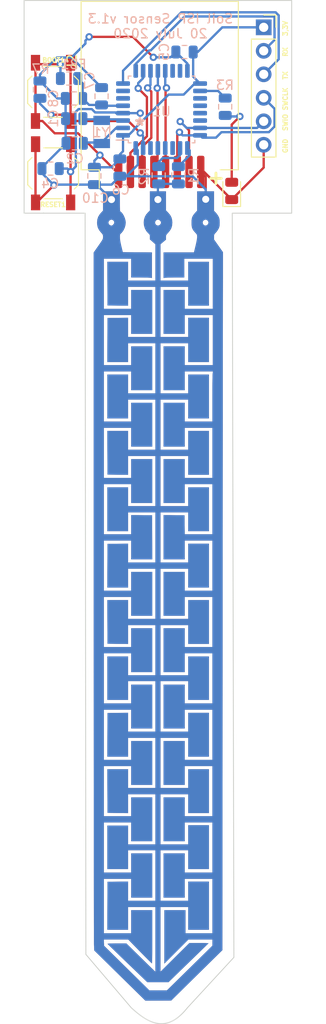
<source format=kicad_pcb>
(kicad_pcb (version 20171130) (host pcbnew "(5.1.5-0-10_14)")

  (general
    (thickness 1.6)
    (drawings 9)
    (tracks 215)
    (zones 0)
    (modules 23)
    (nets 21)
  )

  (page A4)
  (layers
    (0 F.Cu signal)
    (31 B.Cu signal)
    (32 B.Adhes user)
    (33 F.Adhes user)
    (34 B.Paste user)
    (35 F.Paste user)
    (36 B.SilkS user)
    (37 F.SilkS user)
    (38 B.Mask user)
    (39 F.Mask user)
    (40 Dwgs.User user)
    (41 Cmts.User user)
    (42 Eco1.User user)
    (43 Eco2.User user)
    (44 Edge.Cuts user)
    (45 Margin user)
    (46 B.CrtYd user)
    (47 F.CrtYd user)
    (48 B.Fab user)
    (49 F.Fab user)
  )

  (setup
    (last_trace_width 0.25)
    (trace_clearance 0.2)
    (zone_clearance 0.508)
    (zone_45_only no)
    (trace_min 0.2)
    (via_size 0.8)
    (via_drill 0.4)
    (via_min_size 0.4)
    (via_min_drill 0.3)
    (uvia_size 0.3)
    (uvia_drill 0.1)
    (uvias_allowed no)
    (uvia_min_size 0.2)
    (uvia_min_drill 0.1)
    (edge_width 0.1)
    (segment_width 0.2)
    (pcb_text_width 0.3)
    (pcb_text_size 1.5 1.5)
    (mod_edge_width 0.15)
    (mod_text_size 1 1)
    (mod_text_width 0.15)
    (pad_size 1.524 1.524)
    (pad_drill 0.762)
    (pad_to_mask_clearance 0)
    (aux_axis_origin 0 0)
    (visible_elements FFFFFF7F)
    (pcbplotparams
      (layerselection 0x010fc_ffffffff)
      (usegerberextensions false)
      (usegerberattributes false)
      (usegerberadvancedattributes false)
      (creategerberjobfile false)
      (excludeedgelayer true)
      (linewidth 0.100000)
      (plotframeref false)
      (viasonmask false)
      (mode 1)
      (useauxorigin false)
      (hpglpennumber 1)
      (hpglpenspeed 20)
      (hpglpendiameter 15.000000)
      (psnegative false)
      (psa4output false)
      (plotreference true)
      (plotvalue true)
      (plotinvisibletext false)
      (padsonsilk false)
      (subtractmaskfromsilk false)
      (outputformat 1)
      (mirror false)
      (drillshape 1)
      (scaleselection 1)
      (outputdirectory ""))
  )

  (net 0 "")
  (net 1 +3V3)
  (net 2 GND)
  (net 3 "Net-(C1-Pad1)")
  (net 4 "Net-(C2-Pad1)")
  (net 5 "Net-(C4-Pad1)")
  (net 6 VDDA)
  (net 7 "Net-(D1-Pad2)")
  (net 8 SWDIO)
  (net 9 SWCLK)
  (net 10 TX)
  (net 11 RX)
  (net 12 SONDE)
  (net 13 "Net-(R1-Pad1)")
  (net 14 "Net-(R3-Pad1)")
  (net 15 NSS)
  (net 16 MOSI)
  (net 17 MISO)
  (net 18 SCK)
  (net 19 "Net-(R2-Pad2)")
  (net 20 "Net-(BOOT1-Pad2)")

  (net_class Default "This is the default net class."
    (clearance 0.2)
    (trace_width 0.25)
    (via_dia 0.8)
    (via_drill 0.4)
    (uvia_dia 0.3)
    (uvia_drill 0.1)
    (add_net +3V3)
    (add_net GND)
    (add_net MISO)
    (add_net MOSI)
    (add_net NSS)
    (add_net "Net-(BOOT1-Pad2)")
    (add_net "Net-(C1-Pad1)")
    (add_net "Net-(C2-Pad1)")
    (add_net "Net-(C4-Pad1)")
    (add_net "Net-(D1-Pad2)")
    (add_net "Net-(R1-Pad1)")
    (add_net "Net-(R2-Pad2)")
    (add_net "Net-(R3-Pad1)")
    (add_net RX)
    (add_net SCK)
    (add_net SONDE)
    (add_net SWCLK)
    (add_net SWDIO)
    (add_net TX)
    (add_net VDDA)
  )

  (module Sonde:soilSonde (layer F.Cu) (tedit 5F14C0D9) (tstamp 5EDD8D5B)
    (at 136.85012 86.97976)
    (path /5EDF65A1)
    (fp_text reference U3 (at 0.127 -6.731 90) (layer F.SilkS) hide
      (effects (font (size 1.27 1.27) (thickness 0.15)))
    )
    (fp_text value SoilSonde (at 0.127 -6.731 90) (layer F.SilkS) hide
      (effects (font (size 1.27 1.27) (thickness 0.15)))
    )
    (fp_poly (pts (xy -6.45294 3.536232) (xy -6.283424 3.293868) (xy -6.156432 3.109117) (xy -6.065823 2.970312)
      (xy -6.005456 2.865782) (xy -5.969192 2.783857) (xy -5.950888 2.712869) (xy -5.944404 2.641148)
      (xy -5.943601 2.568309) (xy -5.946648 2.444207) (xy -5.963839 2.353813) (xy -6.007246 2.271375)
      (xy -6.088942 2.171144) (xy -6.172845 2.079339) (xy -6.382465 1.810381) (xy -6.5158 1.531164)
      (xy -6.580689 1.221868) (xy -6.590054 1.024467) (xy -6.560679 0.68915) (xy -6.467328 0.395213)
      (xy -6.30216 0.122835) (xy -6.172845 -0.030405) (xy -5.9436 -0.278016) (xy -5.9436 -2.3622)
      (xy -4.123267 -2.3622) (xy -4.123267 -1.284189) (xy -4.122942 -0.953673) (xy -4.121483 -0.697769)
      (xy -4.118171 -0.506427) (xy -4.112281 -0.369595) (xy -4.103093 -0.277219) (xy -4.089884 -0.219249)
      (xy -4.071933 -0.185631) (xy -4.048516 -0.166314) (xy -4.042738 -0.163081) (xy -3.915251 -0.057614)
      (xy -3.788889 0.1114) (xy -3.673358 0.323276) (xy -3.578362 0.55733) (xy -3.513605 0.792877)
      (xy -3.488793 1.009232) (xy -3.48877 1.017655) (xy -3.522123 1.313813) (xy -3.613449 1.612213)
      (xy -3.751837 1.887956) (xy -3.926377 2.116142) (xy -4.000611 2.185792) (xy -4.062423 2.243117)
      (xy -4.098713 2.301594) (xy -4.115913 2.384636) (xy -4.120455 2.515655) (xy -4.119856 2.619817)
      (xy -4.104399 2.849481) (xy -4.060994 3.129565) (xy -3.987641 3.472176) (xy -3.960315 3.585633)
      (xy -3.804186 4.220633) (xy -0.651934 4.242831) (xy -0.651934 7.004975) (xy -0.848342 6.978054)
      (xy -0.949155 6.970028) (xy -1.118833 6.962956) (xy -1.341579 6.957216) (xy -1.601595 6.953188)
      (xy -1.883081 6.95125) (xy -1.970176 6.951133) (xy -2.8956 6.951133) (xy -2.8956 4.919133)
      (xy -4.996967 4.919133) (xy -4.996967 1.349246) (xy -4.912985 1.306439) (xy -4.843999 1.243712)
      (xy -4.741508 1.100033) (xy -4.723019 0.959404) (xy -4.788651 0.82408) (xy -4.819843 0.789709)
      (xy -4.954474 0.702665) (xy -5.097366 0.699315) (xy -5.243641 0.779715) (xy -5.249795 0.784934)
      (xy -5.343913 0.911647) (xy -5.365483 1.051165) (xy -5.320195 1.183923) (xy -5.213733 1.290353)
      (xy -5.087416 1.34362) (xy -4.996967 1.349246) (xy -4.996967 4.919133) (xy -5.858934 4.919133)
      (xy -5.858934 10.3378) (xy -2.8956 10.3378) (xy -2.8956 8.3058) (xy -0.6096 8.3058)
      (xy -0.6096 13.047133) (xy -2.8956 13.047133) (xy -2.8956 11.015133) (xy -5.858934 11.015133)
      (xy -5.858934 16.4338) (xy -2.8956 16.4338) (xy -2.8956 14.4018) (xy -0.6096 14.4018)
      (xy -0.6096 19.143133) (xy -2.8956 19.143133) (xy -2.8956 17.111133) (xy -5.858934 17.111133)
      (xy -5.858934 22.5298) (xy -2.8956 22.5298) (xy -2.8956 20.4978) (xy -0.6096 20.4978)
      (xy -0.6096 25.239133) (xy -2.8956 25.239133) (xy -2.8956 23.207133) (xy -5.858934 23.207133)
      (xy -5.858934 28.6258) (xy -2.8956 28.6258) (xy -2.8956 26.5938) (xy -0.6096 26.5938)
      (xy -0.6096 31.335133) (xy -2.8956 31.335133) (xy -2.8956 29.303133) (xy -5.858934 29.303133)
      (xy -5.858934 34.7218) (xy -2.8956 34.7218) (xy -2.8956 32.646084) (xy -1.763184 32.657359)
      (xy -0.630767 32.668633) (xy -0.619831 35.049883) (xy -0.608896 37.431133) (xy -2.8956 37.431133)
      (xy -2.8956 35.399133) (xy -5.858934 35.399133) (xy -5.858934 40.8178) (xy -2.8956 40.8178)
      (xy -2.8956 38.7858) (xy -0.6096 38.7858) (xy -0.6096 43.527133) (xy -2.8956 43.527133)
      (xy -2.8956 41.495133) (xy -5.858934 41.495133) (xy -5.858934 46.9138) (xy -2.8956 46.9138)
      (xy -2.8956 44.8818) (xy -0.6096 44.8818) (xy -0.6096 49.623133) (xy -2.8956 49.623133)
      (xy -2.8956 47.591133) (xy -5.858934 47.591133) (xy -5.858934 53.0098) (xy -2.8956 53.0098)
      (xy -2.8956 50.9778) (xy -0.6096 50.9778) (xy -0.6096 55.719133) (xy -2.8956 55.719133)
      (xy -2.8956 53.687133) (xy -5.858934 53.687133) (xy -5.858934 59.1058) (xy -2.8956 59.1058)
      (xy -2.8956 57.0738) (xy -0.6096 57.0738) (xy -0.6096 61.815133) (xy -2.8956 61.815133)
      (xy -2.8956 59.783133) (xy -5.858934 59.783133) (xy -5.858934 65.2018) (xy -2.8956 65.2018)
      (xy -2.8956 63.1698) (xy -0.6096 63.1698) (xy -0.6096 67.911133) (xy -2.8956 67.911133)
      (xy -2.8956 65.879133) (xy -5.858934 65.879133) (xy -5.858934 71.2978) (xy -2.8956 71.2978)
      (xy -2.8956 69.223467) (xy -0.6096 69.223467) (xy -0.6096 74.007133) (xy -2.8956 74.007133)
      (xy -2.8956 71.975133) (xy -5.858934 71.975133) (xy -5.858934 77.859467) (xy -2.8956 77.859467)
      (xy -2.8956 75.3618) (xy -0.6096 75.3618) (xy -0.6096 78.240467) (xy -0.610163 78.790931)
      (xy -0.611807 79.294778) (xy -0.614469 79.747277) (xy -0.618085 80.143698) (xy -0.62259 80.47931)
      (xy -0.627921 80.749382) (xy -0.634015 80.949184) (xy -0.640805 81.073986) (xy -0.64823 81.119056)
      (xy -0.648561 81.119134) (xy -0.685497 81.089809) (xy -0.775144 81.005992) (xy -0.911213 80.873916)
      (xy -1.087419 80.699816) (xy -1.297475 80.489927) (xy -1.535093 80.250483) (xy -1.793988 79.987719)
      (xy -1.950311 79.828219) (xy -3.2131 78.537304) (xy -5.862358 78.5368) (xy -5.850063 78.872001)
      (xy -5.837767 79.207201) (xy -3.382434 81.621464) (xy -0.9271 84.035728) (xy 0.9779 84.038362)
      (xy 3.443816 81.620372) (xy 5.909733 79.202383) (xy 5.909733 78.5368) (xy 3.306737 78.5368)
      (xy 0.702733 81.139788) (xy 0.702733 75.3618) (xy 2.988733 75.3618) (xy 2.988733 77.859467)
      (xy 5.909733 77.859467) (xy 5.909733 71.975133) (xy 2.904066 71.975133) (xy 2.904066 74.007133)
      (xy 0.618066 74.007133) (xy 0.618066 69.223467) (xy 2.904066 69.223467) (xy 2.904066 71.2978)
      (xy 5.909733 71.2978) (xy 5.909733 65.879133) (xy 2.904066 65.879133) (xy 2.904066 67.911133)
      (xy 0.618066 67.911133) (xy 0.618066 63.1698) (xy 2.904066 63.1698) (xy 2.904066 65.2018)
      (xy 5.909733 65.2018) (xy 5.909733 59.783133) (xy 2.904066 59.783133) (xy 2.904066 61.815133)
      (xy 0.618066 61.815133) (xy 0.618066 57.0738) (xy 2.904066 57.0738) (xy 2.904066 59.1058)
      (xy 5.909733 59.1058) (xy 5.909733 53.687133) (xy 2.904066 53.687133) (xy 2.904066 55.719133)
      (xy 0.618066 55.719133) (xy 0.618066 50.9778) (xy 2.904066 50.9778) (xy 2.904066 53.0098)
      (xy 5.909733 53.0098) (xy 5.909733 47.591133) (xy 2.904066 47.591133) (xy 2.904066 49.623133)
      (xy 0.618066 49.623133) (xy 0.618066 44.8818) (xy 2.904066 44.8818) (xy 2.904066 46.9138)
      (xy 5.909733 46.9138) (xy 5.909733 41.495133) (xy 2.904066 41.495133) (xy 2.904066 43.527133)
      (xy 0.618066 43.527133) (xy 0.618066 38.7858) (xy 2.904066 38.7858) (xy 2.904066 40.8178)
      (xy 5.909733 40.8178) (xy 5.909733 35.399133) (xy 2.904066 35.399133) (xy 2.904066 37.431133)
      (xy 0.618066 37.431133) (xy 0.618066 32.646084) (xy 1.750483 32.657359) (xy 2.8829 32.668633)
      (xy 2.894235 33.695217) (xy 2.905571 34.7218) (xy 5.909733 34.7218) (xy 5.909733 29.303133)
      (xy 2.904066 29.303133) (xy 2.904066 31.335133) (xy 0.618066 31.335133) (xy 0.618066 26.5938)
      (xy 2.904066 26.5938) (xy 2.904066 28.6258) (xy 5.909733 28.6258) (xy 5.909733 23.207133)
      (xy 2.904066 23.207133) (xy 2.904066 25.239133) (xy 0.618066 25.239133) (xy 0.618066 20.4978)
      (xy 2.904066 20.4978) (xy 2.904066 22.5298) (xy 5.909733 22.5298) (xy 5.909733 20.080677)
      (xy 5.9102 19.624374) (xy 5.911544 19.186672) (xy 5.91368 18.776113) (xy 5.916522 18.401244)
      (xy 5.919983 18.070606) (xy 5.923978 17.792744) (xy 5.928422 17.576201) (xy 5.933228 17.429522)
      (xy 5.93693 17.371343) (xy 5.964127 17.111133) (xy 2.904066 17.111133) (xy 2.904066 19.143133)
      (xy 0.618066 19.143133) (xy 0.618066 14.4018) (xy 2.904066 14.4018) (xy 2.904066 16.4338)
      (xy 5.952066 16.4338) (xy 5.952066 11.015133) (xy 2.904066 11.015133) (xy 2.904066 13.047133)
      (xy 0.618066 13.047133) (xy 0.618066 8.3058) (xy 2.904066 8.3058) (xy 2.904066 10.3378)
      (xy 5.952066 10.3378) (xy 5.952066 4.919133) (xy 5.175622 4.919133) (xy 5.175622 1.348457)
      (xy 5.286185 1.31491) (xy 5.419564 1.206047) (xy 5.481793 1.070047) (xy 5.46964 0.92453)
      (xy 5.38249 0.789709) (xy 5.247769 0.702425) (xy 5.104227 0.699058) (xy 4.962942 0.773539)
      (xy 4.874072 0.885438) (xy 4.848823 1.014176) (xy 4.876776 1.1423) (xy 4.947507 1.252358)
      (xy 5.050596 1.326894) (xy 5.175622 1.348457) (xy 5.175622 4.919133) (xy 2.861733 4.919133)
      (xy 2.861733 6.951133) (xy 1.936308 6.951133) (xy 1.651436 6.952363) (xy 1.383251 6.955798)
      (xy 1.147549 6.961059) (xy 0.960131 6.967768) (xy 0.836793 6.975545) (xy 0.814475 6.978054)
      (xy 0.618066 7.004975) (xy 0.618066 4.2418) (xy 3.91188 4.2418) (xy 4.08544 3.532717)
      (xy 4.153662 3.237382) (xy 4.207207 2.971618) (xy 4.243136 2.75168) (xy 4.258509 2.593823)
      (xy 4.258866 2.573724) (xy 4.255691 2.44138) (xy 4.237849 2.347894) (xy 4.192603 2.264949)
      (xy 4.107219 2.164226) (xy 4.0447 2.097506) (xy 3.876306 1.902885) (xy 3.761179 1.721658)
      (xy 3.690303 1.529607) (xy 3.654664 1.302517) (xy 3.645233 1.024467) (xy 3.655721 0.743829)
      (xy 3.693242 0.520192) (xy 3.767596 0.327662) (xy 3.888584 0.140347) (xy 4.053363 -0.053864)
      (xy 4.258733 -0.278571) (xy 4.258733 -2.3622) (xy 6.079066 -2.3622) (xy 6.079066 -0.26068)
      (xy 6.274703 -0.056502) (xy 6.401428 0.096061) (xy 6.520494 0.27261) (xy 6.581619 0.384988)
      (xy 6.636547 0.514423) (xy 6.670045 0.63477) (xy 6.687101 0.774696) (xy 6.692703 0.962866)
      (xy 6.6929 1.024467) (xy 6.689497 1.230233) (xy 6.675963 1.380156) (xy 6.64731 1.5029)
      (xy 6.598549 1.627134) (xy 6.581619 1.663946) (xy 6.48736 1.829261) (xy 6.362532 2.003547)
      (xy 6.274703 2.105436) (xy 6.169871 2.219078) (xy 6.11132 2.305111) (xy 6.085589 2.395918)
      (xy 6.079216 2.523883) (xy 6.079066 2.576094) (xy 6.079066 2.842575) (xy 6.565476 3.531604)
      (xy 7.051887 4.220633) (xy 7.041766 8.3693) (xy 7.041225 8.623341) (xy 7.040636 8.959691)
      (xy 7.040002 9.375994) (xy 7.039324 9.869891) (xy 7.038606 10.439027) (xy 7.037848 11.081044)
      (xy 7.037052 11.793584) (xy 7.036222 12.574291) (xy 7.035357 13.420807) (xy 7.034461 14.330775)
      (xy 7.033536 15.301839) (xy 7.032583 16.33164) (xy 7.031604 17.417822) (xy 7.030602 18.558027)
      (xy 7.029578 19.749899) (xy 7.028534 20.99108) (xy 7.027472 22.279213) (xy 7.026394 23.611942)
      (xy 7.025303 24.986907) (xy 7.024199 26.401754) (xy 7.023086 27.854123) (xy 7.021964 29.341659)
      (xy 7.020837 30.862004) (xy 7.019705 32.412802) (xy 7.018571 33.991693) (xy 7.017437 35.596323)
      (xy 7.016304 37.224332) (xy 7.015176 38.873366) (xy 7.014052 40.541065) (xy 7.012937 42.225073)
      (xy 7.011831 43.923033) (xy 7.010737 45.632587) (xy 7.010439 46.102517) (xy 6.989233 79.687067)
      (xy 4.2164 82.411727) (xy 1.443566 85.136388) (xy 0.03883 85.138594) (xy -1.365907 85.1408)
      (xy -4.131004 82.429284) (xy -6.8961 79.717767) (xy -6.921573 79.032034) (xy -6.9228 78.957039)
      (xy -6.92403 78.799341) (xy -6.925261 78.560904) (xy -6.926492 78.243691) (xy -6.92772 77.849666)
      (xy -6.928944 77.380791) (xy -6.930162 76.839032) (xy -6.931373 76.226351) (xy -6.932574 75.544712)
      (xy -6.933764 74.796078) (xy -6.934942 73.982414) (xy -6.936105 73.105682) (xy -6.937252 72.167847)
      (xy -6.938381 71.170871) (xy -6.93949 70.116719) (xy -6.940578 69.007354) (xy -6.941643 67.844739)
      (xy -6.942684 66.630839) (xy -6.943697 65.367616) (xy -6.944683 64.057035) (xy -6.945638 62.701059)
      (xy -6.946562 61.301651) (xy -6.947453 59.860775) (xy -6.948308 58.380395) (xy -6.949126 56.862474)
      (xy -6.949906 55.308976) (xy -6.950646 53.721864) (xy -6.951344 52.103103) (xy -6.951998 50.454655)
      (xy -6.952606 48.778484) (xy -6.953167 47.076553) (xy -6.95368 45.350827) (xy -6.954141 43.603269)
      (xy -6.954551 41.835842) (xy -6.954663 41.304549) (xy -6.96228 4.262797) (xy -6.45294 3.536232)) (layer F.Cu) (width 0.01))
    (fp_poly (pts (xy -3.234267 5.2578) (xy -3.234267 7.2898) (xy -0.270934 7.2898) (xy -0.270934 3.36152)
      (xy -0.567267 3.0988) (xy -0.8636 2.836081) (xy -0.8636 2.581194) (xy -0.866933 2.43643)
      (xy -0.887015 2.3426) (xy -0.938971 2.265989) (xy -1.037924 2.17288) (xy -1.052545 2.159992)
      (xy -1.256532 1.927095) (xy -1.408919 1.642565) (xy -1.50378 1.326061) (xy -1.535188 0.997239)
      (xy -1.498443 0.680916) (xy -1.407717 0.39369) (xy -1.274327 0.152683) (xy -1.079213 -0.076253)
      (xy -1.071411 -0.084088) (xy -0.863601 -0.291898) (xy -0.863601 -1.327049) (xy -0.8636 -2.3622)
      (xy 0.872066 -2.3622) (xy 0.872066 -0.305361) (xy 1.120176 -0.050227) (xy 1.334276 0.208465)
      (xy 1.473185 0.474875) (xy 1.545383 0.769679) (xy 1.560853 1.024467) (xy 1.535158 1.34394)
      (xy 1.452222 1.623009) (xy 1.303273 1.883206) (xy 1.121963 2.101616) (xy 1.001326 2.232956)
      (xy 0.927471 2.326643) (xy 0.888864 2.406404) (xy 0.873972 2.495966) (xy 0.871267 2.617361)
      (xy 0.870468 2.865967) (xy 0.574934 3.113262) (xy 0.2794 3.360558) (xy 0.2794 7.2898)
      (xy 3.285066 7.2898) (xy 3.285066 5.2578) (xy 5.528733 5.2578) (xy 5.528733 9.999133)
      (xy 3.285066 9.999133) (xy 3.285066 7.967133) (xy 0.2794 7.967133) (xy 0.2794 13.3858)
      (xy 3.285066 13.3858) (xy 3.285066 11.311467) (xy 5.528733 11.311467) (xy 5.528733 16.095133)
      (xy 3.285066 16.095133) (xy 3.285066 14.063133) (xy 0.2794 14.063133) (xy 0.2794 19.4818)
      (xy 3.285066 19.4818) (xy 3.285066 17.4498) (xy 5.528733 17.4498) (xy 5.528733 22.191133)
      (xy 3.285066 22.191133) (xy 3.285066 20.159133) (xy 0.2794 20.159133) (xy 0.2794 25.5778)
      (xy 3.285066 25.5778) (xy 3.285066 23.5458) (xy 5.528733 23.5458) (xy 5.528733 28.287133)
      (xy 3.285066 28.287133) (xy 3.285066 26.255133) (xy 0.2794 26.255133) (xy 0.2794 31.6738)
      (xy 3.285066 31.6738) (xy 3.285066 29.6418) (xy 5.528733 29.6418) (xy 5.528733 34.383133)
      (xy 3.285066 34.383133) (xy 3.285066 32.351133) (xy 0.2794 32.351133) (xy 0.2794 37.7698)
      (xy 3.285066 37.7698) (xy 3.285066 35.7378) (xy 5.528733 35.7378) (xy 5.528733 40.479133)
      (xy 3.285066 40.479133) (xy 3.285066 38.447133) (xy 0.2794 38.447133) (xy 0.2794 43.8658)
      (xy 3.285066 43.8658) (xy 3.285066 41.8338) (xy 5.528733 41.8338) (xy 5.528733 46.575133)
      (xy 3.285066 46.575133) (xy 3.285066 44.543133) (xy 0.2794 44.543133) (xy 0.2794 49.9618)
      (xy 3.285066 49.9618) (xy 3.285066 47.9298) (xy 5.528733 47.9298) (xy 5.528733 52.6288)
      (xy 3.285066 52.6288) (xy 3.285066 50.5968) (xy 0.2794 50.5968) (xy 0.2794 56.0578)
      (xy 3.285066 56.0578) (xy 3.285066 54.0258) (xy 5.528733 54.0258) (xy 5.528733 58.767133)
      (xy 3.285066 58.767133) (xy 3.285066 56.735133) (xy 0.2794 56.735133) (xy 0.2794 62.1538)
      (xy 3.285066 62.1538) (xy 3.285066 60.1218) (xy 5.528733 60.1218) (xy 5.528733 64.863133)
      (xy 3.285066 64.863133) (xy 3.285066 62.831133) (xy 0.2794 62.831133) (xy 0.2794 68.2498)
      (xy 3.285066 68.2498) (xy 3.285066 66.175467) (xy 5.528733 66.175467) (xy 5.528733 70.9168)
      (xy 3.285066 70.9168) (xy 3.285066 68.8848) (xy 0.2794 68.8848) (xy 0.2794 74.3458)
      (xy 3.285066 74.3458) (xy 3.285066 72.271467) (xy 5.528733 72.271467) (xy 5.528733 77.478467)
      (xy 3.285066 77.478467) (xy 3.285066 75.023133) (xy 0.2794 75.023133) (xy 0.2794 82.020592)
      (xy 3.40984 78.9178) (xy 4.44812 78.9178) (xy 4.734529 78.918551) (xy 4.990679 78.920662)
      (xy 5.205127 78.923921) (xy 5.366428 78.928115) (xy 5.463138 78.933031) (xy 5.4864 78.937088)
      (xy 5.456745 78.968947) (xy 5.371005 79.054888) (xy 5.234012 79.190193) (xy 5.050599 79.370145)
      (xy 4.825599 79.590027) (xy 4.563844 79.845121) (xy 4.270169 80.130709) (xy 3.949406 80.442075)
      (xy 3.606387 80.774502) (xy 3.317834 81.053754) (xy 1.149268 83.151133) (xy -0.059445 83.151133)
      (xy -0.059445 1.338575) (xy 0.08053 1.335025) (xy 0.139896 1.312853) (xy 0.256122 1.222948)
      (xy 0.329014 1.100034) (xy 0.341659 0.974064) (xy 0.338552 0.960967) (xy 0.291078 0.87321)
      (xy 0.210152 0.781081) (xy 0.210118 0.78105) (xy 0.070411 0.699648) (xy -0.0716 0.701792)
      (xy -0.206927 0.787296) (xy -0.209358 0.789709) (xy -0.290744 0.918051) (xy -0.305034 1.054202)
      (xy -0.263639 1.181069) (xy -0.177972 1.281558) (xy -0.059445 1.338575) (xy -0.059445 83.151133)
      (xy -1.150065 83.151133) (xy -3.289319 81.099609) (xy -3.645811 80.757487) (xy -3.984473 80.431991)
      (xy -4.300325 80.127938) (xy -4.588389 79.850144) (xy -4.843687 79.603423) (xy -5.061239 79.392592)
      (xy -5.236067 79.222467) (xy -5.363192 79.097863) (xy -5.437636 79.023596) (xy -5.455752 79.004109)
      (xy -5.428614 78.988618) (xy -5.324663 78.976564) (xy -5.142048 78.967864) (xy -4.878919 78.962437)
      (xy -4.533426 78.960204) (xy -4.448699 78.960133) (xy -3.414468 78.960133) (xy -2.041044 80.304217)
      (xy -1.750502 80.588434) (xy -1.472042 80.860606) (xy -1.212886 81.113693) (xy -0.980253 81.340652)
      (xy -0.781364 81.534443) (xy -0.62344 81.688023) (xy -0.513701 81.79435) (xy -0.469277 81.837031)
      (xy -0.270934 82.025762) (xy -0.270934 75.023133) (xy -3.234267 75.023133) (xy -3.234267 77.478467)
      (xy -5.478585 77.478467) (xy -5.456767 72.292633) (xy -3.234267 72.270061) (xy -3.234267 74.3458)
      (xy -0.270934 74.3458) (xy -0.270934 68.8848) (xy -3.234267 68.8848) (xy -3.234267 70.9168)
      (xy -5.477934 70.9168) (xy -5.477934 66.2178) (xy -3.234267 66.2178) (xy -3.234267 68.2498)
      (xy -0.270934 68.2498) (xy -0.270934 62.831133) (xy -3.234267 62.831133) (xy -3.234267 64.864539)
      (xy -5.456767 64.841967) (xy -5.467706 62.481883) (xy -5.478645 60.1218) (xy -3.234267 60.1218)
      (xy -3.234267 62.1538) (xy -0.270934 62.1538) (xy -0.270934 56.735133) (xy -3.234267 56.735133)
      (xy -3.234267 58.767133) (xy -5.478645 58.767133) (xy -5.456767 54.046967) (xy -4.345517 54.035681)
      (xy -3.234267 54.024394) (xy -3.234267 56.0578) (xy -0.270934 56.0578) (xy -0.270934 50.5968)
      (xy -3.234267 50.5968) (xy -3.234267 52.6288) (xy -5.477934 52.6288) (xy -5.477934 47.9298)
      (xy -3.234267 47.9298) (xy -3.234267 49.9618) (xy -0.270934 49.9618) (xy -0.270934 44.543133)
      (xy -3.234267 44.543133) (xy -3.234267 46.576539) (xy -5.456767 46.553967) (xy -5.467706 44.193883)
      (xy -5.478645 41.8338) (xy -3.234267 41.8338) (xy -3.234267 43.8658) (xy -0.270934 43.8658)
      (xy -0.270934 38.447133) (xy -3.234267 38.447133) (xy -3.234267 40.479133) (xy -5.478645 40.479133)
      (xy -5.456767 35.758967) (xy -4.345517 35.747681) (xy -3.234267 35.736394) (xy -3.234267 37.7698)
      (xy -0.270934 37.7698) (xy -0.270934 32.351133) (xy -3.234267 32.351133) (xy -3.234267 34.383133)
      (xy -5.477934 34.383133) (xy -5.477934 29.6418) (xy -3.234267 29.6418) (xy -3.234267 31.6738)
      (xy -0.270934 31.6738) (xy -0.270934 26.255133) (xy -3.234267 26.255133) (xy -3.234267 28.288539)
      (xy -5.456767 28.265967) (xy -5.467706 25.905883) (xy -5.478645 23.5458) (xy -3.234267 23.5458)
      (xy -3.234267 25.5778) (xy -0.270934 25.5778) (xy -0.270934 20.159133) (xy -3.234267 20.159133)
      (xy -3.234267 22.191133) (xy -5.477934 22.191133) (xy -5.477934 17.4498) (xy -3.234267 17.4498)
      (xy -3.234267 19.4818) (xy -0.270934 19.4818) (xy -0.270934 14.063133) (xy -3.234267 14.063133)
      (xy -3.234267 16.095133) (xy -5.478639 16.095133) (xy -5.456767 11.332633) (xy -3.234267 11.310061)
      (xy -3.234267 13.3858) (xy -0.270934 13.3858) (xy -0.270934 7.967133) (xy -3.234267 7.967133)
      (xy -3.234267 10.000539) (xy -5.456767 9.977967) (xy -5.467706 7.617883) (xy -5.478645 5.2578)
      (xy -3.234267 5.2578)) (layer F.Cu) (width 0.01))
    (fp_poly (pts (xy -6.45294 3.536232) (xy -6.283424 3.293868) (xy -6.156432 3.109117) (xy -6.065823 2.970312)
      (xy -6.005456 2.865782) (xy -5.969192 2.783857) (xy -5.950888 2.712869) (xy -5.944404 2.641148)
      (xy -5.943601 2.568309) (xy -5.946648 2.444207) (xy -5.963839 2.353813) (xy -6.007246 2.271375)
      (xy -6.088942 2.171144) (xy -6.172845 2.079339) (xy -6.382465 1.810381) (xy -6.5158 1.531164)
      (xy -6.580689 1.221868) (xy -6.590054 1.024467) (xy -6.560679 0.68915) (xy -6.467328 0.395213)
      (xy -6.30216 0.122835) (xy -6.172845 -0.030405) (xy -5.9436 -0.278016) (xy -5.9436 -2.3622)
      (xy -4.123267 -2.3622) (xy -4.123267 -1.284189) (xy -4.122942 -0.953673) (xy -4.121483 -0.697769)
      (xy -4.118171 -0.506427) (xy -4.112281 -0.369595) (xy -4.103093 -0.277219) (xy -4.089884 -0.219249)
      (xy -4.071933 -0.185631) (xy -4.048516 -0.166314) (xy -4.042738 -0.163081) (xy -3.915251 -0.057614)
      (xy -3.788889 0.1114) (xy -3.673358 0.323276) (xy -3.578362 0.55733) (xy -3.513605 0.792877)
      (xy -3.488793 1.009232) (xy -3.48877 1.017655) (xy -3.522123 1.313813) (xy -3.613449 1.612213)
      (xy -3.751837 1.887956) (xy -3.926377 2.116142) (xy -4.000611 2.185792) (xy -4.062423 2.243117)
      (xy -4.098713 2.301594) (xy -4.115913 2.384636) (xy -4.120455 2.515655) (xy -4.119856 2.619817)
      (xy -4.104399 2.849481) (xy -4.060994 3.129565) (xy -3.987641 3.472176) (xy -3.960315 3.585633)
      (xy -3.804186 4.220633) (xy -0.651934 4.242831) (xy -0.651934 7.004975) (xy -0.848342 6.978054)
      (xy -0.949155 6.970028) (xy -1.118833 6.962956) (xy -1.341579 6.957216) (xy -1.601595 6.953188)
      (xy -1.883081 6.95125) (xy -1.970176 6.951133) (xy -2.8956 6.951133) (xy -2.8956 4.919133)
      (xy -4.996967 4.919133) (xy -4.996967 1.349246) (xy -4.912985 1.306439) (xy -4.843999 1.243712)
      (xy -4.741508 1.100033) (xy -4.723019 0.959404) (xy -4.788651 0.82408) (xy -4.819843 0.789709)
      (xy -4.954474 0.702665) (xy -5.097366 0.699315) (xy -5.243641 0.779715) (xy -5.249795 0.784934)
      (xy -5.343913 0.911647) (xy -5.365483 1.051165) (xy -5.320195 1.183923) (xy -5.213733 1.290353)
      (xy -5.087416 1.34362) (xy -4.996967 1.349246) (xy -4.996967 4.919133) (xy -5.858934 4.919133)
      (xy -5.858934 10.3378) (xy -2.8956 10.3378) (xy -2.8956 8.3058) (xy -0.6096 8.3058)
      (xy -0.6096 13.047133) (xy -2.8956 13.047133) (xy -2.8956 11.015133) (xy -5.858934 11.015133)
      (xy -5.858934 16.4338) (xy -2.8956 16.4338) (xy -2.8956 14.4018) (xy -0.6096 14.4018)
      (xy -0.6096 19.143133) (xy -2.8956 19.143133) (xy -2.8956 17.111133) (xy -5.858934 17.111133)
      (xy -5.858934 22.5298) (xy -2.8956 22.5298) (xy -2.8956 20.4978) (xy -0.6096 20.4978)
      (xy -0.6096 25.239133) (xy -2.8956 25.239133) (xy -2.8956 23.207133) (xy -5.858934 23.207133)
      (xy -5.858934 28.6258) (xy -2.8956 28.6258) (xy -2.8956 26.5938) (xy -0.6096 26.5938)
      (xy -0.6096 31.335133) (xy -2.8956 31.335133) (xy -2.8956 29.303133) (xy -5.858934 29.303133)
      (xy -5.858934 34.7218) (xy -2.8956 34.7218) (xy -2.8956 32.646084) (xy -1.763184 32.657359)
      (xy -0.630767 32.668633) (xy -0.619831 35.049883) (xy -0.608896 37.431133) (xy -2.8956 37.431133)
      (xy -2.8956 35.399133) (xy -5.858934 35.399133) (xy -5.858934 40.8178) (xy -2.8956 40.8178)
      (xy -2.8956 38.7858) (xy -0.6096 38.7858) (xy -0.6096 43.527133) (xy -2.8956 43.527133)
      (xy -2.8956 41.495133) (xy -5.858934 41.495133) (xy -5.858934 46.9138) (xy -2.8956 46.9138)
      (xy -2.8956 44.8818) (xy -0.6096 44.8818) (xy -0.6096 49.623133) (xy -2.8956 49.623133)
      (xy -2.8956 47.591133) (xy -5.858934 47.591133) (xy -5.858934 53.0098) (xy -2.8956 53.0098)
      (xy -2.8956 50.9778) (xy -0.6096 50.9778) (xy -0.6096 55.719133) (xy -2.8956 55.719133)
      (xy -2.8956 53.687133) (xy -5.858934 53.687133) (xy -5.858934 59.1058) (xy -2.8956 59.1058)
      (xy -2.8956 57.0738) (xy -0.6096 57.0738) (xy -0.6096 61.815133) (xy -2.8956 61.815133)
      (xy -2.8956 59.783133) (xy -5.858934 59.783133) (xy -5.858934 65.2018) (xy -2.8956 65.2018)
      (xy -2.8956 63.1698) (xy -0.6096 63.1698) (xy -0.6096 67.911133) (xy -2.8956 67.911133)
      (xy -2.8956 65.879133) (xy -5.858934 65.879133) (xy -5.858934 71.2978) (xy -2.8956 71.2978)
      (xy -2.8956 69.223467) (xy -0.6096 69.223467) (xy -0.6096 74.007133) (xy -2.8956 74.007133)
      (xy -2.8956 71.975133) (xy -5.858934 71.975133) (xy -5.858934 77.859467) (xy -2.8956 77.859467)
      (xy -2.8956 75.3618) (xy -0.6096 75.3618) (xy -0.6096 78.240467) (xy -0.610163 78.790931)
      (xy -0.611807 79.294778) (xy -0.614469 79.747277) (xy -0.618085 80.143698) (xy -0.62259 80.47931)
      (xy -0.627921 80.749382) (xy -0.634015 80.949184) (xy -0.640805 81.073986) (xy -0.64823 81.119056)
      (xy -0.648561 81.119134) (xy -0.685497 81.089809) (xy -0.775144 81.005992) (xy -0.911213 80.873916)
      (xy -1.087419 80.699816) (xy -1.297475 80.489927) (xy -1.535093 80.250483) (xy -1.793988 79.987719)
      (xy -1.950311 79.828219) (xy -3.2131 78.537304) (xy -5.862358 78.5368) (xy -5.850063 78.872001)
      (xy -5.837767 79.207201) (xy -3.382434 81.621464) (xy -0.9271 84.035728) (xy 0.9779 84.038362)
      (xy 3.443816 81.620372) (xy 5.909733 79.202383) (xy 5.909733 78.5368) (xy 3.306737 78.5368)
      (xy 0.702733 81.139788) (xy 0.702733 75.3618) (xy 2.988733 75.3618) (xy 2.988733 77.859467)
      (xy 5.909733 77.859467) (xy 5.909733 71.975133) (xy 2.904066 71.975133) (xy 2.904066 74.007133)
      (xy 0.618066 74.007133) (xy 0.618066 69.223467) (xy 2.904066 69.223467) (xy 2.904066 71.2978)
      (xy 5.909733 71.2978) (xy 5.909733 65.879133) (xy 2.904066 65.879133) (xy 2.904066 67.911133)
      (xy 0.618066 67.911133) (xy 0.618066 63.1698) (xy 2.904066 63.1698) (xy 2.904066 65.2018)
      (xy 5.909733 65.2018) (xy 5.909733 59.783133) (xy 2.904066 59.783133) (xy 2.904066 61.815133)
      (xy 0.618066 61.815133) (xy 0.618066 57.0738) (xy 2.904066 57.0738) (xy 2.904066 59.1058)
      (xy 5.909733 59.1058) (xy 5.909733 53.687133) (xy 2.904066 53.687133) (xy 2.904066 55.719133)
      (xy 0.618066 55.719133) (xy 0.618066 50.9778) (xy 2.904066 50.9778) (xy 2.904066 53.0098)
      (xy 5.909733 53.0098) (xy 5.909733 47.591133) (xy 2.904066 47.591133) (xy 2.904066 49.623133)
      (xy 0.618066 49.623133) (xy 0.618066 44.8818) (xy 2.904066 44.8818) (xy 2.904066 46.9138)
      (xy 5.909733 46.9138) (xy 5.909733 41.495133) (xy 2.904066 41.495133) (xy 2.904066 43.527133)
      (xy 0.618066 43.527133) (xy 0.618066 38.7858) (xy 2.904066 38.7858) (xy 2.904066 40.8178)
      (xy 5.909733 40.8178) (xy 5.909733 35.399133) (xy 2.904066 35.399133) (xy 2.904066 37.431133)
      (xy 0.618066 37.431133) (xy 0.618066 32.646084) (xy 1.750483 32.657359) (xy 2.8829 32.668633)
      (xy 2.894235 33.695217) (xy 2.905571 34.7218) (xy 5.909733 34.7218) (xy 5.909733 29.303133)
      (xy 2.904066 29.303133) (xy 2.904066 31.335133) (xy 0.618066 31.335133) (xy 0.618066 26.5938)
      (xy 2.904066 26.5938) (xy 2.904066 28.6258) (xy 5.909733 28.6258) (xy 5.909733 23.207133)
      (xy 2.904066 23.207133) (xy 2.904066 25.239133) (xy 0.618066 25.239133) (xy 0.618066 20.4978)
      (xy 2.904066 20.4978) (xy 2.904066 22.5298) (xy 5.909733 22.5298) (xy 5.909733 20.080677)
      (xy 5.9102 19.624374) (xy 5.911544 19.186672) (xy 5.91368 18.776113) (xy 5.916522 18.401244)
      (xy 5.919983 18.070606) (xy 5.923978 17.792744) (xy 5.928422 17.576201) (xy 5.933228 17.429522)
      (xy 5.93693 17.371343) (xy 5.964127 17.111133) (xy 2.904066 17.111133) (xy 2.904066 19.143133)
      (xy 0.618066 19.143133) (xy 0.618066 14.4018) (xy 2.904066 14.4018) (xy 2.904066 16.4338)
      (xy 5.952066 16.4338) (xy 5.952066 11.015133) (xy 2.904066 11.015133) (xy 2.904066 13.047133)
      (xy 0.618066 13.047133) (xy 0.618066 8.3058) (xy 2.904066 8.3058) (xy 2.904066 10.3378)
      (xy 5.952066 10.3378) (xy 5.952066 4.919133) (xy 5.175622 4.919133) (xy 5.175622 1.348457)
      (xy 5.286185 1.31491) (xy 5.419564 1.206047) (xy 5.481793 1.070047) (xy 5.46964 0.92453)
      (xy 5.38249 0.789709) (xy 5.247769 0.702425) (xy 5.104227 0.699058) (xy 4.962942 0.773539)
      (xy 4.874072 0.885438) (xy 4.848823 1.014176) (xy 4.876776 1.1423) (xy 4.947507 1.252358)
      (xy 5.050596 1.326894) (xy 5.175622 1.348457) (xy 5.175622 4.919133) (xy 2.861733 4.919133)
      (xy 2.861733 6.951133) (xy 1.936308 6.951133) (xy 1.651436 6.952363) (xy 1.383251 6.955798)
      (xy 1.147549 6.961059) (xy 0.960131 6.967768) (xy 0.836793 6.975545) (xy 0.814475 6.978054)
      (xy 0.618066 7.004975) (xy 0.618066 4.2418) (xy 3.91188 4.2418) (xy 4.08544 3.532717)
      (xy 4.153662 3.237382) (xy 4.207207 2.971618) (xy 4.243136 2.75168) (xy 4.258509 2.593823)
      (xy 4.258866 2.573724) (xy 4.255691 2.44138) (xy 4.237849 2.347894) (xy 4.192603 2.264949)
      (xy 4.107219 2.164226) (xy 4.0447 2.097506) (xy 3.876306 1.902885) (xy 3.761179 1.721658)
      (xy 3.690303 1.529607) (xy 3.654664 1.302517) (xy 3.645233 1.024467) (xy 3.655721 0.743829)
      (xy 3.693242 0.520192) (xy 3.767596 0.327662) (xy 3.888584 0.140347) (xy 4.053363 -0.053864)
      (xy 4.258733 -0.278571) (xy 4.258733 -2.3622) (xy 6.079066 -2.3622) (xy 6.079066 -0.26068)
      (xy 6.274703 -0.056502) (xy 6.401428 0.096061) (xy 6.520494 0.27261) (xy 6.581619 0.384988)
      (xy 6.636547 0.514423) (xy 6.670045 0.63477) (xy 6.687101 0.774696) (xy 6.692703 0.962866)
      (xy 6.6929 1.024467) (xy 6.689497 1.230233) (xy 6.675963 1.380156) (xy 6.64731 1.5029)
      (xy 6.598549 1.627134) (xy 6.581619 1.663946) (xy 6.48736 1.829261) (xy 6.362532 2.003547)
      (xy 6.274703 2.105436) (xy 6.169871 2.219078) (xy 6.11132 2.305111) (xy 6.085589 2.395918)
      (xy 6.079216 2.523883) (xy 6.079066 2.576094) (xy 6.079066 2.842575) (xy 6.565476 3.531604)
      (xy 7.051887 4.220633) (xy 7.041766 8.3693) (xy 7.041225 8.623341) (xy 7.040636 8.959691)
      (xy 7.040002 9.375994) (xy 7.039324 9.869891) (xy 7.038606 10.439027) (xy 7.037848 11.081044)
      (xy 7.037052 11.793584) (xy 7.036222 12.574291) (xy 7.035357 13.420807) (xy 7.034461 14.330775)
      (xy 7.033536 15.301839) (xy 7.032583 16.33164) (xy 7.031604 17.417822) (xy 7.030602 18.558027)
      (xy 7.029578 19.749899) (xy 7.028534 20.99108) (xy 7.027472 22.279213) (xy 7.026394 23.611942)
      (xy 7.025303 24.986907) (xy 7.024199 26.401754) (xy 7.023086 27.854123) (xy 7.021964 29.341659)
      (xy 7.020837 30.862004) (xy 7.019705 32.412802) (xy 7.018571 33.991693) (xy 7.017437 35.596323)
      (xy 7.016304 37.224332) (xy 7.015176 38.873366) (xy 7.014052 40.541065) (xy 7.012937 42.225073)
      (xy 7.011831 43.923033) (xy 7.010737 45.632587) (xy 7.010439 46.102517) (xy 6.989233 79.687067)
      (xy 4.2164 82.411727) (xy 1.443566 85.136388) (xy 0.03883 85.138594) (xy -1.365907 85.1408)
      (xy -4.131004 82.429284) (xy -6.8961 79.717767) (xy -6.921573 79.032034) (xy -6.9228 78.957039)
      (xy -6.92403 78.799341) (xy -6.925261 78.560904) (xy -6.926492 78.243691) (xy -6.92772 77.849666)
      (xy -6.928944 77.380791) (xy -6.930162 76.839032) (xy -6.931373 76.226351) (xy -6.932574 75.544712)
      (xy -6.933764 74.796078) (xy -6.934942 73.982414) (xy -6.936105 73.105682) (xy -6.937252 72.167847)
      (xy -6.938381 71.170871) (xy -6.93949 70.116719) (xy -6.940578 69.007354) (xy -6.941643 67.844739)
      (xy -6.942684 66.630839) (xy -6.943697 65.367616) (xy -6.944683 64.057035) (xy -6.945638 62.701059)
      (xy -6.946562 61.301651) (xy -6.947453 59.860775) (xy -6.948308 58.380395) (xy -6.949126 56.862474)
      (xy -6.949906 55.308976) (xy -6.950646 53.721864) (xy -6.951344 52.103103) (xy -6.951998 50.454655)
      (xy -6.952606 48.778484) (xy -6.953167 47.076553) (xy -6.95368 45.350827) (xy -6.954141 43.603269)
      (xy -6.954551 41.835842) (xy -6.954663 41.304549) (xy -6.96228 4.262797) (xy -6.45294 3.536232)) (layer B.Cu) (width 0.01))
    (fp_poly (pts (xy -3.234267 5.2578) (xy -3.234267 7.2898) (xy -0.270934 7.2898) (xy -0.270934 3.36152)
      (xy -0.567267 3.0988) (xy -0.8636 2.836081) (xy -0.8636 2.581194) (xy -0.866933 2.43643)
      (xy -0.887015 2.3426) (xy -0.938971 2.265989) (xy -1.037924 2.17288) (xy -1.052545 2.159992)
      (xy -1.256532 1.927095) (xy -1.408919 1.642565) (xy -1.50378 1.326061) (xy -1.535188 0.997239)
      (xy -1.498443 0.680916) (xy -1.407717 0.39369) (xy -1.274327 0.152683) (xy -1.079213 -0.076253)
      (xy -1.071411 -0.084088) (xy -0.863601 -0.291898) (xy -0.863601 -1.327049) (xy -0.8636 -2.3622)
      (xy 0.872066 -2.3622) (xy 0.872066 -0.305361) (xy 1.120176 -0.050227) (xy 1.334276 0.208465)
      (xy 1.473185 0.474875) (xy 1.545383 0.769679) (xy 1.560853 1.024467) (xy 1.535158 1.34394)
      (xy 1.452222 1.623009) (xy 1.303273 1.883206) (xy 1.121963 2.101616) (xy 1.001326 2.232956)
      (xy 0.927471 2.326643) (xy 0.888864 2.406404) (xy 0.873972 2.495966) (xy 0.871267 2.617361)
      (xy 0.870468 2.865967) (xy 0.574934 3.113262) (xy 0.2794 3.360558) (xy 0.2794 7.2898)
      (xy 3.285066 7.2898) (xy 3.285066 5.2578) (xy 5.528733 5.2578) (xy 5.528733 9.999133)
      (xy 3.285066 9.999133) (xy 3.285066 7.967133) (xy 0.2794 7.967133) (xy 0.2794 13.3858)
      (xy 3.285066 13.3858) (xy 3.285066 11.311467) (xy 5.528733 11.311467) (xy 5.528733 16.095133)
      (xy 3.285066 16.095133) (xy 3.285066 14.063133) (xy 0.2794 14.063133) (xy 0.2794 19.4818)
      (xy 3.285066 19.4818) (xy 3.285066 17.4498) (xy 5.528733 17.4498) (xy 5.528733 22.191133)
      (xy 3.285066 22.191133) (xy 3.285066 20.159133) (xy 0.2794 20.159133) (xy 0.2794 25.5778)
      (xy 3.285066 25.5778) (xy 3.285066 23.5458) (xy 5.528733 23.5458) (xy 5.528733 28.287133)
      (xy 3.285066 28.287133) (xy 3.285066 26.255133) (xy 0.2794 26.255133) (xy 0.2794 31.6738)
      (xy 3.285066 31.6738) (xy 3.285066 29.6418) (xy 5.528733 29.6418) (xy 5.528733 34.383133)
      (xy 3.285066 34.383133) (xy 3.285066 32.351133) (xy 0.2794 32.351133) (xy 0.2794 37.7698)
      (xy 3.285066 37.7698) (xy 3.285066 35.7378) (xy 5.528733 35.7378) (xy 5.528733 40.479133)
      (xy 3.285066 40.479133) (xy 3.285066 38.447133) (xy 0.2794 38.447133) (xy 0.2794 43.8658)
      (xy 3.285066 43.8658) (xy 3.285066 41.8338) (xy 5.528733 41.8338) (xy 5.528733 46.575133)
      (xy 3.285066 46.575133) (xy 3.285066 44.543133) (xy 0.2794 44.543133) (xy 0.2794 49.9618)
      (xy 3.285066 49.9618) (xy 3.285066 47.9298) (xy 5.528733 47.9298) (xy 5.528733 52.6288)
      (xy 3.285066 52.6288) (xy 3.285066 50.5968) (xy 0.2794 50.5968) (xy 0.2794 56.0578)
      (xy 3.285066 56.0578) (xy 3.285066 54.0258) (xy 5.528733 54.0258) (xy 5.528733 58.767133)
      (xy 3.285066 58.767133) (xy 3.285066 56.735133) (xy 0.2794 56.735133) (xy 0.2794 62.1538)
      (xy 3.285066 62.1538) (xy 3.285066 60.1218) (xy 5.528733 60.1218) (xy 5.528733 64.863133)
      (xy 3.285066 64.863133) (xy 3.285066 62.831133) (xy 0.2794 62.831133) (xy 0.2794 68.2498)
      (xy 3.285066 68.2498) (xy 3.285066 66.175467) (xy 5.528733 66.175467) (xy 5.528733 70.9168)
      (xy 3.285066 70.9168) (xy 3.285066 68.8848) (xy 0.2794 68.8848) (xy 0.2794 74.3458)
      (xy 3.285066 74.3458) (xy 3.285066 72.271467) (xy 5.528733 72.271467) (xy 5.528733 77.478467)
      (xy 3.285066 77.478467) (xy 3.285066 75.023133) (xy 0.2794 75.023133) (xy 0.2794 82.020592)
      (xy 3.40984 78.9178) (xy 4.44812 78.9178) (xy 4.734529 78.918551) (xy 4.990679 78.920662)
      (xy 5.205127 78.923921) (xy 5.366428 78.928115) (xy 5.463138 78.933031) (xy 5.4864 78.937088)
      (xy 5.456745 78.968947) (xy 5.371005 79.054888) (xy 5.234012 79.190193) (xy 5.050599 79.370145)
      (xy 4.825599 79.590027) (xy 4.563844 79.845121) (xy 4.270169 80.130709) (xy 3.949406 80.442075)
      (xy 3.606387 80.774502) (xy 3.317834 81.053754) (xy 1.149268 83.151133) (xy -0.059445 83.151133)
      (xy -0.059445 1.338575) (xy 0.08053 1.335025) (xy 0.139896 1.312853) (xy 0.256122 1.222948)
      (xy 0.329014 1.100034) (xy 0.341659 0.974064) (xy 0.338552 0.960967) (xy 0.291078 0.87321)
      (xy 0.210152 0.781081) (xy 0.210118 0.78105) (xy 0.070411 0.699648) (xy -0.0716 0.701792)
      (xy -0.206927 0.787296) (xy -0.209358 0.789709) (xy -0.290744 0.918051) (xy -0.305034 1.054202)
      (xy -0.263639 1.181069) (xy -0.177972 1.281558) (xy -0.059445 1.338575) (xy -0.059445 83.151133)
      (xy -1.150065 83.151133) (xy -3.289319 81.099609) (xy -3.645811 80.757487) (xy -3.984473 80.431991)
      (xy -4.300325 80.127938) (xy -4.588389 79.850144) (xy -4.843687 79.603423) (xy -5.061239 79.392592)
      (xy -5.236067 79.222467) (xy -5.363192 79.097863) (xy -5.437636 79.023596) (xy -5.455752 79.004109)
      (xy -5.428614 78.988618) (xy -5.324663 78.976564) (xy -5.142048 78.967864) (xy -4.878919 78.962437)
      (xy -4.533426 78.960204) (xy -4.448699 78.960133) (xy -3.414468 78.960133) (xy -2.041044 80.304217)
      (xy -1.750502 80.588434) (xy -1.472042 80.860606) (xy -1.212886 81.113693) (xy -0.980253 81.340652)
      (xy -0.781364 81.534443) (xy -0.62344 81.688023) (xy -0.513701 81.79435) (xy -0.469277 81.837031)
      (xy -0.270934 82.025762) (xy -0.270934 75.023133) (xy -3.234267 75.023133) (xy -3.234267 77.478467)
      (xy -5.478585 77.478467) (xy -5.456767 72.292633) (xy -3.234267 72.270061) (xy -3.234267 74.3458)
      (xy -0.270934 74.3458) (xy -0.270934 68.8848) (xy -3.234267 68.8848) (xy -3.234267 70.9168)
      (xy -5.477934 70.9168) (xy -5.477934 66.2178) (xy -3.234267 66.2178) (xy -3.234267 68.2498)
      (xy -0.270934 68.2498) (xy -0.270934 62.831133) (xy -3.234267 62.831133) (xy -3.234267 64.864539)
      (xy -5.456767 64.841967) (xy -5.467706 62.481883) (xy -5.478645 60.1218) (xy -3.234267 60.1218)
      (xy -3.234267 62.1538) (xy -0.270934 62.1538) (xy -0.270934 56.735133) (xy -3.234267 56.735133)
      (xy -3.234267 58.767133) (xy -5.478645 58.767133) (xy -5.456767 54.046967) (xy -4.345517 54.035681)
      (xy -3.234267 54.024394) (xy -3.234267 56.0578) (xy -0.270934 56.0578) (xy -0.270934 50.5968)
      (xy -3.234267 50.5968) (xy -3.234267 52.6288) (xy -5.477934 52.6288) (xy -5.477934 47.9298)
      (xy -3.234267 47.9298) (xy -3.234267 49.9618) (xy -0.270934 49.9618) (xy -0.270934 44.543133)
      (xy -3.234267 44.543133) (xy -3.234267 46.576539) (xy -5.456767 46.553967) (xy -5.467706 44.193883)
      (xy -5.478645 41.8338) (xy -3.234267 41.8338) (xy -3.234267 43.8658) (xy -0.270934 43.8658)
      (xy -0.270934 38.447133) (xy -3.234267 38.447133) (xy -3.234267 40.479133) (xy -5.478645 40.479133)
      (xy -5.456767 35.758967) (xy -4.345517 35.747681) (xy -3.234267 35.736394) (xy -3.234267 37.7698)
      (xy -0.270934 37.7698) (xy -0.270934 32.351133) (xy -3.234267 32.351133) (xy -3.234267 34.383133)
      (xy -5.477934 34.383133) (xy -5.477934 29.6418) (xy -3.234267 29.6418) (xy -3.234267 31.6738)
      (xy -0.270934 31.6738) (xy -0.270934 26.255133) (xy -3.234267 26.255133) (xy -3.234267 28.288539)
      (xy -5.456767 28.265967) (xy -5.467706 25.905883) (xy -5.478645 23.5458) (xy -3.234267 23.5458)
      (xy -3.234267 25.5778) (xy -0.270934 25.5778) (xy -0.270934 20.159133) (xy -3.234267 20.159133)
      (xy -3.234267 22.191133) (xy -5.477934 22.191133) (xy -5.477934 17.4498) (xy -3.234267 17.4498)
      (xy -3.234267 19.4818) (xy -0.270934 19.4818) (xy -0.270934 14.063133) (xy -3.234267 14.063133)
      (xy -3.234267 16.095133) (xy -5.478639 16.095133) (xy -5.456767 11.332633) (xy -3.234267 11.310061)
      (xy -3.234267 13.3858) (xy -0.270934 13.3858) (xy -0.270934 7.967133) (xy -3.234267 7.967133)
      (xy -3.234267 10.000539) (xy -5.456767 9.977967) (xy -5.467706 7.617883) (xy -5.478645 5.2578)
      (xy -3.234267 5.2578)) (layer B.Cu) (width 0.01))
    (fp_line (start -14.5 0) (end -7.888 0) (layer Edge.Cuts) (width 0.1))
    (fp_line (start -7.888 0) (end -7.80396 80.14588) (layer Edge.Cuts) (width 0.1))
    (fp_line (start -7.80396 80.14588) (end -2.8859 85.9135) (layer Edge.Cuts) (width 0.1))
    (fp_line (start -2.8859 85.9135) (end -2.8642 85.93318) (layer Edge.Cuts) (width 0.1))
    (fp_line (start -2.8642 85.93318) (end -2.8425 85.95283) (layer Edge.Cuts) (width 0.1))
    (fp_line (start -2.8425 85.95283) (end -2.8207 85.97242) (layer Edge.Cuts) (width 0.1))
    (fp_line (start -2.8207 85.97242) (end -2.799 85.99196) (layer Edge.Cuts) (width 0.1))
    (fp_line (start -2.799 85.99196) (end -2.7772 86.01145) (layer Edge.Cuts) (width 0.1))
    (fp_line (start -2.7772 86.01145) (end -2.7555 86.03088) (layer Edge.Cuts) (width 0.1))
    (fp_line (start -2.7555 86.03088) (end -2.7337 86.05027) (layer Edge.Cuts) (width 0.1))
    (fp_line (start -2.7337 86.05027) (end -2.7119 86.06959) (layer Edge.Cuts) (width 0.1))
    (fp_line (start -2.7119 86.06959) (end -2.6901 86.08886) (layer Edge.Cuts) (width 0.1))
    (fp_line (start -2.6901 86.08886) (end -2.6683 86.10808) (layer Edge.Cuts) (width 0.1))
    (fp_line (start -2.6683 86.10808) (end -2.6465 86.12723) (layer Edge.Cuts) (width 0.1))
    (fp_line (start -2.6465 86.12723) (end -2.6247 86.14632) (layer Edge.Cuts) (width 0.1))
    (fp_line (start -2.6247 86.14632) (end -2.6028 86.16535) (layer Edge.Cuts) (width 0.1))
    (fp_line (start -2.6028 86.16535) (end -2.581 86.18432) (layer Edge.Cuts) (width 0.1))
    (fp_line (start -2.581 86.18432) (end -2.5591 86.20323) (layer Edge.Cuts) (width 0.1))
    (fp_line (start -2.5591 86.20323) (end -2.5372 86.22206) (layer Edge.Cuts) (width 0.1))
    (fp_line (start -2.5372 86.22206) (end -2.5154 86.24084) (layer Edge.Cuts) (width 0.1))
    (fp_line (start -2.5154 86.24084) (end -2.4935 86.25954) (layer Edge.Cuts) (width 0.1))
    (fp_line (start -2.4935 86.25954) (end -2.4716 86.27817) (layer Edge.Cuts) (width 0.1))
    (fp_line (start -2.4716 86.27817) (end -2.4497 86.29674) (layer Edge.Cuts) (width 0.1))
    (fp_line (start -2.4497 86.29674) (end -2.4277 86.31523) (layer Edge.Cuts) (width 0.1))
    (fp_line (start -2.4277 86.31523) (end -2.4058 86.33365) (layer Edge.Cuts) (width 0.1))
    (fp_line (start -2.4058 86.33365) (end -2.3839 86.35199) (layer Edge.Cuts) (width 0.1))
    (fp_line (start -2.3839 86.35199) (end -2.3619 86.37026) (layer Edge.Cuts) (width 0.1))
    (fp_line (start -2.3619 86.37026) (end -2.3399 86.38846) (layer Edge.Cuts) (width 0.1))
    (fp_line (start -2.3399 86.38846) (end -2.3179 86.40657) (layer Edge.Cuts) (width 0.1))
    (fp_line (start -2.3179 86.40657) (end -2.296 86.42461) (layer Edge.Cuts) (width 0.1))
    (fp_line (start -2.296 86.42461) (end -2.274 86.44256) (layer Edge.Cuts) (width 0.1))
    (fp_line (start -2.274 86.44256) (end -2.2519 86.46043) (layer Edge.Cuts) (width 0.1))
    (fp_line (start -2.2519 86.46043) (end -2.2299 86.47822) (layer Edge.Cuts) (width 0.1))
    (fp_line (start -2.2299 86.47822) (end -2.2079 86.49593) (layer Edge.Cuts) (width 0.1))
    (fp_line (start -2.2079 86.49593) (end -2.1858 86.51355) (layer Edge.Cuts) (width 0.1))
    (fp_line (start -2.1858 86.51355) (end -2.1638 86.53108) (layer Edge.Cuts) (width 0.1))
    (fp_line (start -2.1638 86.53108) (end -2.1417 86.54853) (layer Edge.Cuts) (width 0.1))
    (fp_line (start -2.1417 86.54853) (end -2.1196 86.56589) (layer Edge.Cuts) (width 0.1))
    (fp_line (start -2.1196 86.56589) (end -2.0975 86.58315) (layer Edge.Cuts) (width 0.1))
    (fp_line (start -2.0975 86.58315) (end -2.0754 86.60032) (layer Edge.Cuts) (width 0.1))
    (fp_line (start -2.0754 86.60032) (end -2.0532 86.6174) (layer Edge.Cuts) (width 0.1))
    (fp_line (start -2.0532 86.6174) (end -2.0311 86.63439) (layer Edge.Cuts) (width 0.1))
    (fp_line (start -2.0311 86.63439) (end -2.0089 86.65128) (layer Edge.Cuts) (width 0.1))
    (fp_line (start -2.0089 86.65128) (end -1.9868 86.66807) (layer Edge.Cuts) (width 0.1))
    (fp_line (start -1.9868 86.66807) (end -1.9646 86.68477) (layer Edge.Cuts) (width 0.1))
    (fp_line (start -1.9646 86.68477) (end -1.9424 86.70136) (layer Edge.Cuts) (width 0.1))
    (fp_line (start -1.9424 86.70136) (end -1.9202 86.71786) (layer Edge.Cuts) (width 0.1))
    (fp_line (start -1.9202 86.71786) (end -1.898 86.73425) (layer Edge.Cuts) (width 0.1))
    (fp_line (start -1.898 86.73425) (end -1.8758 86.75054) (layer Edge.Cuts) (width 0.1))
    (fp_line (start -1.8758 86.75054) (end -1.8535 86.76672) (layer Edge.Cuts) (width 0.1))
    (fp_line (start -1.8535 86.76672) (end -1.8313 86.7828) (layer Edge.Cuts) (width 0.1))
    (fp_line (start -1.8313 86.7828) (end -1.809 86.79877) (layer Edge.Cuts) (width 0.1))
    (fp_line (start -1.809 86.79877) (end -1.7867 86.81464) (layer Edge.Cuts) (width 0.1))
    (fp_line (start -1.7867 86.81464) (end -1.7644 86.83039) (layer Edge.Cuts) (width 0.1))
    (fp_line (start -1.7644 86.83039) (end -1.7421 86.84604) (layer Edge.Cuts) (width 0.1))
    (fp_line (start -1.7421 86.84604) (end -1.7198 86.86157) (layer Edge.Cuts) (width 0.1))
    (fp_line (start -1.7198 86.86157) (end -1.6975 86.87699) (layer Edge.Cuts) (width 0.1))
    (fp_line (start -1.6975 86.87699) (end -1.6751 86.89229) (layer Edge.Cuts) (width 0.1))
    (fp_line (start -1.6751 86.89229) (end -1.6528 86.90748) (layer Edge.Cuts) (width 0.1))
    (fp_line (start -1.6528 86.90748) (end -1.6304 86.92255) (layer Edge.Cuts) (width 0.1))
    (fp_line (start -1.6304 86.92255) (end -1.608 86.9375) (layer Edge.Cuts) (width 0.1))
    (fp_line (start -1.608 86.9375) (end -1.5856 86.95234) (layer Edge.Cuts) (width 0.1))
    (fp_line (start -1.5856 86.95234) (end -1.5632 86.96705) (layer Edge.Cuts) (width 0.1))
    (fp_line (start -1.5632 86.96705) (end -1.5407 86.98164) (layer Edge.Cuts) (width 0.1))
    (fp_line (start -1.5407 86.98164) (end -1.5183 86.9961) (layer Edge.Cuts) (width 0.1))
    (fp_line (start -1.5183 86.9961) (end -1.4958 87.01045) (layer Edge.Cuts) (width 0.1))
    (fp_line (start -1.4958 87.01045) (end -1.4733 87.02466) (layer Edge.Cuts) (width 0.1))
    (fp_line (start -1.4733 87.02466) (end -1.4508 87.03875) (layer Edge.Cuts) (width 0.1))
    (fp_line (start -1.4508 87.03875) (end -1.4283 87.05271) (layer Edge.Cuts) (width 0.1))
    (fp_line (start -1.4283 87.05271) (end -1.4058 87.06654) (layer Edge.Cuts) (width 0.1))
    (fp_line (start -1.4058 87.06654) (end -1.3833 87.08024) (layer Edge.Cuts) (width 0.1))
    (fp_line (start -1.3833 87.08024) (end -1.3607 87.09381) (layer Edge.Cuts) (width 0.1))
    (fp_line (start -1.3607 87.09381) (end -1.3382 87.10724) (layer Edge.Cuts) (width 0.1))
    (fp_line (start -1.3382 87.10724) (end -1.3156 87.12054) (layer Edge.Cuts) (width 0.1))
    (fp_line (start -1.3156 87.12054) (end -1.293 87.13371) (layer Edge.Cuts) (width 0.1))
    (fp_line (start -1.293 87.13371) (end -1.2704 87.14673) (layer Edge.Cuts) (width 0.1))
    (fp_line (start -1.2704 87.14673) (end -1.2477 87.15962) (layer Edge.Cuts) (width 0.1))
    (fp_line (start -1.2477 87.15962) (end -1.2251 87.17237) (layer Edge.Cuts) (width 0.1))
    (fp_line (start -1.2251 87.17237) (end -1.2024 87.18498) (layer Edge.Cuts) (width 0.1))
    (fp_line (start -1.2024 87.18498) (end -1.1798 87.19744) (layer Edge.Cuts) (width 0.1))
    (fp_line (start -1.1798 87.19744) (end -1.1571 87.20976) (layer Edge.Cuts) (width 0.1))
    (fp_line (start -1.1571 87.20976) (end -1.1344 87.22194) (layer Edge.Cuts) (width 0.1))
    (fp_line (start -1.1344 87.22194) (end -1.1117 87.23397) (layer Edge.Cuts) (width 0.1))
    (fp_line (start -1.1117 87.23397) (end -1.0889 87.24585) (layer Edge.Cuts) (width 0.1))
    (fp_line (start -1.0889 87.24585) (end -1.0662 87.25759) (layer Edge.Cuts) (width 0.1))
    (fp_line (start -1.0662 87.25759) (end -1.0434 87.26917) (layer Edge.Cuts) (width 0.1))
    (fp_line (start -1.0434 87.26917) (end -1.0206 87.28061) (layer Edge.Cuts) (width 0.1))
    (fp_line (start -1.0206 87.28061) (end -0.9978 87.29189) (layer Edge.Cuts) (width 0.1))
    (fp_line (start -0.9978 87.29189) (end -0.975 87.30302) (layer Edge.Cuts) (width 0.1))
    (fp_line (start -0.975 87.30302) (end -0.9522 87.31399) (layer Edge.Cuts) (width 0.1))
    (fp_line (start -0.9522 87.31399) (end -0.9293 87.32481) (layer Edge.Cuts) (width 0.1))
    (fp_line (start -0.9293 87.32481) (end -0.9065 87.33547) (layer Edge.Cuts) (width 0.1))
    (fp_line (start -0.9065 87.33547) (end -0.8836 87.34597) (layer Edge.Cuts) (width 0.1))
    (fp_line (start -0.8836 87.34597) (end -0.8721 87.35116) (layer Edge.Cuts) (width 0.1))
    (fp_line (start -0.8721 87.35116) (end -0.8607 87.35631) (layer Edge.Cuts) (width 0.1))
    (fp_line (start -0.8607 87.35631) (end -0.8492 87.36142) (layer Edge.Cuts) (width 0.1))
    (fp_line (start -0.8492 87.36142) (end -0.8378 87.36649) (layer Edge.Cuts) (width 0.1))
    (fp_line (start -0.8378 87.36649) (end -0.8263 87.37152) (layer Edge.Cuts) (width 0.1))
    (fp_line (start -0.8263 87.37152) (end -0.8148 87.37651) (layer Edge.Cuts) (width 0.1))
    (fp_line (start -0.8148 87.37651) (end -0.8034 87.38146) (layer Edge.Cuts) (width 0.1))
    (fp_line (start -0.8034 87.38146) (end -0.7919 87.38637) (layer Edge.Cuts) (width 0.1))
    (fp_line (start -0.7919 87.38637) (end -0.7804 87.39123) (layer Edge.Cuts) (width 0.1))
    (fp_line (start -0.7804 87.39123) (end -0.7689 87.39605) (layer Edge.Cuts) (width 0.1))
    (fp_line (start -0.7689 87.39605) (end -0.7574 87.40083) (layer Edge.Cuts) (width 0.1))
    (fp_line (start -0.7574 87.40083) (end -0.746 87.40557) (layer Edge.Cuts) (width 0.1))
    (fp_line (start -0.746 87.40557) (end -0.7345 87.41027) (layer Edge.Cuts) (width 0.1))
    (fp_line (start -0.7345 87.41027) (end -0.723 87.41493) (layer Edge.Cuts) (width 0.1))
    (fp_line (start -0.723 87.41493) (end -0.7114 87.41955) (layer Edge.Cuts) (width 0.1))
    (fp_line (start -0.7114 87.41955) (end -0.6999 87.42412) (layer Edge.Cuts) (width 0.1))
    (fp_line (start -0.6999 87.42412) (end -0.6884 87.42865) (layer Edge.Cuts) (width 0.1))
    (fp_line (start -0.6884 87.42865) (end -0.6769 87.43314) (layer Edge.Cuts) (width 0.1))
    (fp_line (start -0.6769 87.43314) (end -0.6654 87.43758) (layer Edge.Cuts) (width 0.1))
    (fp_line (start -0.6654 87.43758) (end -0.6539 87.44198) (layer Edge.Cuts) (width 0.1))
    (fp_line (start -0.6539 87.44198) (end -0.6423 87.44634) (layer Edge.Cuts) (width 0.1))
    (fp_line (start -0.6423 87.44634) (end -0.6308 87.45065) (layer Edge.Cuts) (width 0.1))
    (fp_line (start -0.6308 87.45065) (end -0.6193 87.45492) (layer Edge.Cuts) (width 0.1))
    (fp_line (start -0.6193 87.45492) (end -0.6077 87.45915) (layer Edge.Cuts) (width 0.1))
    (fp_line (start -0.6077 87.45915) (end -0.5962 87.46333) (layer Edge.Cuts) (width 0.1))
    (fp_line (start -0.5962 87.46333) (end -0.5846 87.46747) (layer Edge.Cuts) (width 0.1))
    (fp_line (start -0.5846 87.46747) (end -0.5731 87.47157) (layer Edge.Cuts) (width 0.1))
    (fp_line (start -0.5731 87.47157) (end -0.5615 87.47562) (layer Edge.Cuts) (width 0.1))
    (fp_line (start -0.5615 87.47562) (end -0.5499 87.47963) (layer Edge.Cuts) (width 0.1))
    (fp_line (start -0.5499 87.47963) (end -0.5384 87.48359) (layer Edge.Cuts) (width 0.1))
    (fp_line (start -0.5384 87.48359) (end -0.5268 87.48751) (layer Edge.Cuts) (width 0.1))
    (fp_line (start -0.5268 87.48751) (end -0.5152 87.49138) (layer Edge.Cuts) (width 0.1))
    (fp_line (start -0.5152 87.49138) (end -0.5036 87.49521) (layer Edge.Cuts) (width 0.1))
    (fp_line (start -0.5036 87.49521) (end -0.492 87.49899) (layer Edge.Cuts) (width 0.1))
    (fp_line (start -0.492 87.49899) (end -0.4804 87.50273) (layer Edge.Cuts) (width 0.1))
    (fp_line (start -0.4804 87.50273) (end -0.4688 87.50642) (layer Edge.Cuts) (width 0.1))
    (fp_line (start -0.4688 87.50642) (end -0.4573 87.51007) (layer Edge.Cuts) (width 0.1))
    (fp_line (start -0.4573 87.51007) (end -0.4456 87.51367) (layer Edge.Cuts) (width 0.1))
    (fp_line (start -0.4456 87.51367) (end -0.434 87.51722) (layer Edge.Cuts) (width 0.1))
    (fp_line (start -0.434 87.51722) (end -0.4224 87.52073) (layer Edge.Cuts) (width 0.1))
    (fp_line (start -0.4224 87.52073) (end -0.4108 87.52419) (layer Edge.Cuts) (width 0.1))
    (fp_line (start -0.4108 87.52419) (end -0.3992 87.52761) (layer Edge.Cuts) (width 0.1))
    (fp_line (start -0.3992 87.52761) (end -0.3875 87.53098) (layer Edge.Cuts) (width 0.1))
    (fp_line (start -0.3875 87.53098) (end -0.3759 87.5343) (layer Edge.Cuts) (width 0.1))
    (fp_line (start -0.3759 87.5343) (end -0.3643 87.53758) (layer Edge.Cuts) (width 0.1))
    (fp_line (start -0.3643 87.53758) (end -0.3526 87.54081) (layer Edge.Cuts) (width 0.1))
    (fp_line (start -0.3526 87.54081) (end -0.341 87.54399) (layer Edge.Cuts) (width 0.1))
    (fp_line (start -0.341 87.54399) (end -0.3294 87.54712) (layer Edge.Cuts) (width 0.1))
    (fp_line (start -0.3294 87.54712) (end -0.3177 87.55021) (layer Edge.Cuts) (width 0.1))
    (fp_line (start -0.3177 87.55021) (end -0.306 87.55325) (layer Edge.Cuts) (width 0.1))
    (fp_line (start -0.306 87.55325) (end -0.2944 87.55624) (layer Edge.Cuts) (width 0.1))
    (fp_line (start -0.2944 87.55624) (end -0.2827 87.55918) (layer Edge.Cuts) (width 0.1))
    (fp_line (start -0.2827 87.55918) (end -0.271 87.56208) (layer Edge.Cuts) (width 0.1))
    (fp_line (start -0.271 87.56208) (end -0.2593 87.56493) (layer Edge.Cuts) (width 0.1))
    (fp_line (start -0.2593 87.56493) (end -0.2477 87.56773) (layer Edge.Cuts) (width 0.1))
    (fp_line (start -0.2477 87.56773) (end -0.236 87.57048) (layer Edge.Cuts) (width 0.1))
    (fp_line (start -0.236 87.57048) (end -0.2243 87.57318) (layer Edge.Cuts) (width 0.1))
    (fp_line (start -0.2243 87.57318) (end -0.2126 87.57583) (layer Edge.Cuts) (width 0.1))
    (fp_line (start -0.2126 87.57583) (end -0.2009 87.57843) (layer Edge.Cuts) (width 0.1))
    (fp_line (start -0.2009 87.57843) (end -0.1892 87.58099) (layer Edge.Cuts) (width 0.1))
    (fp_line (start -0.1892 87.58099) (end -0.1775 87.58349) (layer Edge.Cuts) (width 0.1))
    (fp_line (start -0.1775 87.58349) (end -0.1658 87.58594) (layer Edge.Cuts) (width 0.1))
    (fp_line (start -0.1658 87.58594) (end -0.154 87.58835) (layer Edge.Cuts) (width 0.1))
    (fp_line (start -0.154 87.58835) (end -0.1423 87.59071) (layer Edge.Cuts) (width 0.1))
    (fp_line (start -0.1423 87.59071) (end -0.1306 87.59302) (layer Edge.Cuts) (width 0.1))
    (fp_line (start -0.1306 87.59302) (end -0.1189 87.59527) (layer Edge.Cuts) (width 0.1))
    (fp_line (start -0.1189 87.59527) (end -0.1071 87.59748) (layer Edge.Cuts) (width 0.1))
    (fp_line (start -0.1071 87.59748) (end -0.0954 87.59963) (layer Edge.Cuts) (width 0.1))
    (fp_line (start -0.0954 87.59963) (end -0.0836 87.60173) (layer Edge.Cuts) (width 0.1))
    (fp_line (start -0.0836 87.60173) (end -0.0719 87.60378) (layer Edge.Cuts) (width 0.1))
    (fp_line (start -0.0719 87.60378) (end -0.0601 87.60578) (layer Edge.Cuts) (width 0.1))
    (fp_line (start -0.0601 87.60578) (end -0.0484 87.60773) (layer Edge.Cuts) (width 0.1))
    (fp_line (start -0.0484 87.60773) (end -0.0366 87.60963) (layer Edge.Cuts) (width 0.1))
    (fp_line (start -0.0366 87.60963) (end -0.0248 87.61148) (layer Edge.Cuts) (width 0.1))
    (fp_line (start -0.0248 87.61148) (end -0.013 87.61328) (layer Edge.Cuts) (width 0.1))
    (fp_line (start -0.013 87.61328) (end -0.0013 87.61502) (layer Edge.Cuts) (width 0.1))
    (fp_line (start -0.0013 87.61502) (end 0.0105 87.61671) (layer Edge.Cuts) (width 0.1))
    (fp_line (start 0.0105 87.61671) (end 0.0223 87.61835) (layer Edge.Cuts) (width 0.1))
    (fp_line (start 0.0223 87.61835) (end 0.0341 87.61994) (layer Edge.Cuts) (width 0.1))
    (fp_line (start 0.0341 87.61994) (end 0.0459 87.62148) (layer Edge.Cuts) (width 0.1))
    (fp_line (start 0.0459 87.62148) (end 0.0577 87.62296) (layer Edge.Cuts) (width 0.1))
    (fp_line (start 0.0577 87.62296) (end 0.0695 87.62439) (layer Edge.Cuts) (width 0.1))
    (fp_line (start 0.0695 87.62439) (end 0.0814 87.62577) (layer Edge.Cuts) (width 0.1))
    (fp_line (start 0.0814 87.62577) (end 0.0932 87.6271) (layer Edge.Cuts) (width 0.1))
    (fp_line (start 0.0932 87.6271) (end 0.105 87.62837) (layer Edge.Cuts) (width 0.1))
    (fp_line (start 0.105 87.62837) (end 0.1168 87.62959) (layer Edge.Cuts) (width 0.1))
    (fp_line (start 0.1168 87.62959) (end 0.1287 87.63076) (layer Edge.Cuts) (width 0.1))
    (fp_line (start 0.1287 87.63076) (end 0.1405 87.63187) (layer Edge.Cuts) (width 0.1))
    (fp_line (start 0.1405 87.63187) (end 0.1524 87.63293) (layer Edge.Cuts) (width 0.1))
    (fp_line (start 0.1524 87.63293) (end 0.1642 87.63393) (layer Edge.Cuts) (width 0.1))
    (fp_line (start 0.1642 87.63393) (end 0.1761 87.63488) (layer Edge.Cuts) (width 0.1))
    (fp_line (start 0.1761 87.63488) (end 0.188 87.63578) (layer Edge.Cuts) (width 0.1))
    (fp_line (start 0.188 87.63578) (end 0.1998 87.63662) (layer Edge.Cuts) (width 0.1))
    (fp_line (start 0.1998 87.63662) (end 0.2117 87.6374) (layer Edge.Cuts) (width 0.1))
    (fp_line (start 0.2117 87.6374) (end 0.2236 87.63813) (layer Edge.Cuts) (width 0.1))
    (fp_line (start 0.2236 87.63813) (end 0.2355 87.63881) (layer Edge.Cuts) (width 0.1))
    (fp_line (start 0.2355 87.63881) (end 0.2474 87.63943) (layer Edge.Cuts) (width 0.1))
    (fp_line (start 0.2474 87.63943) (end 0.2592 87.63999) (layer Edge.Cuts) (width 0.1))
    (fp_line (start 0.2592 87.63999) (end 0.2711 87.6405) (layer Edge.Cuts) (width 0.1))
    (fp_line (start 0.2711 87.6405) (end 0.283 87.64096) (layer Edge.Cuts) (width 0.1))
    (fp_line (start 0.283 87.64096) (end 0.295 87.64136) (layer Edge.Cuts) (width 0.1))
    (fp_line (start 0.295 87.64136) (end 0.3069 87.6417) (layer Edge.Cuts) (width 0.1))
    (fp_line (start 0.3069 87.6417) (end 0.3188 87.64199) (layer Edge.Cuts) (width 0.1))
    (fp_line (start 0.3188 87.64199) (end 0.3307 87.64222) (layer Edge.Cuts) (width 0.1))
    (fp_line (start 0.3307 87.64222) (end 0.3426 87.6424) (layer Edge.Cuts) (width 0.1))
    (fp_line (start 0.3426 87.6424) (end 0.3546 87.64252) (layer Edge.Cuts) (width 0.1))
    (fp_line (start 0.3546 87.64252) (end 0.3665 87.64258) (layer Edge.Cuts) (width 0.1))
    (fp_line (start 0.3665 87.64258) (end 0.3784 87.64258) (layer Edge.Cuts) (width 0.1))
    (fp_line (start 0.3784 87.64258) (end 0.3904 87.64253) (layer Edge.Cuts) (width 0.1))
    (fp_line (start 0.3904 87.64253) (end 0.4023 87.64242) (layer Edge.Cuts) (width 0.1))
    (fp_line (start 0.4023 87.64242) (end 0.4143 87.64225) (layer Edge.Cuts) (width 0.1))
    (fp_line (start 0.4143 87.64225) (end 0.4263 87.64203) (layer Edge.Cuts) (width 0.1))
    (fp_line (start 0.4263 87.64203) (end 0.4382 87.64175) (layer Edge.Cuts) (width 0.1))
    (fp_line (start 0.4382 87.64175) (end 0.4502 87.64141) (layer Edge.Cuts) (width 0.1))
    (fp_line (start 0.4502 87.64141) (end 0.4622 87.64101) (layer Edge.Cuts) (width 0.1))
    (fp_line (start 0.4622 87.64101) (end 0.4742 87.64056) (layer Edge.Cuts) (width 0.1))
    (fp_line (start 0.4742 87.64056) (end 0.4862 87.64004) (layer Edge.Cuts) (width 0.1))
    (fp_line (start 0.4862 87.64004) (end 0.4982 87.63947) (layer Edge.Cuts) (width 0.1))
    (fp_line (start 0.4982 87.63947) (end 0.5102 87.63884) (layer Edge.Cuts) (width 0.1))
    (fp_line (start 0.5102 87.63884) (end 0.5222 87.63815) (layer Edge.Cuts) (width 0.1))
    (fp_line (start 0.5222 87.63815) (end 0.5342 87.63741) (layer Edge.Cuts) (width 0.1))
    (fp_line (start 0.5342 87.63741) (end 0.5462 87.6366) (layer Edge.Cuts) (width 0.1))
    (fp_line (start 0.5462 87.6366) (end 0.5582 87.63573) (layer Edge.Cuts) (width 0.1))
    (fp_line (start 0.5582 87.63573) (end 0.5702 87.63481) (layer Edge.Cuts) (width 0.1))
    (fp_line (start 0.5702 87.63481) (end 0.5823 87.63382) (layer Edge.Cuts) (width 0.1))
    (fp_line (start 0.5823 87.63382) (end 0.5943 87.63278) (layer Edge.Cuts) (width 0.1))
    (fp_line (start 0.5943 87.63278) (end 0.6064 87.63168) (layer Edge.Cuts) (width 0.1))
    (fp_line (start 0.6064 87.63168) (end 0.6184 87.63051) (layer Edge.Cuts) (width 0.1))
    (fp_line (start 0.6184 87.63051) (end 0.6305 87.62929) (layer Edge.Cuts) (width 0.1))
    (fp_line (start 0.6305 87.62929) (end 0.6425 87.628) (layer Edge.Cuts) (width 0.1))
    (fp_line (start 0.6425 87.628) (end 0.6546 87.62666) (layer Edge.Cuts) (width 0.1))
    (fp_line (start 0.6546 87.62666) (end 0.6667 87.62526) (layer Edge.Cuts) (width 0.1))
    (fp_line (start 0.6667 87.62526) (end 0.6787 87.62379) (layer Edge.Cuts) (width 0.1))
    (fp_line (start 0.6787 87.62379) (end 0.6908 87.62226) (layer Edge.Cuts) (width 0.1))
    (fp_line (start 0.6908 87.62226) (end 0.7029 87.62067) (layer Edge.Cuts) (width 0.1))
    (fp_line (start 0.7029 87.62067) (end 0.715 87.61902) (layer Edge.Cuts) (width 0.1))
    (fp_line (start 0.715 87.61902) (end 0.7271 87.61731) (layer Edge.Cuts) (width 0.1))
    (fp_line (start 0.7271 87.61731) (end 0.7392 87.61554) (layer Edge.Cuts) (width 0.1))
    (fp_line (start 0.7392 87.61554) (end 0.7513 87.61371) (layer Edge.Cuts) (width 0.1))
    (fp_line (start 0.7513 87.61371) (end 0.7634 87.61181) (layer Edge.Cuts) (width 0.1))
    (fp_line (start 0.7634 87.61181) (end 0.7755 87.60985) (layer Edge.Cuts) (width 0.1))
    (fp_line (start 0.7755 87.60985) (end 0.7877 87.60783) (layer Edge.Cuts) (width 0.1))
    (fp_line (start 0.7877 87.60783) (end 0.7998 87.60575) (layer Edge.Cuts) (width 0.1))
    (fp_line (start 0.7998 87.60575) (end 0.8119 87.6036) (layer Edge.Cuts) (width 0.1))
    (fp_line (start 0.8119 87.6036) (end 0.8241 87.60139) (layer Edge.Cuts) (width 0.1))
    (fp_line (start 0.8241 87.60139) (end 0.8362 87.59912) (layer Edge.Cuts) (width 0.1))
    (fp_line (start 0.8362 87.59912) (end 0.8484 87.59679) (layer Edge.Cuts) (width 0.1))
    (fp_line (start 0.8484 87.59679) (end 0.8605 87.59439) (layer Edge.Cuts) (width 0.1))
    (fp_line (start 0.8605 87.59439) (end 0.8727 87.59193) (layer Edge.Cuts) (width 0.1))
    (fp_line (start 0.8727 87.59193) (end 0.8849 87.58941) (layer Edge.Cuts) (width 0.1))
    (fp_line (start 0.8849 87.58941) (end 0.897 87.58682) (layer Edge.Cuts) (width 0.1))
    (fp_line (start 0.897 87.58682) (end 0.9092 87.58417) (layer Edge.Cuts) (width 0.1))
    (fp_line (start 0.9092 87.58417) (end 0.9214 87.58145) (layer Edge.Cuts) (width 0.1))
    (fp_line (start 0.9214 87.58145) (end 0.9336 87.57867) (layer Edge.Cuts) (width 0.1))
    (fp_line (start 0.9336 87.57867) (end 0.9458 87.57583) (layer Edge.Cuts) (width 0.1))
    (fp_line (start 0.9458 87.57583) (end 0.958 87.57292) (layer Edge.Cuts) (width 0.1))
    (fp_line (start 0.958 87.57292) (end 0.9702 87.56995) (layer Edge.Cuts) (width 0.1))
    (fp_line (start 0.9702 87.56995) (end 0.9824 87.56691) (layer Edge.Cuts) (width 0.1))
    (fp_line (start 0.9824 87.56691) (end 0.9946 87.56381) (layer Edge.Cuts) (width 0.1))
    (fp_line (start 0.9946 87.56381) (end 1.0069 87.56065) (layer Edge.Cuts) (width 0.1))
    (fp_line (start 1.0069 87.56065) (end 1.0191 87.55742) (layer Edge.Cuts) (width 0.1))
    (fp_line (start 1.0191 87.55742) (end 1.0313 87.55412) (layer Edge.Cuts) (width 0.1))
    (fp_line (start 1.0313 87.55412) (end 1.0436 87.55076) (layer Edge.Cuts) (width 0.1))
    (fp_line (start 1.0436 87.55076) (end 1.0558 87.54733) (layer Edge.Cuts) (width 0.1))
    (fp_line (start 1.0558 87.54733) (end 1.0681 87.54384) (layer Edge.Cuts) (width 0.1))
    (fp_line (start 1.0681 87.54384) (end 1.0803 87.54028) (layer Edge.Cuts) (width 0.1))
    (fp_line (start 1.0803 87.54028) (end 1.0926 87.53666) (layer Edge.Cuts) (width 0.1))
    (fp_line (start 1.0926 87.53666) (end 1.1049 87.53297) (layer Edge.Cuts) (width 0.1))
    (fp_line (start 1.1049 87.53297) (end 1.1171 87.52921) (layer Edge.Cuts) (width 0.1))
    (fp_line (start 1.1171 87.52921) (end 1.1294 87.52539) (layer Edge.Cuts) (width 0.1))
    (fp_line (start 1.1294 87.52539) (end 1.1417 87.5215) (layer Edge.Cuts) (width 0.1))
    (fp_line (start 1.1417 87.5215) (end 1.154 87.51754) (layer Edge.Cuts) (width 0.1))
    (fp_line (start 1.154 87.51754) (end 1.1663 87.51352) (layer Edge.Cuts) (width 0.1))
    (fp_line (start 1.1663 87.51352) (end 1.1786 87.50943) (layer Edge.Cuts) (width 0.1))
    (fp_line (start 1.1786 87.50943) (end 1.1909 87.50527) (layer Edge.Cuts) (width 0.1))
    (fp_line (start 1.1909 87.50527) (end 1.2032 87.50104) (layer Edge.Cuts) (width 0.1))
    (fp_line (start 1.2032 87.50104) (end 1.2155 87.49674) (layer Edge.Cuts) (width 0.1))
    (fp_line (start 1.2155 87.49674) (end 1.2279 87.49238) (layer Edge.Cuts) (width 0.1))
    (fp_line (start 1.2279 87.49238) (end 1.2402 87.48795) (layer Edge.Cuts) (width 0.1))
    (fp_line (start 1.2402 87.48795) (end 1.2525 87.48345) (layer Edge.Cuts) (width 0.1))
    (fp_line (start 1.2525 87.48345) (end 1.2649 87.47888) (layer Edge.Cuts) (width 0.1))
    (fp_line (start 1.2649 87.47888) (end 1.2772 87.47425) (layer Edge.Cuts) (width 0.1))
    (fp_line (start 1.2772 87.47425) (end 1.2896 87.46955) (layer Edge.Cuts) (width 0.1))
    (fp_line (start 1.2896 87.46955) (end 1.302 87.46478) (layer Edge.Cuts) (width 0.1))
    (fp_line (start 1.302 87.46478) (end 1.3143 87.45994) (layer Edge.Cuts) (width 0.1))
    (fp_line (start 1.3143 87.45994) (end 1.3267 87.45503) (layer Edge.Cuts) (width 0.1))
    (fp_line (start 1.3267 87.45503) (end 1.3391 87.45005) (layer Edge.Cuts) (width 0.1))
    (fp_line (start 1.3391 87.45005) (end 1.3515 87.445) (layer Edge.Cuts) (width 0.1))
    (fp_line (start 1.3515 87.445) (end 1.3639 87.43988) (layer Edge.Cuts) (width 0.1))
    (fp_line (start 1.3639 87.43988) (end 1.3762 87.43469) (layer Edge.Cuts) (width 0.1))
    (fp_line (start 1.3762 87.43469) (end 1.3887 87.42943) (layer Edge.Cuts) (width 0.1))
    (fp_line (start 1.3887 87.42943) (end 1.4011 87.4241) (layer Edge.Cuts) (width 0.1))
    (fp_line (start 1.4011 87.4241) (end 1.4135 87.4187) (layer Edge.Cuts) (width 0.1))
    (fp_line (start 1.4135 87.4187) (end 1.4259 87.41323) (layer Edge.Cuts) (width 0.1))
    (fp_line (start 1.4259 87.41323) (end 1.4384 87.40769) (layer Edge.Cuts) (width 0.1))
    (fp_line (start 1.4384 87.40769) (end 1.4508 87.40208) (layer Edge.Cuts) (width 0.1))
    (fp_line (start 1.4508 87.40208) (end 1.4632 87.3964) (layer Edge.Cuts) (width 0.1))
    (fp_line (start 1.4632 87.3964) (end 1.4757 87.39065) (layer Edge.Cuts) (width 0.1))
    (fp_line (start 1.4757 87.39065) (end 1.4881 87.38483) (layer Edge.Cuts) (width 0.1))
    (fp_line (start 1.4881 87.38483) (end 1.5006 87.37893) (layer Edge.Cuts) (width 0.1))
    (fp_line (start 1.5006 87.37893) (end 1.5131 87.37296) (layer Edge.Cuts) (width 0.1))
    (fp_line (start 1.5131 87.37296) (end 1.5255 87.36692) (layer Edge.Cuts) (width 0.1))
    (fp_line (start 1.5255 87.36692) (end 1.538 87.36081) (layer Edge.Cuts) (width 0.1))
    (fp_line (start 1.538 87.36081) (end 1.5505 87.35463) (layer Edge.Cuts) (width 0.1))
    (fp_line (start 1.5505 87.35463) (end 1.563 87.34838) (layer Edge.Cuts) (width 0.1))
    (fp_line (start 1.563 87.34838) (end 1.5755 87.34206) (layer Edge.Cuts) (width 0.1))
    (fp_line (start 1.5755 87.34206) (end 1.588 87.33566) (layer Edge.Cuts) (width 0.1))
    (fp_line (start 1.588 87.33566) (end 1.6005 87.32919) (layer Edge.Cuts) (width 0.1))
    (fp_line (start 1.6005 87.32919) (end 1.613 87.32265) (layer Edge.Cuts) (width 0.1))
    (fp_line (start 1.613 87.32265) (end 1.6255 87.31603) (layer Edge.Cuts) (width 0.1))
    (fp_line (start 1.6255 87.31603) (end 1.6381 87.30934) (layer Edge.Cuts) (width 0.1))
    (fp_line (start 1.6381 87.30934) (end 1.6506 87.30258) (layer Edge.Cuts) (width 0.1))
    (fp_line (start 1.6506 87.30258) (end 1.6631 87.29574) (layer Edge.Cuts) (width 0.1))
    (fp_line (start 1.6631 87.29574) (end 1.6757 87.28883) (layer Edge.Cuts) (width 0.1))
    (fp_line (start 1.6757 87.28883) (end 1.6882 87.28185) (layer Edge.Cuts) (width 0.1))
    (fp_line (start 1.6882 87.28185) (end 1.7008 87.27479) (layer Edge.Cuts) (width 0.1))
    (fp_line (start 1.7008 87.27479) (end 1.7134 87.26766) (layer Edge.Cuts) (width 0.1))
    (fp_line (start 1.7134 87.26766) (end 1.7259 87.26046) (layer Edge.Cuts) (width 0.1))
    (fp_line (start 1.7259 87.26046) (end 1.7385 87.25318) (layer Edge.Cuts) (width 0.1))
    (fp_line (start 1.7385 87.25318) (end 1.7511 87.24583) (layer Edge.Cuts) (width 0.1))
    (fp_line (start 1.7511 87.24583) (end 1.7637 87.2384) (layer Edge.Cuts) (width 0.1))
    (fp_line (start 1.7637 87.2384) (end 1.7762 87.2309) (layer Edge.Cuts) (width 0.1))
    (fp_line (start 1.7762 87.2309) (end 1.7889 87.22332) (layer Edge.Cuts) (width 0.1))
    (fp_line (start 1.7889 87.22332) (end 1.8015 87.21567) (layer Edge.Cuts) (width 0.1))
    (fp_line (start 1.8015 87.21567) (end 1.8141 87.20794) (layer Edge.Cuts) (width 0.1))
    (fp_line (start 1.8141 87.20794) (end 1.8267 87.20014) (layer Edge.Cuts) (width 0.1))
    (fp_line (start 1.8267 87.20014) (end 1.8393 87.19226) (layer Edge.Cuts) (width 0.1))
    (fp_line (start 1.8393 87.19226) (end 1.8519 87.1843) (layer Edge.Cuts) (width 0.1))
    (fp_line (start 1.8519 87.1843) (end 1.8646 87.17627) (layer Edge.Cuts) (width 0.1))
    (fp_line (start 1.8646 87.17627) (end 1.8772 87.16816) (layer Edge.Cuts) (width 0.1))
    (fp_line (start 1.8772 87.16816) (end 1.8899 87.15998) (layer Edge.Cuts) (width 0.1))
    (fp_line (start 1.8899 87.15998) (end 1.9025 87.15172) (layer Edge.Cuts) (width 0.1))
    (fp_line (start 1.9025 87.15172) (end 1.9152 87.14338) (layer Edge.Cuts) (width 0.1))
    (fp_line (start 1.9152 87.14338) (end 1.9279 87.13497) (layer Edge.Cuts) (width 0.1))
    (fp_line (start 1.9279 87.13497) (end 1.9405 87.12648) (layer Edge.Cuts) (width 0.1))
    (fp_line (start 1.9405 87.12648) (end 1.9532 87.11792) (layer Edge.Cuts) (width 0.1))
    (fp_line (start 1.9532 87.11792) (end 1.9659 87.10928) (layer Edge.Cuts) (width 0.1))
    (fp_line (start 1.9659 87.10928) (end 1.9786 87.10056) (layer Edge.Cuts) (width 0.1))
    (fp_line (start 1.9786 87.10056) (end 1.9913 87.09176) (layer Edge.Cuts) (width 0.1))
    (fp_line (start 1.9913 87.09176) (end 2.004 87.08289) (layer Edge.Cuts) (width 0.1))
    (fp_line (start 2.004 87.08289) (end 2.0167 87.07394) (layer Edge.Cuts) (width 0.1))
    (fp_line (start 2.0167 87.07394) (end 2.0295 87.06491) (layer Edge.Cuts) (width 0.1))
    (fp_line (start 2.0295 87.06491) (end 2.0422 87.0558) (layer Edge.Cuts) (width 0.1))
    (fp_line (start 2.0422 87.0558) (end 2.0549 87.04662) (layer Edge.Cuts) (width 0.1))
    (fp_line (start 2.0549 87.04662) (end 2.0677 87.03735) (layer Edge.Cuts) (width 0.1))
    (fp_line (start 2.0677 87.03735) (end 2.0804 87.02801) (layer Edge.Cuts) (width 0.1))
    (fp_line (start 2.0804 87.02801) (end 2.0932 87.01859) (layer Edge.Cuts) (width 0.1))
    (fp_line (start 2.0932 87.01859) (end 2.1059 87.00909) (layer Edge.Cuts) (width 0.1))
    (fp_line (start 2.1059 87.00909) (end 2.1187 86.99951) (layer Edge.Cuts) (width 0.1))
    (fp_line (start 2.1187 86.99951) (end 2.1315 86.98985) (layer Edge.Cuts) (width 0.1))
    (fp_line (start 2.1315 86.98985) (end 2.1443 86.98011) (layer Edge.Cuts) (width 0.1))
    (fp_line (start 2.1443 86.98011) (end 2.157 86.97029) (layer Edge.Cuts) (width 0.1))
    (fp_line (start 2.157 86.97029) (end 2.1698 86.96039) (layer Edge.Cuts) (width 0.1))
    (fp_line (start 2.1698 86.96039) (end 2.1826 86.95041) (layer Edge.Cuts) (width 0.1))
    (fp_line (start 2.1826 86.95041) (end 2.1954 86.94036) (layer Edge.Cuts) (width 0.1))
    (fp_line (start 2.1954 86.94036) (end 2.2082 86.93022) (layer Edge.Cuts) (width 0.1))
    (fp_line (start 2.2082 86.93022) (end 2.2211 86.92) (layer Edge.Cuts) (width 0.1))
    (fp_line (start 2.2211 86.92) (end 2.2339 86.9097) (layer Edge.Cuts) (width 0.1))
    (fp_line (start 2.2339 86.9097) (end 2.2467 86.89933) (layer Edge.Cuts) (width 0.1))
    (fp_line (start 2.2467 86.89933) (end 2.2596 86.88887) (layer Edge.Cuts) (width 0.1))
    (fp_line (start 2.2596 86.88887) (end 2.2724 86.87832) (layer Edge.Cuts) (width 0.1))
    (fp_line (start 2.2724 86.87832) (end 2.2853 86.8677) (layer Edge.Cuts) (width 0.1))
    (fp_line (start 2.2853 86.8677) (end 2.2981 86.857) (layer Edge.Cuts) (width 0.1))
    (fp_line (start 2.2981 86.857) (end 2.311 86.84622) (layer Edge.Cuts) (width 0.1))
    (fp_line (start 2.311 86.84622) (end 2.3239 86.83535) (layer Edge.Cuts) (width 0.1))
    (fp_line (start 2.3239 86.83535) (end 2.3367 86.82441) (layer Edge.Cuts) (width 0.1))
    (fp_line (start 2.3367 86.82441) (end 2.3496 86.81338) (layer Edge.Cuts) (width 0.1))
    (fp_line (start 2.3496 86.81338) (end 2.3625 86.80227) (layer Edge.Cuts) (width 0.1))
    (fp_line (start 2.3625 86.80227) (end 2.3754 86.79108) (layer Edge.Cuts) (width 0.1))
    (fp_line (start 2.3754 86.79108) (end 2.3883 86.7798) (layer Edge.Cuts) (width 0.1))
    (fp_line (start 2.3883 86.7798) (end 2.4012 86.76844) (layer Edge.Cuts) (width 0.1))
    (fp_line (start 2.4012 86.76844) (end 2.4142 86.757) (layer Edge.Cuts) (width 0.1))
    (fp_line (start 2.4142 86.757) (end 2.4271 86.74548) (layer Edge.Cuts) (width 0.1))
    (fp_line (start 2.4271 86.74548) (end 2.44 86.73387) (layer Edge.Cuts) (width 0.1))
    (fp_line (start 2.44 86.73387) (end 2.4529 86.72218) (layer Edge.Cuts) (width 0.1))
    (fp_line (start 2.4529 86.72218) (end 2.4659 86.71041) (layer Edge.Cuts) (width 0.1))
    (fp_line (start 2.4659 86.71041) (end 2.4788 86.69856) (layer Edge.Cuts) (width 0.1))
    (fp_line (start 2.4788 86.69856) (end 2.4918 86.68662) (layer Edge.Cuts) (width 0.1))
    (fp_line (start 2.4918 86.68662) (end 2.5048 86.6746) (layer Edge.Cuts) (width 0.1))
    (fp_line (start 2.5048 86.6746) (end 2.5177 86.66249) (layer Edge.Cuts) (width 0.1))
    (fp_line (start 2.5177 86.66249) (end 2.5307 86.6503) (layer Edge.Cuts) (width 0.1))
    (fp_line (start 2.5307 86.6503) (end 2.5437 86.63802) (layer Edge.Cuts) (width 0.1))
    (fp_line (start 2.5437 86.63802) (end 2.5567 86.62566) (layer Edge.Cuts) (width 0.1))
    (fp_line (start 2.5567 86.62566) (end 2.5697 86.61322) (layer Edge.Cuts) (width 0.1))
    (fp_line (start 2.5697 86.61322) (end 2.5827 86.60069) (layer Edge.Cuts) (width 0.1))
    (fp_line (start 2.5827 86.60069) (end 2.5957 86.58808) (layer Edge.Cuts) (width 0.1))
    (fp_line (start 2.5957 86.58808) (end 2.6087 86.57538) (layer Edge.Cuts) (width 0.1))
    (fp_line (start 2.6087 86.57538) (end 2.6217 86.5626) (layer Edge.Cuts) (width 0.1))
    (fp_line (start 2.6217 86.5626) (end 2.6348 86.54973) (layer Edge.Cuts) (width 0.1))
    (fp_line (start 2.6348 86.54973) (end 2.6478 86.53677) (layer Edge.Cuts) (width 0.1))
    (fp_line (start 2.6478 86.53677) (end 2.6609 86.52373) (layer Edge.Cuts) (width 0.1))
    (fp_line (start 2.6609 86.52373) (end 2.674 86.51061) (layer Edge.Cuts) (width 0.1))
    (fp_line (start 2.674 86.51061) (end 2.687 86.4974) (layer Edge.Cuts) (width 0.1))
    (fp_line (start 2.687 86.4974) (end 2.7001 86.4841) (layer Edge.Cuts) (width 0.1))
    (fp_line (start 2.7001 86.4841) (end 2.7132 86.47072) (layer Edge.Cuts) (width 0.1))
    (fp_line (start 2.7132 86.47072) (end 2.7262 86.45725) (layer Edge.Cuts) (width 0.1))
    (fp_line (start 2.7262 86.45725) (end 2.7393 86.44369) (layer Edge.Cuts) (width 0.1))
    (fp_line (start 2.7393 86.44369) (end 2.7524 86.43005) (layer Edge.Cuts) (width 0.1))
    (fp_line (start 2.7524 86.43005) (end 2.7655 86.41632) (layer Edge.Cuts) (width 0.1))
    (fp_line (start 2.7655 86.41632) (end 2.7786 86.4025) (layer Edge.Cuts) (width 0.1))
    (fp_line (start 2.7786 86.4025) (end 2.7918 86.3886) (layer Edge.Cuts) (width 0.1))
    (fp_line (start 2.7918 86.3886) (end 2.8049 86.3746) (layer Edge.Cuts) (width 0.1))
    (fp_line (start 2.8049 86.3746) (end 2.818 86.36052) (layer Edge.Cuts) (width 0.1))
    (fp_line (start 2.818 86.36052) (end 2.8312 86.34636) (layer Edge.Cuts) (width 0.1))
    (fp_line (start 2.8312 86.34636) (end 2.8443 86.3321) (layer Edge.Cuts) (width 0.1))
    (fp_line (start 2.8443 86.3321) (end 2.8575 86.31776) (layer Edge.Cuts) (width 0.1))
    (fp_line (start 2.8575 86.31776) (end 2.8706 86.30333) (layer Edge.Cuts) (width 0.1))
    (fp_line (start 2.8706 86.30333) (end 2.8838 86.28881) (layer Edge.Cuts) (width 0.1))
    (fp_line (start 2.8838 86.28881) (end 2.897 86.2742) (layer Edge.Cuts) (width 0.1))
    (fp_line (start 2.897 86.2742) (end 2.9102 86.25951) (layer Edge.Cuts) (width 0.1))
    (fp_line (start 2.9102 86.25951) (end 2.9233 86.24472) (layer Edge.Cuts) (width 0.1))
    (fp_line (start 2.9233 86.24472) (end 2.9365 86.22985) (layer Edge.Cuts) (width 0.1))
    (fp_line (start 2.9365 86.22985) (end 2.9497 86.21489) (layer Edge.Cuts) (width 0.1))
    (fp_line (start 2.9497 86.21489) (end 2.9629 86.19984) (layer Edge.Cuts) (width 0.1))
    (fp_line (start 2.9629 86.19984) (end 2.9762 86.18469) (layer Edge.Cuts) (width 0.1))
    (fp_line (start 2.9762 86.18469) (end 2.9894 86.16946) (layer Edge.Cuts) (width 0.1))
    (fp_line (start 2.9894 86.16946) (end 3.0026 86.15414) (layer Edge.Cuts) (width 0.1))
    (fp_line (start 3.0026 86.15414) (end 3.0158 86.13873) (layer Edge.Cuts) (width 0.1))
    (fp_line (start 3.0158 86.13873) (end 3.0291 86.12323) (layer Edge.Cuts) (width 0.1))
    (fp_line (start 3.0291 86.12323) (end 3.0424 86.10764) (layer Edge.Cuts) (width 0.1))
    (fp_line (start 3.0424 86.10764) (end 3.0556 86.09196) (layer Edge.Cuts) (width 0.1))
    (fp_line (start 3.0556 86.09196) (end 3.0689 86.07619) (layer Edge.Cuts) (width 0.1))
    (fp_line (start 3.0689 86.07619) (end 3.0822 86.06033) (layer Edge.Cuts) (width 0.1))
    (fp_line (start 3.0822 86.06033) (end 3.0954 86.04438) (layer Edge.Cuts) (width 0.1))
    (fp_line (start 3.0954 86.04438) (end 3.1087 86.02833) (layer Edge.Cuts) (width 0.1))
    (fp_line (start 3.1087 86.02833) (end 3.122 86.0122) (layer Edge.Cuts) (width 0.1))
    (fp_line (start 3.122 86.0122) (end 3.1353 85.99597) (layer Edge.Cuts) (width 0.1))
    (fp_line (start 3.1353 85.99597) (end 3.1486 85.97965) (layer Edge.Cuts) (width 0.1))
    (fp_line (start 3.1486 85.97965) (end 3.1619 85.96325) (layer Edge.Cuts) (width 0.1))
    (fp_line (start 3.1619 85.96325) (end 3.1753 85.94675) (layer Edge.Cuts) (width 0.1))
    (fp_line (start 3.1753 85.94675) (end 3.1886 85.93015) (layer Edge.Cuts) (width 0.1))
    (fp_line (start 3.1886 85.93015) (end 3.2019 85.91347) (layer Edge.Cuts) (width 0.1))
    (fp_line (start 3.2019 85.91347) (end 8.2368 80.46624) (layer Edge.Cuts) (width 0.1))
    (fp_line (start 8.2368 80.46624) (end 8.0599 0) (layer Edge.Cuts) (width 0.1))
    (fp_line (start 8.0599 0) (end 14.5 0) (layer Edge.Cuts) (width 0.1))
    (fp_line (start 14.5 0) (end 14.5 -23) (layer Edge.Cuts) (width 0.1))
    (fp_line (start -14.5 -23) (end 14.5 -23) (layer Edge.Cuts) (width 0.1))
    (fp_line (start -14.5 -23) (end -14.5 0) (layer Edge.Cuts) (width 0.1))
    (fp_line (start -12.40003 -0.02919) (end -12.40003 -0.02919) (layer Edge.Cuts) (width 0.1))
    (pad 1 thru_hole circle (at 5.1816 -1.4986) (size 1.524 1.524) (drill 0.762) (layers *.Cu *.Mask)
      (net 2 GND))
    (pad 2 thru_hole circle (at 0 -1.4732) (size 1.524 1.524) (drill 0.762) (layers *.Cu *.Mask)
      (net 12 SONDE))
    (pad 1 thru_hole circle (at -5.0292 -1.4732) (size 1.524 1.524) (drill 0.762) (layers *.Cu *.Mask)
      (net 2 GND))
  )

  (module Connector_RJ:RJ45_kycon_GMX-SMT2-S-88-TR_Horizontal (layer F.Cu) (tedit 5F14BAB5) (tstamp 5F157990)
    (at 145.55724 82.2 90)
    (tags ethernet)
    (path /5F151889)
    (attr smd)
    (fp_text reference J2 (at 11.557 -18.009 90) (layer F.SilkS)
      (effects (font (size 1 1) (thickness 0.15)))
    )
    (fp_text value RJ45 (at 9.017 0.991 90) (layer F.Fab)
      (effects (font (size 1 1) (thickness 0.15)))
    )
    (fp_line (start -0.088 -1.959) (end -0.088 0.011) (layer F.SilkS) (width 0.12))
    (fp_line (start -0.088 0.011) (end 18.1 0.011) (layer F.SilkS) (width 0.12))
    (fp_line (start -0.088 -15.059) (end -0.088 -17.029) (layer F.SilkS) (width 0.12))
    (fp_line (start -0.088 -15.059) (end -2.068 -15.059) (layer F.SilkS) (width 0.12))
    (fp_line (start 18.122 -17.029) (end 18.122 0.011) (layer F.SilkS) (width 0.12))
    (fp_line (start -0.088 -17.029) (end 18.1 -17.029) (layer F.SilkS) (width 0.12))
    (fp_text user %R (at 11.557 -8.509 90) (layer F.Fab)
      (effects (font (size 1 1) (thickness 0.15)))
    )
    (fp_line (start 0.032 -15.909) (end 1.032 -16.909) (layer F.Fab) (width 0.1))
    (fp_line (start 0.032 -15.909) (end 0.032 -0.109) (layer F.Fab) (width 0.1))
    (pad "" np_thru_hole circle (at 11.303 -14.351 90) (size 3 3) (drill 3) (layers *.Cu *.Mask))
    (pad "" np_thru_hole circle (at 11.303 -2.667 90) (size 3 3) (drill 3) (layers *.Cu *.Mask))
    (pad 8 smd roundrect (at -0.318 -4.064 90) (size 3.5 0.8) (layers F.Cu F.Paste F.Mask) (roundrect_rratio 0.25)
      (net 2 GND))
    (pad 7 smd roundrect (at -0.318 -5.334 90) (size 3.5 0.8) (layers F.Cu F.Paste F.Mask) (roundrect_rratio 0.25)
      (net 8 SWDIO))
    (pad 6 smd roundrect (at -0.318 -6.604 90) (size 3.5 0.8) (layers F.Cu F.Paste F.Mask) (roundrect_rratio 0.25)
      (net 9 SWCLK))
    (pad 5 smd roundrect (at -0.318 -7.874 90) (size 3.5 0.8) (layers F.Cu F.Paste F.Mask) (roundrect_rratio 0.25)
      (net 16 MOSI))
    (pad 4 smd roundrect (at -0.318 -9.144 90) (size 3.5 0.8) (layers F.Cu F.Paste F.Mask) (roundrect_rratio 0.25)
      (net 17 MISO))
    (pad 3 smd roundrect (at -0.318 -10.414 90) (size 3.5 0.8) (layers F.Cu F.Paste F.Mask) (roundrect_rratio 0.25)
      (net 18 SCK))
    (pad 2 smd roundrect (at -0.318 -11.684 90) (size 3.5 0.8) (layers F.Cu F.Paste F.Mask) (roundrect_rratio 0.25)
      (net 15 NSS))
    (pad 1 smd roundrect (at -0.318 -12.954 90) (size 3.5 0.8) (layers F.Cu F.Paste F.Mask) (roundrect_rratio 0.25)
      (net 1 +3V3))
    (model ${KISYS3DMOD}/Connector_RJ.3dshapes/RJ45_Pulse_JXD6-0001NL_Horizontal.wrl
      (at (xyz 0 0 0))
      (scale (xyz 1 1 1))
      (rotate (xyz 0 0 0))
    )
  )

  (module MountingHole:MountingHole_2.2mm_M2 (layer F.Cu) (tedit 56D1B4CB) (tstamp 5F01CDA2)
    (at 124.88672 66.49212)
    (descr "Mounting Hole 2.2mm, no annular, M2")
    (tags "mounting hole 2.2mm no annular m2")
    (path /5F027B85)
    (attr virtual)
    (fp_text reference H2 (at 0 -3.2) (layer F.SilkS) hide
      (effects (font (size 1 1) (thickness 0.15)))
    )
    (fp_text value MountingHole (at 0 3.2) (layer F.Fab)
      (effects (font (size 1 1) (thickness 0.15)))
    )
    (fp_circle (center 0 0) (end 2.45 0) (layer F.CrtYd) (width 0.05))
    (fp_circle (center 0 0) (end 2.2 0) (layer Cmts.User) (width 0.15))
    (fp_text user %R (at 0.3 0) (layer F.Fab)
      (effects (font (size 1 1) (thickness 0.15)))
    )
    (pad 1 np_thru_hole circle (at 0 0) (size 2.2 2.2) (drill 2.2) (layers *.Cu *.Mask))
  )

  (module MountingHole:MountingHole_2.2mm_M2 (layer F.Cu) (tedit 56D1B4CB) (tstamp 5F156C66)
    (at 148.82368 84.46516)
    (descr "Mounting Hole 2.2mm, no annular, M2")
    (tags "mounting hole 2.2mm no annular m2")
    (path /5F026DCA)
    (attr virtual)
    (fp_text reference H1 (at 0 -3.2) (layer F.SilkS) hide
      (effects (font (size 1 1) (thickness 0.15)))
    )
    (fp_text value MountingHole (at 0 3.2) (layer F.Fab)
      (effects (font (size 1 1) (thickness 0.15)))
    )
    (fp_circle (center 0 0) (end 2.45 0) (layer F.CrtYd) (width 0.05))
    (fp_circle (center 0 0) (end 2.2 0) (layer Cmts.User) (width 0.15))
    (fp_text user %R (at 0.3 0) (layer F.Fab)
      (effects (font (size 1 1) (thickness 0.15)))
    )
    (pad 1 np_thru_hole circle (at 0 0) (size 2.2 2.2) (drill 2.2) (layers *.Cu *.Mask))
  )

  (module Resistor_SMD:R_0805_2012Metric (layer B.Cu) (tedit 5B36C52B) (tstamp 5EDE29DA)
    (at 127.2263 72.42048 180)
    (descr "Resistor SMD 0805 (2012 Metric), square (rectangular) end terminal, IPC_7351 nominal, (Body size source: https://docs.google.com/spreadsheets/d/1BsfQQcO9C6DZCsRaXUlFlo91Tg2WpOkGARC1WS5S8t0/edit?usp=sharing), generated with kicad-footprint-generator")
    (tags resistor)
    (path /5ECCEBAA)
    (attr smd)
    (fp_text reference FB1 (at -0.4849 1.53416) (layer B.SilkS)
      (effects (font (size 1 1) (thickness 0.15)) (justify mirror))
    )
    (fp_text value Ferrite_Bead_Small (at 0 -1.65) (layer B.Fab)
      (effects (font (size 1 1) (thickness 0.15)) (justify mirror))
    )
    (fp_text user %R (at 0 0) (layer B.Fab)
      (effects (font (size 0.5 0.5) (thickness 0.08)) (justify mirror))
    )
    (fp_line (start 1.68 -0.95) (end -1.68 -0.95) (layer B.CrtYd) (width 0.05))
    (fp_line (start 1.68 0.95) (end 1.68 -0.95) (layer B.CrtYd) (width 0.05))
    (fp_line (start -1.68 0.95) (end 1.68 0.95) (layer B.CrtYd) (width 0.05))
    (fp_line (start -1.68 -0.95) (end -1.68 0.95) (layer B.CrtYd) (width 0.05))
    (fp_line (start -0.258578 -0.71) (end 0.258578 -0.71) (layer B.SilkS) (width 0.12))
    (fp_line (start -0.258578 0.71) (end 0.258578 0.71) (layer B.SilkS) (width 0.12))
    (fp_line (start 1 -0.6) (end -1 -0.6) (layer B.Fab) (width 0.1))
    (fp_line (start 1 0.6) (end 1 -0.6) (layer B.Fab) (width 0.1))
    (fp_line (start -1 0.6) (end 1 0.6) (layer B.Fab) (width 0.1))
    (fp_line (start -1 -0.6) (end -1 0.6) (layer B.Fab) (width 0.1))
    (pad 2 smd roundrect (at 0.9375 0 180) (size 0.975 1.4) (layers B.Cu B.Paste B.Mask) (roundrect_rratio 0.25)
      (net 1 +3V3))
    (pad 1 smd roundrect (at -0.9375 0 180) (size 0.975 1.4) (layers B.Cu B.Paste B.Mask) (roundrect_rratio 0.25)
      (net 6 VDDA))
    (model ${KISYS3DMOD}/Resistor_SMD.3dshapes/R_0805_2012Metric.wrl
      (at (xyz 0 0 0))
      (scale (xyz 1 1 1))
      (rotate (xyz 0 0 0))
    )
  )

  (module Crystal:Crystal_SMD_3215-2Pin_3.2x1.5mm (layer B.Cu) (tedit 5A0FD1B2) (tstamp 5EDDFA16)
    (at 130.7592 78.19676 90)
    (descr "SMD Crystal FC-135 https://support.epson.biz/td/api/doc_check.php?dl=brief_FC-135R_en.pdf")
    (tags "SMD SMT Crystal")
    (path /5ECB1FA2)
    (attr smd)
    (fp_text reference Y1 (at -0.06064 -0.07112 180) (layer B.SilkS)
      (effects (font (size 1 1) (thickness 0.15)) (justify mirror))
    )
    (fp_text value 32KHz (at 0 -2 90) (layer B.Fab)
      (effects (font (size 1 1) (thickness 0.15)) (justify mirror))
    )
    (fp_line (start 2 1.15) (end 2 -1.15) (layer B.CrtYd) (width 0.05))
    (fp_line (start -2 1.15) (end -2 -1.15) (layer B.CrtYd) (width 0.05))
    (fp_line (start -2 -1.15) (end 2 -1.15) (layer B.CrtYd) (width 0.05))
    (fp_line (start -1.6 -0.75) (end 1.6 -0.75) (layer B.Fab) (width 0.1))
    (fp_line (start -1.6 0.75) (end 1.6 0.75) (layer B.Fab) (width 0.1))
    (fp_line (start 1.6 0.75) (end 1.6 -0.75) (layer B.Fab) (width 0.1))
    (fp_line (start -0.675 0.875) (end 0.675 0.875) (layer B.SilkS) (width 0.12))
    (fp_line (start -0.675 -0.875) (end 0.675 -0.875) (layer B.SilkS) (width 0.12))
    (fp_line (start -1.6 0.75) (end -1.6 -0.75) (layer B.Fab) (width 0.1))
    (fp_line (start -2 1.15) (end 2 1.15) (layer B.CrtYd) (width 0.05))
    (fp_text user %R (at 0 2 90) (layer B.Fab)
      (effects (font (size 1 1) (thickness 0.15)) (justify mirror))
    )
    (pad 2 smd rect (at -1.25 0 90) (size 1 1.8) (layers B.Cu B.Paste B.Mask)
      (net 4 "Net-(C2-Pad1)"))
    (pad 1 smd rect (at 1.25 0 90) (size 1 1.8) (layers B.Cu B.Paste B.Mask)
      (net 3 "Net-(C1-Pad1)"))
    (model ${KISYS3DMOD}/Crystal.3dshapes/Crystal_SMD_3215-2Pin_3.2x1.5mm.wrl
      (at (xyz 0 0 0))
      (scale (xyz 1 1 1))
      (rotate (xyz 0 0 0))
    )
  )

  (module Resistor_SMD:R_0805_2012Metric (layer B.Cu) (tedit 5B36C52B) (tstamp 5EDE0775)
    (at 124.06884 73.62214 90)
    (descr "Resistor SMD 0805 (2012 Metric), square (rectangular) end terminal, IPC_7351 nominal, (Body size source: https://docs.google.com/spreadsheets/d/1BsfQQcO9C6DZCsRaXUlFlo91Tg2WpOkGARC1WS5S8t0/edit?usp=sharing), generated with kicad-footprint-generator")
    (tags resistor)
    (path /5ED6BC7D)
    (attr smd)
    (fp_text reference R7 (at 2.2329 0.0762 180) (layer B.SilkS)
      (effects (font (size 1 1) (thickness 0.15)) (justify mirror))
    )
    (fp_text value 12K (at 0 -1.65 90) (layer B.Fab)
      (effects (font (size 1 1) (thickness 0.15)) (justify mirror))
    )
    (fp_text user %R (at 0 0 90) (layer B.Fab)
      (effects (font (size 0.5 0.5) (thickness 0.08)) (justify mirror))
    )
    (fp_line (start 1.68 -0.95) (end -1.68 -0.95) (layer B.CrtYd) (width 0.05))
    (fp_line (start 1.68 0.95) (end 1.68 -0.95) (layer B.CrtYd) (width 0.05))
    (fp_line (start -1.68 0.95) (end 1.68 0.95) (layer B.CrtYd) (width 0.05))
    (fp_line (start -1.68 -0.95) (end -1.68 0.95) (layer B.CrtYd) (width 0.05))
    (fp_line (start -0.258578 -0.71) (end 0.258578 -0.71) (layer B.SilkS) (width 0.12))
    (fp_line (start -0.258578 0.71) (end 0.258578 0.71) (layer B.SilkS) (width 0.12))
    (fp_line (start 1 -0.6) (end -1 -0.6) (layer B.Fab) (width 0.1))
    (fp_line (start 1 0.6) (end 1 -0.6) (layer B.Fab) (width 0.1))
    (fp_line (start -1 0.6) (end 1 0.6) (layer B.Fab) (width 0.1))
    (fp_line (start -1 -0.6) (end -1 0.6) (layer B.Fab) (width 0.1))
    (pad 2 smd roundrect (at 0.9375 0 90) (size 0.975 1.4) (layers B.Cu B.Paste B.Mask) (roundrect_rratio 0.25)
      (net 2 GND))
    (pad 1 smd roundrect (at -0.9375 0 90) (size 0.975 1.4) (layers B.Cu B.Paste B.Mask) (roundrect_rratio 0.25)
      (net 20 "Net-(BOOT1-Pad2)"))
    (model ${KISYS3DMOD}/Resistor_SMD.3dshapes/R_0805_2012Metric.wrl
      (at (xyz 0 0 0))
      (scale (xyz 1 1 1))
      (rotate (xyz 0 0 0))
    )
  )

  (module Resistor_SMD:R_0805_2012Metric (layer B.Cu) (tedit 5B36C52B) (tstamp 5F15A22F)
    (at 144.145 75.47126 270)
    (descr "Resistor SMD 0805 (2012 Metric), square (rectangular) end terminal, IPC_7351 nominal, (Body size source: https://docs.google.com/spreadsheets/d/1BsfQQcO9C6DZCsRaXUlFlo91Tg2WpOkGARC1WS5S8t0/edit?usp=sharing), generated with kicad-footprint-generator")
    (tags resistor)
    (path /5EDFFD28)
    (attr smd)
    (fp_text reference R3 (at -2.3345 0.03048 180) (layer B.SilkS)
      (effects (font (size 1 1) (thickness 0.15)) (justify mirror))
    )
    (fp_text value 12K (at 0 -1.65 90) (layer B.Fab)
      (effects (font (size 1 1) (thickness 0.15)) (justify mirror))
    )
    (fp_text user %R (at 0 0 90) (layer B.Fab)
      (effects (font (size 0.5 0.5) (thickness 0.08)) (justify mirror))
    )
    (fp_line (start 1.68 -0.95) (end -1.68 -0.95) (layer B.CrtYd) (width 0.05))
    (fp_line (start 1.68 0.95) (end 1.68 -0.95) (layer B.CrtYd) (width 0.05))
    (fp_line (start -1.68 0.95) (end 1.68 0.95) (layer B.CrtYd) (width 0.05))
    (fp_line (start -1.68 -0.95) (end -1.68 0.95) (layer B.CrtYd) (width 0.05))
    (fp_line (start -0.258578 -0.71) (end 0.258578 -0.71) (layer B.SilkS) (width 0.12))
    (fp_line (start -0.258578 0.71) (end 0.258578 0.71) (layer B.SilkS) (width 0.12))
    (fp_line (start 1 -0.6) (end -1 -0.6) (layer B.Fab) (width 0.1))
    (fp_line (start 1 0.6) (end 1 -0.6) (layer B.Fab) (width 0.1))
    (fp_line (start -1 0.6) (end 1 0.6) (layer B.Fab) (width 0.1))
    (fp_line (start -1 -0.6) (end -1 0.6) (layer B.Fab) (width 0.1))
    (pad 2 smd roundrect (at 0.9375 0 270) (size 0.975 1.4) (layers B.Cu B.Paste B.Mask) (roundrect_rratio 0.25)
      (net 7 "Net-(D1-Pad2)"))
    (pad 1 smd roundrect (at -0.9375 0 270) (size 0.975 1.4) (layers B.Cu B.Paste B.Mask) (roundrect_rratio 0.25)
      (net 14 "Net-(R3-Pad1)"))
    (model ${KISYS3DMOD}/Resistor_SMD.3dshapes/R_0805_2012Metric.wrl
      (at (xyz 0 0 0))
      (scale (xyz 1 1 1))
      (rotate (xyz 0 0 0))
    )
  )

  (module Resistor_SMD:R_0805_2012Metric (layer B.Cu) (tedit 5B36C52B) (tstamp 5EDDE1AF)
    (at 136.93648 82.87742 90)
    (descr "Resistor SMD 0805 (2012 Metric), square (rectangular) end terminal, IPC_7351 nominal, (Body size source: https://docs.google.com/spreadsheets/d/1BsfQQcO9C6DZCsRaXUlFlo91Tg2WpOkGARC1WS5S8t0/edit?usp=sharing), generated with kicad-footprint-generator")
    (tags resistor)
    (path /5ECE46E0)
    (attr smd)
    (fp_text reference R2 (at -0.11962 -1.57988 270) (layer B.SilkS)
      (effects (font (size 1 1) (thickness 0.15)) (justify mirror))
    )
    (fp_text value 2M2 (at 0 -1.65 90) (layer B.Fab)
      (effects (font (size 1 1) (thickness 0.15)) (justify mirror))
    )
    (fp_text user %R (at 0 0 90) (layer B.Fab)
      (effects (font (size 0.5 0.5) (thickness 0.08)) (justify mirror))
    )
    (fp_line (start 1.68 -0.95) (end -1.68 -0.95) (layer B.CrtYd) (width 0.05))
    (fp_line (start 1.68 0.95) (end 1.68 -0.95) (layer B.CrtYd) (width 0.05))
    (fp_line (start -1.68 0.95) (end 1.68 0.95) (layer B.CrtYd) (width 0.05))
    (fp_line (start -1.68 -0.95) (end -1.68 0.95) (layer B.CrtYd) (width 0.05))
    (fp_line (start -0.258578 -0.71) (end 0.258578 -0.71) (layer B.SilkS) (width 0.12))
    (fp_line (start -0.258578 0.71) (end 0.258578 0.71) (layer B.SilkS) (width 0.12))
    (fp_line (start 1 -0.6) (end -1 -0.6) (layer B.Fab) (width 0.1))
    (fp_line (start 1 0.6) (end 1 -0.6) (layer B.Fab) (width 0.1))
    (fp_line (start -1 0.6) (end 1 0.6) (layer B.Fab) (width 0.1))
    (fp_line (start -1 -0.6) (end -1 0.6) (layer B.Fab) (width 0.1))
    (pad 2 smd roundrect (at 0.9375 0 90) (size 0.975 1.4) (layers B.Cu B.Paste B.Mask) (roundrect_rratio 0.25)
      (net 19 "Net-(R2-Pad2)"))
    (pad 1 smd roundrect (at -0.9375 0 90) (size 0.975 1.4) (layers B.Cu B.Paste B.Mask) (roundrect_rratio 0.25)
      (net 12 SONDE))
    (model ${KISYS3DMOD}/Resistor_SMD.3dshapes/R_0805_2012Metric.wrl
      (at (xyz 0 0 0))
      (scale (xyz 1 1 1))
      (rotate (xyz 0 0 0))
    )
  )

  (module Resistor_SMD:R_0805_2012Metric (layer B.Cu) (tedit 5B36C52B) (tstamp 5EDD9E38)
    (at 139.07516 82.87742 270)
    (descr "Resistor SMD 0805 (2012 Metric), square (rectangular) end terminal, IPC_7351 nominal, (Body size source: https://docs.google.com/spreadsheets/d/1BsfQQcO9C6DZCsRaXUlFlo91Tg2WpOkGARC1WS5S8t0/edit?usp=sharing), generated with kicad-footprint-generator")
    (tags resistor)
    (path /5ECE2E98)
    (attr smd)
    (fp_text reference R1 (at 0.13486 -1.65608 270) (layer B.SilkS)
      (effects (font (size 1 1) (thickness 0.15)) (justify mirror))
    )
    (fp_text value 12K (at 0 -1.65 90) (layer B.Fab)
      (effects (font (size 1 1) (thickness 0.15)) (justify mirror))
    )
    (fp_text user %R (at 0 0 90) (layer B.Fab)
      (effects (font (size 0.5 0.5) (thickness 0.08)) (justify mirror))
    )
    (fp_line (start 1.68 -0.95) (end -1.68 -0.95) (layer B.CrtYd) (width 0.05))
    (fp_line (start 1.68 0.95) (end 1.68 -0.95) (layer B.CrtYd) (width 0.05))
    (fp_line (start -1.68 0.95) (end 1.68 0.95) (layer B.CrtYd) (width 0.05))
    (fp_line (start -1.68 -0.95) (end -1.68 0.95) (layer B.CrtYd) (width 0.05))
    (fp_line (start -0.258578 -0.71) (end 0.258578 -0.71) (layer B.SilkS) (width 0.12))
    (fp_line (start -0.258578 0.71) (end 0.258578 0.71) (layer B.SilkS) (width 0.12))
    (fp_line (start 1 -0.6) (end -1 -0.6) (layer B.Fab) (width 0.1))
    (fp_line (start 1 0.6) (end 1 -0.6) (layer B.Fab) (width 0.1))
    (fp_line (start -1 0.6) (end 1 0.6) (layer B.Fab) (width 0.1))
    (fp_line (start -1 -0.6) (end -1 0.6) (layer B.Fab) (width 0.1))
    (pad 2 smd roundrect (at 0.9375 0 270) (size 0.975 1.4) (layers B.Cu B.Paste B.Mask) (roundrect_rratio 0.25)
      (net 12 SONDE))
    (pad 1 smd roundrect (at -0.9375 0 270) (size 0.975 1.4) (layers B.Cu B.Paste B.Mask) (roundrect_rratio 0.25)
      (net 13 "Net-(R1-Pad1)"))
    (model ${KISYS3DMOD}/Resistor_SMD.3dshapes/R_0805_2012Metric.wrl
      (at (xyz 0 0 0))
      (scale (xyz 1 1 1))
      (rotate (xyz 0 0 0))
    )
  )

  (module Capacitor_SMD:C_0805_2012Metric (layer B.Cu) (tedit 5B36C52B) (tstamp 5EDE8E60)
    (at 129.96672 82.9541 270)
    (descr "Capacitor SMD 0805 (2012 Metric), square (rectangular) end terminal, IPC_7351 nominal, (Body size source: https://docs.google.com/spreadsheets/d/1BsfQQcO9C6DZCsRaXUlFlo91Tg2WpOkGARC1WS5S8t0/edit?usp=sharing), generated with kicad-footprint-generator")
    (tags capacitor)
    (path /5ED760B9)
    (attr smd)
    (fp_text reference C10 (at 2.3899 -0.1016 180) (layer B.SilkS)
      (effects (font (size 1 1) (thickness 0.15)) (justify mirror))
    )
    (fp_text value "1 uF" (at 0 -1.65 90) (layer B.Fab)
      (effects (font (size 1 1) (thickness 0.15)) (justify mirror))
    )
    (fp_text user %R (at 0 0 90) (layer B.Fab)
      (effects (font (size 0.5 0.5) (thickness 0.08)) (justify mirror))
    )
    (fp_line (start 1.68 -0.95) (end -1.68 -0.95) (layer B.CrtYd) (width 0.05))
    (fp_line (start 1.68 0.95) (end 1.68 -0.95) (layer B.CrtYd) (width 0.05))
    (fp_line (start -1.68 0.95) (end 1.68 0.95) (layer B.CrtYd) (width 0.05))
    (fp_line (start -1.68 -0.95) (end -1.68 0.95) (layer B.CrtYd) (width 0.05))
    (fp_line (start -0.258578 -0.71) (end 0.258578 -0.71) (layer B.SilkS) (width 0.12))
    (fp_line (start -0.258578 0.71) (end 0.258578 0.71) (layer B.SilkS) (width 0.12))
    (fp_line (start 1 -0.6) (end -1 -0.6) (layer B.Fab) (width 0.1))
    (fp_line (start 1 0.6) (end 1 -0.6) (layer B.Fab) (width 0.1))
    (fp_line (start -1 0.6) (end 1 0.6) (layer B.Fab) (width 0.1))
    (fp_line (start -1 -0.6) (end -1 0.6) (layer B.Fab) (width 0.1))
    (pad 2 smd roundrect (at 0.9375 0 270) (size 0.975 1.4) (layers B.Cu B.Paste B.Mask) (roundrect_rratio 0.25)
      (net 2 GND))
    (pad 1 smd roundrect (at -0.9375 0 270) (size 0.975 1.4) (layers B.Cu B.Paste B.Mask) (roundrect_rratio 0.25)
      (net 1 +3V3))
    (model ${KISYS3DMOD}/Capacitor_SMD.3dshapes/C_0805_2012Metric.wrl
      (at (xyz 0 0 0))
      (scale (xyz 1 1 1))
      (rotate (xyz 0 0 0))
    )
  )

  (module Capacitor_SMD:C_0805_2012Metric (layer B.Cu) (tedit 5B36C52B) (tstamp 5EDD9D9E)
    (at 127.75692 74.5744)
    (descr "Capacitor SMD 0805 (2012 Metric), square (rectangular) end terminal, IPC_7351 nominal, (Body size source: https://docs.google.com/spreadsheets/d/1BsfQQcO9C6DZCsRaXUlFlo91Tg2WpOkGARC1WS5S8t0/edit?usp=sharing), generated with kicad-footprint-generator")
    (tags capacitor)
    (path /5ECCB17B)
    (attr smd)
    (fp_text reference C8 (at -2.24028 0.00508 90) (layer B.SilkS)
      (effects (font (size 1 1) (thickness 0.15)) (justify mirror))
    )
    (fp_text value "1 uF" (at 0 -1.65) (layer B.Fab)
      (effects (font (size 1 1) (thickness 0.15)) (justify mirror))
    )
    (fp_text user %R (at 0 0) (layer B.Fab)
      (effects (font (size 0.5 0.5) (thickness 0.08)) (justify mirror))
    )
    (fp_line (start 1.68 -0.95) (end -1.68 -0.95) (layer B.CrtYd) (width 0.05))
    (fp_line (start 1.68 0.95) (end 1.68 -0.95) (layer B.CrtYd) (width 0.05))
    (fp_line (start -1.68 0.95) (end 1.68 0.95) (layer B.CrtYd) (width 0.05))
    (fp_line (start -1.68 -0.95) (end -1.68 0.95) (layer B.CrtYd) (width 0.05))
    (fp_line (start -0.258578 -0.71) (end 0.258578 -0.71) (layer B.SilkS) (width 0.12))
    (fp_line (start -0.258578 0.71) (end 0.258578 0.71) (layer B.SilkS) (width 0.12))
    (fp_line (start 1 -0.6) (end -1 -0.6) (layer B.Fab) (width 0.1))
    (fp_line (start 1 0.6) (end 1 -0.6) (layer B.Fab) (width 0.1))
    (fp_line (start -1 0.6) (end 1 0.6) (layer B.Fab) (width 0.1))
    (fp_line (start -1 -0.6) (end -1 0.6) (layer B.Fab) (width 0.1))
    (pad 2 smd roundrect (at 0.9375 0) (size 0.975 1.4) (layers B.Cu B.Paste B.Mask) (roundrect_rratio 0.25)
      (net 6 VDDA))
    (pad 1 smd roundrect (at -0.9375 0) (size 0.975 1.4) (layers B.Cu B.Paste B.Mask) (roundrect_rratio 0.25)
      (net 2 GND))
    (model ${KISYS3DMOD}/Capacitor_SMD.3dshapes/C_0805_2012Metric.wrl
      (at (xyz 0 0 0))
      (scale (xyz 1 1 1))
      (rotate (xyz 0 0 0))
    )
  )

  (module Capacitor_SMD:C_0805_2012Metric (layer B.Cu) (tedit 5B36C52B) (tstamp 5EDD9D8D)
    (at 130.74396 74.33842 270)
    (descr "Capacitor SMD 0805 (2012 Metric), square (rectangular) end terminal, IPC_7351 nominal, (Body size source: https://docs.google.com/spreadsheets/d/1BsfQQcO9C6DZCsRaXUlFlo91Tg2WpOkGARC1WS5S8t0/edit?usp=sharing), generated with kicad-footprint-generator")
    (tags capacitor)
    (path /5ECC9C7E)
    (attr smd)
    (fp_text reference C7 (at -1.6995 1.30048 270) (layer B.SilkS)
      (effects (font (size 1 1) (thickness 0.15)) (justify mirror))
    )
    (fp_text value "100 nF" (at 0 -1.65 90) (layer B.Fab)
      (effects (font (size 1 1) (thickness 0.15)) (justify mirror))
    )
    (fp_text user %R (at 0 0 90) (layer B.Fab)
      (effects (font (size 0.5 0.5) (thickness 0.08)) (justify mirror))
    )
    (fp_line (start 1.68 -0.95) (end -1.68 -0.95) (layer B.CrtYd) (width 0.05))
    (fp_line (start 1.68 0.95) (end 1.68 -0.95) (layer B.CrtYd) (width 0.05))
    (fp_line (start -1.68 0.95) (end 1.68 0.95) (layer B.CrtYd) (width 0.05))
    (fp_line (start -1.68 -0.95) (end -1.68 0.95) (layer B.CrtYd) (width 0.05))
    (fp_line (start -0.258578 -0.71) (end 0.258578 -0.71) (layer B.SilkS) (width 0.12))
    (fp_line (start -0.258578 0.71) (end 0.258578 0.71) (layer B.SilkS) (width 0.12))
    (fp_line (start 1 -0.6) (end -1 -0.6) (layer B.Fab) (width 0.1))
    (fp_line (start 1 0.6) (end 1 -0.6) (layer B.Fab) (width 0.1))
    (fp_line (start -1 0.6) (end 1 0.6) (layer B.Fab) (width 0.1))
    (fp_line (start -1 -0.6) (end -1 0.6) (layer B.Fab) (width 0.1))
    (pad 2 smd roundrect (at 0.9375 0 270) (size 0.975 1.4) (layers B.Cu B.Paste B.Mask) (roundrect_rratio 0.25)
      (net 6 VDDA))
    (pad 1 smd roundrect (at -0.9375 0 270) (size 0.975 1.4) (layers B.Cu B.Paste B.Mask) (roundrect_rratio 0.25)
      (net 2 GND))
    (model ${KISYS3DMOD}/Capacitor_SMD.3dshapes/C_0805_2012Metric.wrl
      (at (xyz 0 0 0))
      (scale (xyz 1 1 1))
      (rotate (xyz 0 0 0))
    )
  )

  (module Capacitor_SMD:C_0805_2012Metric (layer B.Cu) (tedit 5B36C52B) (tstamp 5EDD9D7C)
    (at 132.73024 82.04986 270)
    (descr "Capacitor SMD 0805 (2012 Metric), square (rectangular) end terminal, IPC_7351 nominal, (Body size source: https://docs.google.com/spreadsheets/d/1BsfQQcO9C6DZCsRaXUlFlo91Tg2WpOkGARC1WS5S8t0/edit?usp=sharing), generated with kicad-footprint-generator")
    (tags capacitor)
    (path /5ECC45A5)
    (attr smd)
    (fp_text reference C6 (at 2.41022 -0.09652 180) (layer B.SilkS)
      (effects (font (size 1 1) (thickness 0.15)) (justify mirror))
    )
    (fp_text value "100 nF" (at 0 -1.65 90) (layer B.Fab)
      (effects (font (size 1 1) (thickness 0.15)) (justify mirror))
    )
    (fp_text user %R (at 0 0 90) (layer B.Fab)
      (effects (font (size 0.5 0.5) (thickness 0.08)) (justify mirror))
    )
    (fp_line (start 1.68 -0.95) (end -1.68 -0.95) (layer B.CrtYd) (width 0.05))
    (fp_line (start 1.68 0.95) (end 1.68 -0.95) (layer B.CrtYd) (width 0.05))
    (fp_line (start -1.68 0.95) (end 1.68 0.95) (layer B.CrtYd) (width 0.05))
    (fp_line (start -1.68 -0.95) (end -1.68 0.95) (layer B.CrtYd) (width 0.05))
    (fp_line (start -0.258578 -0.71) (end 0.258578 -0.71) (layer B.SilkS) (width 0.12))
    (fp_line (start -0.258578 0.71) (end 0.258578 0.71) (layer B.SilkS) (width 0.12))
    (fp_line (start 1 -0.6) (end -1 -0.6) (layer B.Fab) (width 0.1))
    (fp_line (start 1 0.6) (end 1 -0.6) (layer B.Fab) (width 0.1))
    (fp_line (start -1 0.6) (end 1 0.6) (layer B.Fab) (width 0.1))
    (fp_line (start -1 -0.6) (end -1 0.6) (layer B.Fab) (width 0.1))
    (pad 2 smd roundrect (at 0.9375 0 270) (size 0.975 1.4) (layers B.Cu B.Paste B.Mask) (roundrect_rratio 0.25)
      (net 2 GND))
    (pad 1 smd roundrect (at -0.9375 0 270) (size 0.975 1.4) (layers B.Cu B.Paste B.Mask) (roundrect_rratio 0.25)
      (net 1 +3V3))
    (model ${KISYS3DMOD}/Capacitor_SMD.3dshapes/C_0805_2012Metric.wrl
      (at (xyz 0 0 0))
      (scale (xyz 1 1 1))
      (rotate (xyz 0 0 0))
    )
  )

  (module Capacitor_SMD:C_0805_2012Metric (layer B.Cu) (tedit 5B36C52B) (tstamp 5EDD9D6B)
    (at 139.73556 69.55536 180)
    (descr "Capacitor SMD 0805 (2012 Metric), square (rectangular) end terminal, IPC_7351 nominal, (Body size source: https://docs.google.com/spreadsheets/d/1BsfQQcO9C6DZCsRaXUlFlo91Tg2WpOkGARC1WS5S8t0/edit?usp=sharing), generated with kicad-footprint-generator")
    (tags capacitor)
    (path /5ECC3138)
    (attr smd)
    (fp_text reference C5 (at 2.1994 0.0127 270) (layer B.SilkS)
      (effects (font (size 1 1) (thickness 0.15)) (justify mirror))
    )
    (fp_text value "100 nF" (at 0 -1.65) (layer B.Fab)
      (effects (font (size 1 1) (thickness 0.15)) (justify mirror))
    )
    (fp_text user %R (at 0 0) (layer B.Fab)
      (effects (font (size 0.5 0.5) (thickness 0.08)) (justify mirror))
    )
    (fp_line (start 1.68 -0.95) (end -1.68 -0.95) (layer B.CrtYd) (width 0.05))
    (fp_line (start 1.68 0.95) (end 1.68 -0.95) (layer B.CrtYd) (width 0.05))
    (fp_line (start -1.68 0.95) (end 1.68 0.95) (layer B.CrtYd) (width 0.05))
    (fp_line (start -1.68 -0.95) (end -1.68 0.95) (layer B.CrtYd) (width 0.05))
    (fp_line (start -0.258578 -0.71) (end 0.258578 -0.71) (layer B.SilkS) (width 0.12))
    (fp_line (start -0.258578 0.71) (end 0.258578 0.71) (layer B.SilkS) (width 0.12))
    (fp_line (start 1 -0.6) (end -1 -0.6) (layer B.Fab) (width 0.1))
    (fp_line (start 1 0.6) (end 1 -0.6) (layer B.Fab) (width 0.1))
    (fp_line (start -1 0.6) (end 1 0.6) (layer B.Fab) (width 0.1))
    (fp_line (start -1 -0.6) (end -1 0.6) (layer B.Fab) (width 0.1))
    (pad 2 smd roundrect (at 0.9375 0 180) (size 0.975 1.4) (layers B.Cu B.Paste B.Mask) (roundrect_rratio 0.25)
      (net 2 GND))
    (pad 1 smd roundrect (at -0.9375 0 180) (size 0.975 1.4) (layers B.Cu B.Paste B.Mask) (roundrect_rratio 0.25)
      (net 1 +3V3))
    (model ${KISYS3DMOD}/Capacitor_SMD.3dshapes/C_0805_2012Metric.wrl
      (at (xyz 0 0 0))
      (scale (xyz 1 1 1))
      (rotate (xyz 0 0 0))
    )
  )

  (module Capacitor_SMD:C_0805_2012Metric (layer B.Cu) (tedit 5B36C52B) (tstamp 5EDD9D5A)
    (at 125.2197 82.15884 180)
    (descr "Capacitor SMD 0805 (2012 Metric), square (rectangular) end terminal, IPC_7351 nominal, (Body size source: https://docs.google.com/spreadsheets/d/1BsfQQcO9C6DZCsRaXUlFlo91Tg2WpOkGARC1WS5S8t0/edit?usp=sharing), generated with kicad-footprint-generator")
    (tags capacitor)
    (path /5ECBA44B)
    (attr smd)
    (fp_text reference C4 (at 0.04064 -1.6129) (layer B.SilkS)
      (effects (font (size 1 1) (thickness 0.15)) (justify mirror))
    )
    (fp_text value "100 nF" (at 0 -1.65) (layer B.Fab)
      (effects (font (size 1 1) (thickness 0.15)) (justify mirror))
    )
    (fp_text user %R (at 0 0) (layer B.Fab)
      (effects (font (size 0.5 0.5) (thickness 0.08)) (justify mirror))
    )
    (fp_line (start 1.68 -0.95) (end -1.68 -0.95) (layer B.CrtYd) (width 0.05))
    (fp_line (start 1.68 0.95) (end 1.68 -0.95) (layer B.CrtYd) (width 0.05))
    (fp_line (start -1.68 0.95) (end 1.68 0.95) (layer B.CrtYd) (width 0.05))
    (fp_line (start -1.68 -0.95) (end -1.68 0.95) (layer B.CrtYd) (width 0.05))
    (fp_line (start -0.258578 -0.71) (end 0.258578 -0.71) (layer B.SilkS) (width 0.12))
    (fp_line (start -0.258578 0.71) (end 0.258578 0.71) (layer B.SilkS) (width 0.12))
    (fp_line (start 1 -0.6) (end -1 -0.6) (layer B.Fab) (width 0.1))
    (fp_line (start 1 0.6) (end 1 -0.6) (layer B.Fab) (width 0.1))
    (fp_line (start -1 0.6) (end 1 0.6) (layer B.Fab) (width 0.1))
    (fp_line (start -1 -0.6) (end -1 0.6) (layer B.Fab) (width 0.1))
    (pad 2 smd roundrect (at 0.9375 0 180) (size 0.975 1.4) (layers B.Cu B.Paste B.Mask) (roundrect_rratio 0.25)
      (net 2 GND))
    (pad 1 smd roundrect (at -0.9375 0 180) (size 0.975 1.4) (layers B.Cu B.Paste B.Mask) (roundrect_rratio 0.25)
      (net 5 "Net-(C4-Pad1)"))
    (model ${KISYS3DMOD}/Capacitor_SMD.3dshapes/C_0805_2012Metric.wrl
      (at (xyz 0 0 0))
      (scale (xyz 1 1 1))
      (rotate (xyz 0 0 0))
    )
  )

  (module Capacitor_SMD:C_0805_2012Metric (layer B.Cu) (tedit 5B36C52B) (tstamp 5EDD9D38)
    (at 127.83312 79.42326 180)
    (descr "Capacitor SMD 0805 (2012 Metric), square (rectangular) end terminal, IPC_7351 nominal, (Body size source: https://docs.google.com/spreadsheets/d/1BsfQQcO9C6DZCsRaXUlFlo91Tg2WpOkGARC1WS5S8t0/edit?usp=sharing), generated with kicad-footprint-generator")
    (tags capacitor)
    (path /5ECB38BC)
    (attr smd)
    (fp_text reference C2 (at -0.00508 -1.65862) (layer B.SilkS)
      (effects (font (size 1 1) (thickness 0.15)) (justify mirror))
    )
    (fp_text value "10 pF" (at 0 -1.65) (layer B.Fab)
      (effects (font (size 1 1) (thickness 0.15)) (justify mirror))
    )
    (fp_text user %R (at 0 0) (layer B.Fab)
      (effects (font (size 0.5 0.5) (thickness 0.08)) (justify mirror))
    )
    (fp_line (start 1.68 -0.95) (end -1.68 -0.95) (layer B.CrtYd) (width 0.05))
    (fp_line (start 1.68 0.95) (end 1.68 -0.95) (layer B.CrtYd) (width 0.05))
    (fp_line (start -1.68 0.95) (end 1.68 0.95) (layer B.CrtYd) (width 0.05))
    (fp_line (start -1.68 -0.95) (end -1.68 0.95) (layer B.CrtYd) (width 0.05))
    (fp_line (start -0.258578 -0.71) (end 0.258578 -0.71) (layer B.SilkS) (width 0.12))
    (fp_line (start -0.258578 0.71) (end 0.258578 0.71) (layer B.SilkS) (width 0.12))
    (fp_line (start 1 -0.6) (end -1 -0.6) (layer B.Fab) (width 0.1))
    (fp_line (start 1 0.6) (end 1 -0.6) (layer B.Fab) (width 0.1))
    (fp_line (start -1 0.6) (end 1 0.6) (layer B.Fab) (width 0.1))
    (fp_line (start -1 -0.6) (end -1 0.6) (layer B.Fab) (width 0.1))
    (pad 2 smd roundrect (at 0.9375 0 180) (size 0.975 1.4) (layers B.Cu B.Paste B.Mask) (roundrect_rratio 0.25)
      (net 2 GND))
    (pad 1 smd roundrect (at -0.9375 0 180) (size 0.975 1.4) (layers B.Cu B.Paste B.Mask) (roundrect_rratio 0.25)
      (net 4 "Net-(C2-Pad1)"))
    (model ${KISYS3DMOD}/Capacitor_SMD.3dshapes/C_0805_2012Metric.wrl
      (at (xyz 0 0 0))
      (scale (xyz 1 1 1))
      (rotate (xyz 0 0 0))
    )
  )

  (module Capacitor_SMD:C_0805_2012Metric (layer B.Cu) (tedit 5B36C52B) (tstamp 5EDE0298)
    (at 127.78462 76.75626 180)
    (descr "Capacitor SMD 0805 (2012 Metric), square (rectangular) end terminal, IPC_7351 nominal, (Body size source: https://docs.google.com/spreadsheets/d/1BsfQQcO9C6DZCsRaXUlFlo91Tg2WpOkGARC1WS5S8t0/edit?usp=sharing), generated with kicad-footprint-generator")
    (tags capacitor)
    (path /5ECB4DA6)
    (attr smd)
    (fp_text reference C1 (at 2.26798 0.0127 90) (layer B.SilkS)
      (effects (font (size 1 1) (thickness 0.15)) (justify mirror))
    )
    (fp_text value "10 pF" (at 0 -1.65) (layer B.Fab)
      (effects (font (size 1 1) (thickness 0.15)) (justify mirror))
    )
    (fp_text user %R (at 0 0) (layer B.Fab)
      (effects (font (size 0.5 0.5) (thickness 0.08)) (justify mirror))
    )
    (fp_line (start 1.68 -0.95) (end -1.68 -0.95) (layer B.CrtYd) (width 0.05))
    (fp_line (start 1.68 0.95) (end 1.68 -0.95) (layer B.CrtYd) (width 0.05))
    (fp_line (start -1.68 0.95) (end 1.68 0.95) (layer B.CrtYd) (width 0.05))
    (fp_line (start -1.68 -0.95) (end -1.68 0.95) (layer B.CrtYd) (width 0.05))
    (fp_line (start -0.258578 -0.71) (end 0.258578 -0.71) (layer B.SilkS) (width 0.12))
    (fp_line (start -0.258578 0.71) (end 0.258578 0.71) (layer B.SilkS) (width 0.12))
    (fp_line (start 1 -0.6) (end -1 -0.6) (layer B.Fab) (width 0.1))
    (fp_line (start 1 0.6) (end 1 -0.6) (layer B.Fab) (width 0.1))
    (fp_line (start -1 0.6) (end 1 0.6) (layer B.Fab) (width 0.1))
    (fp_line (start -1 -0.6) (end -1 0.6) (layer B.Fab) (width 0.1))
    (pad 2 smd roundrect (at 0.9375 0 180) (size 0.975 1.4) (layers B.Cu B.Paste B.Mask) (roundrect_rratio 0.25)
      (net 2 GND))
    (pad 1 smd roundrect (at -0.9375 0 180) (size 0.975 1.4) (layers B.Cu B.Paste B.Mask) (roundrect_rratio 0.25)
      (net 3 "Net-(C1-Pad1)"))
    (model ${KISYS3DMOD}/Capacitor_SMD.3dshapes/C_0805_2012Metric.wrl
      (at (xyz 0 0 0))
      (scale (xyz 1 1 1))
      (rotate (xyz 0 0 0))
    )
  )

  (module Package_QFP:LQFP-32_7x7mm_P0.8mm (layer B.Cu) (tedit 5D9F72AF) (tstamp 5EDDE4C3)
    (at 137.24712 75.76444)
    (descr "LQFP, 32 Pin (https://www.nxp.com/docs/en/package-information/SOT358-1.pdf), generated with kicad-footprint-generator ipc_gullwing_generator.py")
    (tags "LQFP QFP")
    (path /5ECAC074)
    (attr smd)
    (fp_text reference U1 (at 0 0.23622) (layer B.SilkS)
      (effects (font (size 1 1) (thickness 0.15)) (justify mirror))
    )
    (fp_text value STM32L041K6Tx (at 0 -5.88) (layer B.Fab)
      (effects (font (size 1 1) (thickness 0.15)) (justify mirror))
    )
    (fp_text user %R (at 0 0) (layer B.Fab)
      (effects (font (size 1 1) (thickness 0.15)) (justify mirror))
    )
    (fp_line (start 5.18 -3.3) (end 5.18 0) (layer B.CrtYd) (width 0.05))
    (fp_line (start 3.75 -3.3) (end 5.18 -3.3) (layer B.CrtYd) (width 0.05))
    (fp_line (start 3.75 -3.75) (end 3.75 -3.3) (layer B.CrtYd) (width 0.05))
    (fp_line (start 3.3 -3.75) (end 3.75 -3.75) (layer B.CrtYd) (width 0.05))
    (fp_line (start 3.3 -5.18) (end 3.3 -3.75) (layer B.CrtYd) (width 0.05))
    (fp_line (start 0 -5.18) (end 3.3 -5.18) (layer B.CrtYd) (width 0.05))
    (fp_line (start -5.18 -3.3) (end -5.18 0) (layer B.CrtYd) (width 0.05))
    (fp_line (start -3.75 -3.3) (end -5.18 -3.3) (layer B.CrtYd) (width 0.05))
    (fp_line (start -3.75 -3.75) (end -3.75 -3.3) (layer B.CrtYd) (width 0.05))
    (fp_line (start -3.3 -3.75) (end -3.75 -3.75) (layer B.CrtYd) (width 0.05))
    (fp_line (start -3.3 -5.18) (end -3.3 -3.75) (layer B.CrtYd) (width 0.05))
    (fp_line (start 0 -5.18) (end -3.3 -5.18) (layer B.CrtYd) (width 0.05))
    (fp_line (start 5.18 3.3) (end 5.18 0) (layer B.CrtYd) (width 0.05))
    (fp_line (start 3.75 3.3) (end 5.18 3.3) (layer B.CrtYd) (width 0.05))
    (fp_line (start 3.75 3.75) (end 3.75 3.3) (layer B.CrtYd) (width 0.05))
    (fp_line (start 3.3 3.75) (end 3.75 3.75) (layer B.CrtYd) (width 0.05))
    (fp_line (start 3.3 5.18) (end 3.3 3.75) (layer B.CrtYd) (width 0.05))
    (fp_line (start 0 5.18) (end 3.3 5.18) (layer B.CrtYd) (width 0.05))
    (fp_line (start -5.18 3.3) (end -5.18 0) (layer B.CrtYd) (width 0.05))
    (fp_line (start -3.75 3.3) (end -5.18 3.3) (layer B.CrtYd) (width 0.05))
    (fp_line (start -3.75 3.75) (end -3.75 3.3) (layer B.CrtYd) (width 0.05))
    (fp_line (start -3.3 3.75) (end -3.75 3.75) (layer B.CrtYd) (width 0.05))
    (fp_line (start -3.3 5.18) (end -3.3 3.75) (layer B.CrtYd) (width 0.05))
    (fp_line (start 0 5.18) (end -3.3 5.18) (layer B.CrtYd) (width 0.05))
    (fp_line (start -3.5 2.5) (end -2.5 3.5) (layer B.Fab) (width 0.1))
    (fp_line (start -3.5 -3.5) (end -3.5 2.5) (layer B.Fab) (width 0.1))
    (fp_line (start 3.5 -3.5) (end -3.5 -3.5) (layer B.Fab) (width 0.1))
    (fp_line (start 3.5 3.5) (end 3.5 -3.5) (layer B.Fab) (width 0.1))
    (fp_line (start -2.5 3.5) (end 3.5 3.5) (layer B.Fab) (width 0.1))
    (fp_line (start -3.61 3.31) (end -4.925 3.31) (layer B.SilkS) (width 0.12))
    (fp_line (start -3.61 3.61) (end -3.61 3.31) (layer B.SilkS) (width 0.12))
    (fp_line (start -3.31 3.61) (end -3.61 3.61) (layer B.SilkS) (width 0.12))
    (fp_line (start 3.61 3.61) (end 3.61 3.31) (layer B.SilkS) (width 0.12))
    (fp_line (start 3.31 3.61) (end 3.61 3.61) (layer B.SilkS) (width 0.12))
    (fp_line (start -3.61 -3.61) (end -3.61 -3.31) (layer B.SilkS) (width 0.12))
    (fp_line (start -3.31 -3.61) (end -3.61 -3.61) (layer B.SilkS) (width 0.12))
    (fp_line (start 3.61 -3.61) (end 3.61 -3.31) (layer B.SilkS) (width 0.12))
    (fp_line (start 3.31 -3.61) (end 3.61 -3.61) (layer B.SilkS) (width 0.12))
    (pad 32 smd roundrect (at -2.8 4.175) (size 0.5 1.5) (layers B.Cu B.Paste B.Mask) (roundrect_rratio 0.25)
      (net 2 GND))
    (pad 31 smd roundrect (at -2 4.175) (size 0.5 1.5) (layers B.Cu B.Paste B.Mask) (roundrect_rratio 0.25)
      (net 20 "Net-(BOOT1-Pad2)"))
    (pad 30 smd roundrect (at -1.2 4.175) (size 0.5 1.5) (layers B.Cu B.Paste B.Mask) (roundrect_rratio 0.25))
    (pad 29 smd roundrect (at -0.4 4.175) (size 0.5 1.5) (layers B.Cu B.Paste B.Mask) (roundrect_rratio 0.25))
    (pad 28 smd roundrect (at 0.4 4.175) (size 0.5 1.5) (layers B.Cu B.Paste B.Mask) (roundrect_rratio 0.25))
    (pad 27 smd roundrect (at 1.2 4.175) (size 0.5 1.5) (layers B.Cu B.Paste B.Mask) (roundrect_rratio 0.25))
    (pad 26 smd roundrect (at 2 4.175) (size 0.5 1.5) (layers B.Cu B.Paste B.Mask) (roundrect_rratio 0.25)
      (net 19 "Net-(R2-Pad2)"))
    (pad 25 smd roundrect (at 2.8 4.175) (size 0.5 1.5) (layers B.Cu B.Paste B.Mask) (roundrect_rratio 0.25)
      (net 13 "Net-(R1-Pad1)"))
    (pad 24 smd roundrect (at 4.175 2.8) (size 1.5 0.5) (layers B.Cu B.Paste B.Mask) (roundrect_rratio 0.25)
      (net 9 SWCLK))
    (pad 23 smd roundrect (at 4.175 2) (size 1.5 0.5) (layers B.Cu B.Paste B.Mask) (roundrect_rratio 0.25)
      (net 8 SWDIO))
    (pad 22 smd roundrect (at 4.175 1.2) (size 1.5 0.5) (layers B.Cu B.Paste B.Mask) (roundrect_rratio 0.25))
    (pad 21 smd roundrect (at 4.175 0.4) (size 1.5 0.5) (layers B.Cu B.Paste B.Mask) (roundrect_rratio 0.25))
    (pad 20 smd roundrect (at 4.175 -0.4) (size 1.5 0.5) (layers B.Cu B.Paste B.Mask) (roundrect_rratio 0.25))
    (pad 19 smd roundrect (at 4.175 -1.2) (size 1.5 0.5) (layers B.Cu B.Paste B.Mask) (roundrect_rratio 0.25))
    (pad 18 smd roundrect (at 4.175 -2) (size 1.5 0.5) (layers B.Cu B.Paste B.Mask) (roundrect_rratio 0.25)
      (net 14 "Net-(R3-Pad1)"))
    (pad 17 smd roundrect (at 4.175 -2.8) (size 1.5 0.5) (layers B.Cu B.Paste B.Mask) (roundrect_rratio 0.25)
      (net 1 +3V3))
    (pad 16 smd roundrect (at 2.8 -4.175) (size 0.5 1.5) (layers B.Cu B.Paste B.Mask) (roundrect_rratio 0.25)
      (net 2 GND))
    (pad 15 smd roundrect (at 2 -4.175) (size 0.5 1.5) (layers B.Cu B.Paste B.Mask) (roundrect_rratio 0.25))
    (pad 14 smd roundrect (at 1.2 -4.175) (size 0.5 1.5) (layers B.Cu B.Paste B.Mask) (roundrect_rratio 0.25))
    (pad 13 smd roundrect (at 0.4 -4.175) (size 0.5 1.5) (layers B.Cu B.Paste B.Mask) (roundrect_rratio 0.25)
      (net 16 MOSI))
    (pad 12 smd roundrect (at -0.4 -4.175) (size 0.5 1.5) (layers B.Cu B.Paste B.Mask) (roundrect_rratio 0.25)
      (net 17 MISO))
    (pad 11 smd roundrect (at -1.2 -4.175) (size 0.5 1.5) (layers B.Cu B.Paste B.Mask) (roundrect_rratio 0.25)
      (net 18 SCK))
    (pad 10 smd roundrect (at -2 -4.175) (size 0.5 1.5) (layers B.Cu B.Paste B.Mask) (roundrect_rratio 0.25)
      (net 15 NSS))
    (pad 9 smd roundrect (at -2.8 -4.175) (size 0.5 1.5) (layers B.Cu B.Paste B.Mask) (roundrect_rratio 0.25)
      (net 11 RX))
    (pad 8 smd roundrect (at -4.175 -2.8) (size 1.5 0.5) (layers B.Cu B.Paste B.Mask) (roundrect_rratio 0.25)
      (net 10 TX))
    (pad 7 smd roundrect (at -4.175 -2) (size 1.5 0.5) (layers B.Cu B.Paste B.Mask) (roundrect_rratio 0.25))
    (pad 6 smd roundrect (at -4.175 -1.2) (size 1.5 0.5) (layers B.Cu B.Paste B.Mask) (roundrect_rratio 0.25))
    (pad 5 smd roundrect (at -4.175 -0.4) (size 1.5 0.5) (layers B.Cu B.Paste B.Mask) (roundrect_rratio 0.25)
      (net 6 VDDA))
    (pad 4 smd roundrect (at -4.175 0.4) (size 1.5 0.5) (layers B.Cu B.Paste B.Mask) (roundrect_rratio 0.25)
      (net 5 "Net-(C4-Pad1)"))
    (pad 3 smd roundrect (at -4.175 1.2) (size 1.5 0.5) (layers B.Cu B.Paste B.Mask) (roundrect_rratio 0.25)
      (net 3 "Net-(C1-Pad1)"))
    (pad 2 smd roundrect (at -4.175 2) (size 1.5 0.5) (layers B.Cu B.Paste B.Mask) (roundrect_rratio 0.25)
      (net 4 "Net-(C2-Pad1)"))
    (pad 1 smd roundrect (at -4.175 2.8) (size 1.5 0.5) (layers B.Cu B.Paste B.Mask) (roundrect_rratio 0.25)
      (net 1 +3V3))
    (model ${KISYS3DMOD}/Package_QFP.3dshapes/LQFP-32_7x7mm_P0.8mm.wrl
      (at (xyz 0 0 0))
      (scale (xyz 1 1 1))
      (rotate (xyz 0 0 0))
    )
  )

  (module Button_Switch_SMD:SW_SPST_TL3342 (layer F.Cu) (tedit 5A02FC95) (tstamp 5EDE0C49)
    (at 125.49624 82.66724 90)
    (descr "Low-profile SMD Tactile Switch, https://www.e-switch.com/system/asset/product_line/data_sheet/165/TL3342.pdf")
    (tags "SPST Tactile Switch")
    (path /5ECB7E79)
    (attr smd)
    (fp_text reference RESET1 (at -3.38288 -0.01008 180) (layer F.SilkS)
      (effects (font (size 0.5 0.5) (thickness 0.125)))
    )
    (fp_text value RESET (at -5.1435 -0.08382 180) (layer F.Fab)
      (effects (font (size 1 1) (thickness 0.15)))
    )
    (fp_circle (center 0 0) (end 1 0) (layer F.Fab) (width 0.1))
    (fp_line (start -4.25 3) (end -4.25 -3) (layer F.CrtYd) (width 0.05))
    (fp_line (start 4.25 3) (end -4.25 3) (layer F.CrtYd) (width 0.05))
    (fp_line (start 4.25 -3) (end 4.25 3) (layer F.CrtYd) (width 0.05))
    (fp_line (start -4.25 -3) (end 4.25 -3) (layer F.CrtYd) (width 0.05))
    (fp_line (start -1.2 -2.6) (end -2.6 -1.2) (layer F.Fab) (width 0.1))
    (fp_line (start 1.2 -2.6) (end -1.2 -2.6) (layer F.Fab) (width 0.1))
    (fp_line (start 2.6 -1.2) (end 1.2 -2.6) (layer F.Fab) (width 0.1))
    (fp_line (start 2.6 1.2) (end 2.6 -1.2) (layer F.Fab) (width 0.1))
    (fp_line (start 1.2 2.6) (end 2.6 1.2) (layer F.Fab) (width 0.1))
    (fp_line (start -1.2 2.6) (end 1.2 2.6) (layer F.Fab) (width 0.1))
    (fp_line (start -2.6 1.2) (end -1.2 2.6) (layer F.Fab) (width 0.1))
    (fp_line (start -2.6 -1.2) (end -2.6 1.2) (layer F.Fab) (width 0.1))
    (fp_line (start -1.25 -2.75) (end 1.25 -2.75) (layer F.SilkS) (width 0.12))
    (fp_line (start -2.75 -1) (end -2.75 1) (layer F.SilkS) (width 0.12))
    (fp_line (start -1.25 2.75) (end 1.25 2.75) (layer F.SilkS) (width 0.12))
    (fp_line (start 2.75 -1) (end 2.75 1) (layer F.SilkS) (width 0.12))
    (fp_line (start -2 1) (end -2 -1) (layer F.Fab) (width 0.1))
    (fp_line (start -1 2) (end -2 1) (layer F.Fab) (width 0.1))
    (fp_line (start 1 2) (end -1 2) (layer F.Fab) (width 0.1))
    (fp_line (start 2 1) (end 1 2) (layer F.Fab) (width 0.1))
    (fp_line (start 2 -1) (end 2 1) (layer F.Fab) (width 0.1))
    (fp_line (start 1 -2) (end 2 -1) (layer F.Fab) (width 0.1))
    (fp_line (start -1 -2) (end 1 -2) (layer F.Fab) (width 0.1))
    (fp_line (start -2 -1) (end -1 -2) (layer F.Fab) (width 0.1))
    (fp_line (start -1.7 -2.3) (end -1.25 -2.75) (layer F.SilkS) (width 0.12))
    (fp_line (start 1.7 -2.3) (end 1.25 -2.75) (layer F.SilkS) (width 0.12))
    (fp_line (start 1.7 2.3) (end 1.25 2.75) (layer F.SilkS) (width 0.12))
    (fp_line (start -1.7 2.3) (end -1.25 2.75) (layer F.SilkS) (width 0.12))
    (fp_line (start 3.2 1.6) (end 2.2 1.6) (layer F.Fab) (width 0.1))
    (fp_line (start 2.7 2.1) (end 2.7 1.6) (layer F.Fab) (width 0.1))
    (fp_line (start 1.7 2.1) (end 3.2 2.1) (layer F.Fab) (width 0.1))
    (fp_line (start -1.7 2.1) (end -3.2 2.1) (layer F.Fab) (width 0.1))
    (fp_line (start -3.2 1.6) (end -2.2 1.6) (layer F.Fab) (width 0.1))
    (fp_line (start -2.7 2.1) (end -2.7 1.6) (layer F.Fab) (width 0.1))
    (fp_line (start -3.2 -1.6) (end -2.2 -1.6) (layer F.Fab) (width 0.1))
    (fp_line (start -1.7 -2.1) (end -3.2 -2.1) (layer F.Fab) (width 0.1))
    (fp_line (start -2.7 -2.1) (end -2.7 -1.6) (layer F.Fab) (width 0.1))
    (fp_line (start 3.2 -1.6) (end 2.2 -1.6) (layer F.Fab) (width 0.1))
    (fp_line (start 1.7 -2.1) (end 3.2 -2.1) (layer F.Fab) (width 0.1))
    (fp_line (start 2.7 -2.1) (end 2.7 -1.6) (layer F.Fab) (width 0.1))
    (fp_line (start -3.2 -2.1) (end -3.2 -1.6) (layer F.Fab) (width 0.1))
    (fp_line (start -3.2 2.1) (end -3.2 1.6) (layer F.Fab) (width 0.1))
    (fp_line (start 3.2 -2.1) (end 3.2 -1.6) (layer F.Fab) (width 0.1))
    (fp_line (start 3.2 2.1) (end 3.2 1.6) (layer F.Fab) (width 0.1))
    (fp_text user %R (at 0 -3.75 90) (layer F.Fab)
      (effects (font (size 1 1) (thickness 0.15)))
    )
    (pad 2 smd rect (at 3.15 1.9 90) (size 1.7 1) (layers F.Cu F.Paste F.Mask)
      (net 5 "Net-(C4-Pad1)"))
    (pad 2 smd rect (at -3.15 1.9 90) (size 1.7 1) (layers F.Cu F.Paste F.Mask)
      (net 5 "Net-(C4-Pad1)"))
    (pad 1 smd rect (at 3.15 -1.9 90) (size 1.7 1) (layers F.Cu F.Paste F.Mask)
      (net 2 GND))
    (pad 1 smd rect (at -3.15 -1.9 90) (size 1.7 1) (layers F.Cu F.Paste F.Mask)
      (net 2 GND))
    (model ${KISYS3DMOD}/Button_Switch_SMD.3dshapes/SW_SPST_TL3342.wrl
      (at (xyz 0 0 0))
      (scale (xyz 1 1 1))
      (rotate (xyz 0 0 0))
    )
  )

  (module Button_Switch_SMD:SW_SPST_TL3342 (layer F.Cu) (tedit 5A02FC95) (tstamp 5EDD6413)
    (at 125.48616 73.8632 90)
    (descr "Low-profile SMD Tactile Switch, https://www.e-switch.com/system/asset/product_line/data_sheet/165/TL3342.pdf")
    (tags "SPST Tactile Switch")
    (path /5ECB9728)
    (attr smd)
    (fp_text reference BOOT1 (at 3.43408 0.05596 180) (layer F.SilkS)
      (effects (font (size 0.5 0.5) (thickness 0.125)))
    )
    (fp_text value BOOT (at 5.36956 0.00254 180) (layer F.Fab)
      (effects (font (size 1 1) (thickness 0.15)))
    )
    (fp_circle (center 0 0) (end 1 0) (layer F.Fab) (width 0.1))
    (fp_line (start -4.25 3) (end -4.25 -3) (layer F.CrtYd) (width 0.05))
    (fp_line (start 4.25 3) (end -4.25 3) (layer F.CrtYd) (width 0.05))
    (fp_line (start 4.25 -3) (end 4.25 3) (layer F.CrtYd) (width 0.05))
    (fp_line (start -4.25 -3) (end 4.25 -3) (layer F.CrtYd) (width 0.05))
    (fp_line (start -1.2 -2.6) (end -2.6 -1.2) (layer F.Fab) (width 0.1))
    (fp_line (start 1.2 -2.6) (end -1.2 -2.6) (layer F.Fab) (width 0.1))
    (fp_line (start 2.6 -1.2) (end 1.2 -2.6) (layer F.Fab) (width 0.1))
    (fp_line (start 2.6 1.2) (end 2.6 -1.2) (layer F.Fab) (width 0.1))
    (fp_line (start 1.2 2.6) (end 2.6 1.2) (layer F.Fab) (width 0.1))
    (fp_line (start -1.2 2.6) (end 1.2 2.6) (layer F.Fab) (width 0.1))
    (fp_line (start -2.6 1.2) (end -1.2 2.6) (layer F.Fab) (width 0.1))
    (fp_line (start -2.6 -1.2) (end -2.6 1.2) (layer F.Fab) (width 0.1))
    (fp_line (start -1.25 -2.75) (end 1.25 -2.75) (layer F.SilkS) (width 0.12))
    (fp_line (start -2.75 -1) (end -2.75 1) (layer F.SilkS) (width 0.12))
    (fp_line (start -1.25 2.75) (end 1.25 2.75) (layer F.SilkS) (width 0.12))
    (fp_line (start 2.75 -1) (end 2.75 1) (layer F.SilkS) (width 0.12))
    (fp_line (start -2 1) (end -2 -1) (layer F.Fab) (width 0.1))
    (fp_line (start -1 2) (end -2 1) (layer F.Fab) (width 0.1))
    (fp_line (start 1 2) (end -1 2) (layer F.Fab) (width 0.1))
    (fp_line (start 2 1) (end 1 2) (layer F.Fab) (width 0.1))
    (fp_line (start 2 -1) (end 2 1) (layer F.Fab) (width 0.1))
    (fp_line (start 1 -2) (end 2 -1) (layer F.Fab) (width 0.1))
    (fp_line (start -1 -2) (end 1 -2) (layer F.Fab) (width 0.1))
    (fp_line (start -2 -1) (end -1 -2) (layer F.Fab) (width 0.1))
    (fp_line (start -1.7 -2.3) (end -1.25 -2.75) (layer F.SilkS) (width 0.12))
    (fp_line (start 1.7 -2.3) (end 1.25 -2.75) (layer F.SilkS) (width 0.12))
    (fp_line (start 1.7 2.3) (end 1.25 2.75) (layer F.SilkS) (width 0.12))
    (fp_line (start -1.7 2.3) (end -1.25 2.75) (layer F.SilkS) (width 0.12))
    (fp_line (start 3.2 1.6) (end 2.2 1.6) (layer F.Fab) (width 0.1))
    (fp_line (start 2.7 2.1) (end 2.7 1.6) (layer F.Fab) (width 0.1))
    (fp_line (start 1.7 2.1) (end 3.2 2.1) (layer F.Fab) (width 0.1))
    (fp_line (start -1.7 2.1) (end -3.2 2.1) (layer F.Fab) (width 0.1))
    (fp_line (start -3.2 1.6) (end -2.2 1.6) (layer F.Fab) (width 0.1))
    (fp_line (start -2.7 2.1) (end -2.7 1.6) (layer F.Fab) (width 0.1))
    (fp_line (start -3.2 -1.6) (end -2.2 -1.6) (layer F.Fab) (width 0.1))
    (fp_line (start -1.7 -2.1) (end -3.2 -2.1) (layer F.Fab) (width 0.1))
    (fp_line (start -2.7 -2.1) (end -2.7 -1.6) (layer F.Fab) (width 0.1))
    (fp_line (start 3.2 -1.6) (end 2.2 -1.6) (layer F.Fab) (width 0.1))
    (fp_line (start 1.7 -2.1) (end 3.2 -2.1) (layer F.Fab) (width 0.1))
    (fp_line (start 2.7 -2.1) (end 2.7 -1.6) (layer F.Fab) (width 0.1))
    (fp_line (start -3.2 -2.1) (end -3.2 -1.6) (layer F.Fab) (width 0.1))
    (fp_line (start -3.2 2.1) (end -3.2 1.6) (layer F.Fab) (width 0.1))
    (fp_line (start 3.2 -2.1) (end 3.2 -1.6) (layer F.Fab) (width 0.1))
    (fp_line (start 3.2 2.1) (end 3.2 1.6) (layer F.Fab) (width 0.1))
    (fp_text user %R (at 0 -3.75 90) (layer F.Fab)
      (effects (font (size 1 1) (thickness 0.15)))
    )
    (pad 2 smd rect (at 3.15 1.9 90) (size 1.7 1) (layers F.Cu F.Paste F.Mask)
      (net 20 "Net-(BOOT1-Pad2)"))
    (pad 2 smd rect (at -3.15 1.9 90) (size 1.7 1) (layers F.Cu F.Paste F.Mask)
      (net 20 "Net-(BOOT1-Pad2)"))
    (pad 1 smd rect (at 3.15 -1.9 90) (size 1.7 1) (layers F.Cu F.Paste F.Mask)
      (net 1 +3V3))
    (pad 1 smd rect (at -3.15 -1.9 90) (size 1.7 1) (layers F.Cu F.Paste F.Mask)
      (net 1 +3V3))
    (model ${KISYS3DMOD}/Button_Switch_SMD.3dshapes/SW_SPST_TL3342.wrl
      (at (xyz 0 0 0))
      (scale (xyz 1 1 1))
      (rotate (xyz 0 0 0))
    )
  )

  (module Connector_PinSocket_2.54mm:PinSocket_1x06_P2.54mm_Vertical (layer F.Cu) (tedit 5A19A430) (tstamp 5F15B307)
    (at 148.31568 66.88582)
    (descr "Through hole straight socket strip, 1x06, 2.54mm pitch, single row (from Kicad 4.0.7), script generated")
    (tags "Through hole socket strip THT 1x06 2.54mm single row")
    (path /5ED1FD6B)
    (fp_text reference J1 (at 0 -2.77) (layer F.SilkS) hide
      (effects (font (size 1 1) (thickness 0.15)))
    )
    (fp_text value Conn_01x06_Male (at 0 15.47) (layer F.Fab)
      (effects (font (size 1 1) (thickness 0.15)))
    )
    (fp_text user %R (at 0 6.35 90) (layer F.Fab)
      (effects (font (size 1 1) (thickness 0.15)))
    )
    (fp_line (start -1.8 14.45) (end -1.8 -1.8) (layer F.CrtYd) (width 0.05))
    (fp_line (start 1.75 14.45) (end -1.8 14.45) (layer F.CrtYd) (width 0.05))
    (fp_line (start 1.75 -1.8) (end 1.75 14.45) (layer F.CrtYd) (width 0.05))
    (fp_line (start -1.8 -1.8) (end 1.75 -1.8) (layer F.CrtYd) (width 0.05))
    (fp_line (start 0 -1.33) (end 1.33 -1.33) (layer F.SilkS) (width 0.12))
    (fp_line (start 1.33 -1.33) (end 1.33 0) (layer F.SilkS) (width 0.12))
    (fp_line (start 1.33 1.27) (end 1.33 14.03) (layer F.SilkS) (width 0.12))
    (fp_line (start -1.33 14.03) (end 1.33 14.03) (layer F.SilkS) (width 0.12))
    (fp_line (start -1.33 1.27) (end -1.33 14.03) (layer F.SilkS) (width 0.12))
    (fp_line (start -1.33 1.27) (end 1.33 1.27) (layer F.SilkS) (width 0.12))
    (fp_line (start -1.27 13.97) (end -1.27 -1.27) (layer F.Fab) (width 0.1))
    (fp_line (start 1.27 13.97) (end -1.27 13.97) (layer F.Fab) (width 0.1))
    (fp_line (start 1.27 -0.635) (end 1.27 13.97) (layer F.Fab) (width 0.1))
    (fp_line (start 0.635 -1.27) (end 1.27 -0.635) (layer F.Fab) (width 0.1))
    (fp_line (start -1.27 -1.27) (end 0.635 -1.27) (layer F.Fab) (width 0.1))
    (pad 6 thru_hole oval (at 0 12.7) (size 1.7 1.7) (drill 1) (layers *.Cu *.Mask)
      (net 2 GND))
    (pad 5 thru_hole oval (at 0 10.16) (size 1.7 1.7) (drill 1) (layers *.Cu *.Mask)
      (net 8 SWDIO))
    (pad 4 thru_hole oval (at 0 7.62) (size 1.7 1.7) (drill 1) (layers *.Cu *.Mask)
      (net 9 SWCLK))
    (pad 3 thru_hole oval (at 0 5.08) (size 1.7 1.7) (drill 1) (layers *.Cu *.Mask)
      (net 10 TX))
    (pad 2 thru_hole oval (at 0 2.54) (size 1.7 1.7) (drill 1) (layers *.Cu *.Mask)
      (net 11 RX))
    (pad 1 thru_hole rect (at 0 0) (size 1.7 1.7) (drill 1) (layers *.Cu *.Mask)
      (net 1 +3V3))
    (model ${KISYS3DMOD}/Connector_PinSocket_2.54mm.3dshapes/PinSocket_1x06_P2.54mm_Vertical.wrl
      (at (xyz 0 0 0))
      (scale (xyz 1 1 1))
      (rotate (xyz 0 0 0))
    )
  )

  (module Diode_SMD:D_0805_2012Metric (layer F.Cu) (tedit 5B36C52B) (tstamp 5F156BF0)
    (at 144.85112 84.57414 90)
    (descr "Diode SMD 0805 (2012 Metric), square (rectangular) end terminal, IPC_7351 nominal, (Body size source: https://docs.google.com/spreadsheets/d/1BsfQQcO9C6DZCsRaXUlFlo91Tg2WpOkGARC1WS5S8t0/edit?usp=sharing), generated with kicad-footprint-generator")
    (tags diode)
    (path /5EDFEDD2)
    (attr smd)
    (fp_text reference D1 (at 0 -1.65 90) (layer F.SilkS) hide
      (effects (font (size 1 1) (thickness 0.15)))
    )
    (fp_text value LED (at 0 1.65 90) (layer F.Fab) hide
      (effects (font (size 1 1) (thickness 0.15)))
    )
    (fp_text user %R (at 0 0 90) (layer F.Fab)
      (effects (font (size 0.5 0.5) (thickness 0.08)))
    )
    (fp_line (start 1.68 0.95) (end -1.68 0.95) (layer F.CrtYd) (width 0.05))
    (fp_line (start 1.68 -0.95) (end 1.68 0.95) (layer F.CrtYd) (width 0.05))
    (fp_line (start -1.68 -0.95) (end 1.68 -0.95) (layer F.CrtYd) (width 0.05))
    (fp_line (start -1.68 0.95) (end -1.68 -0.95) (layer F.CrtYd) (width 0.05))
    (fp_line (start -1.685 0.96) (end 1 0.96) (layer F.SilkS) (width 0.12))
    (fp_line (start -1.685 -0.96) (end -1.685 0.96) (layer F.SilkS) (width 0.12))
    (fp_line (start 1 -0.96) (end -1.685 -0.96) (layer F.SilkS) (width 0.12))
    (fp_line (start 1 0.6) (end 1 -0.6) (layer F.Fab) (width 0.1))
    (fp_line (start -1 0.6) (end 1 0.6) (layer F.Fab) (width 0.1))
    (fp_line (start -1 -0.3) (end -1 0.6) (layer F.Fab) (width 0.1))
    (fp_line (start -0.7 -0.6) (end -1 -0.3) (layer F.Fab) (width 0.1))
    (fp_line (start 1 -0.6) (end -0.7 -0.6) (layer F.Fab) (width 0.1))
    (pad 2 smd roundrect (at 0.9375 0 90) (size 0.975 1.4) (layers F.Cu F.Paste F.Mask) (roundrect_rratio 0.25)
      (net 7 "Net-(D1-Pad2)"))
    (pad 1 smd roundrect (at -0.9375 0 90) (size 0.975 1.4) (layers F.Cu F.Paste F.Mask) (roundrect_rratio 0.25)
      (net 2 GND))
    (model ${KISYS3DMOD}/Diode_SMD.3dshapes/D_0805_2012Metric.wrl
      (at (xyz 0 0 0))
      (scale (xyz 1 1 1))
      (rotate (xyz 0 0 0))
    )
  )

  (gr_text "Soil ISP Sensor v1.3\n20 July 2020" (at 137.11936 66.76136) (layer B.SilkS)
    (effects (font (size 1 1) (thickness 0.15)) (justify mirror))
  )
  (gr_text 3,3V (at 150.66264 67.01028 90) (layer F.SilkS) (tstamp 5F156C87)
    (effects (font (size 0.5 0.5) (thickness 0.125)))
  )
  (gr_text RX (at 150.66264 69.55028 90) (layer F.SilkS) (tstamp 5F156C84)
    (effects (font (size 0.5 0.5) (thickness 0.125)))
  )
  (gr_text TX (at 150.66264 72.09028 90) (layer F.SilkS) (tstamp 5F156C81)
    (effects (font (size 0.5 0.5) (thickness 0.125)))
  )
  (gr_text SWCLK (at 150.66264 74.63028 90) (layer F.SilkS) (tstamp 5F156C7E)
    (effects (font (size 0.5 0.5) (thickness 0.125)))
  )
  (gr_text SWIO (at 150.66264 77.17028 90) (layer F.SilkS) (tstamp 5F156C7B)
    (effects (font (size 0.5 0.5) (thickness 0.125)))
  )
  (gr_text GND (at 150.66264 79.71028 90) (layer F.SilkS) (tstamp 5F156C78)
    (effects (font (size 0.5 0.5) (thickness 0.125)))
  )
  (gr_text * (at 134.8994 77.56144) (layer B.SilkS)
    (effects (font (size 1.5 1.5) (thickness 0.3)))
  )
  (gr_text + (at 143.14424 83.1088) (layer F.SilkS) (tstamp 5F156C75)
    (effects (font (size 1.5 1.5) (thickness 0.3)))
  )

  (segment (start 131.826 82.0166) (end 132.73024 81.11236) (width 0.25) (layer B.Cu) (net 1))
  (segment (start 129.96672 82.0166) (end 131.826 82.0166) (width 0.25) (layer B.Cu) (net 1))
  (segment (start 133.07212 78.81444) (end 133.07212 78.56444) (width 0.25) (layer B.Cu) (net 1))
  (segment (start 133.07212 80.28298) (end 133.07212 78.81444) (width 0.25) (layer B.Cu) (net 1))
  (segment (start 132.73024 80.62486) (end 133.07212 80.28298) (width 0.25) (layer B.Cu) (net 1))
  (segment (start 132.73024 81.11236) (end 132.73024 80.62486) (width 0.25) (layer B.Cu) (net 1))
  (segment (start 126.2888 70.89648) (end 126.2634 70.87108) (width 0.25) (layer B.Cu) (net 1))
  (via (at 126.2634 70.87108) (size 0.8) (drill 0.4) (layers F.Cu B.Cu) (net 1))
  (segment (start 126.2888 72.42048) (end 126.2888 70.89648) (width 0.25) (layer B.Cu) (net 1))
  (segment (start 123.74404 70.87108) (end 123.58616 70.7132) (width 0.25) (layer F.Cu) (net 1))
  (segment (start 126.2634 70.87108) (end 123.74404 70.87108) (width 0.25) (layer F.Cu) (net 1))
  (segment (start 123.58616 70.7132) (end 123.58616 77.0132) (width 0.25) (layer F.Cu) (net 1))
  (via (at 130.56616 80.70596) (size 0.8) (drill 0.4) (layers F.Cu B.Cu) (net 1))
  (segment (start 129.96672 81.3054) (end 130.56616 80.70596) (width 0.25) (layer B.Cu) (net 1))
  (segment (start 129.96672 82.0166) (end 129.96672 81.3054) (width 0.25) (layer B.Cu) (net 1))
  (segment (start 132.3782 82.518) (end 132.60324 82.518) (width 0.25) (layer F.Cu) (net 1))
  (segment (start 130.56616 80.70596) (end 132.3782 82.518) (width 0.25) (layer F.Cu) (net 1))
  (segment (start 123.58616 77.3632) (end 123.58616 77.0132) (width 0.25) (layer F.Cu) (net 1))
  (segment (start 130.56616 80.70596) (end 130.384401 80.524201) (width 0.25) (layer F.Cu) (net 1))
  (segment (start 130.166161 80.305961) (end 130.56616 80.70596) (width 0.25) (layer F.Cu) (net 1))
  (segment (start 128.202439 78.342239) (end 130.166161 80.305961) (width 0.25) (layer F.Cu) (net 1))
  (segment (start 125.665199 78.342239) (end 128.202439 78.342239) (width 0.25) (layer F.Cu) (net 1))
  (segment (start 124.33616 77.0132) (end 125.665199 78.342239) (width 0.25) (layer F.Cu) (net 1))
  (segment (start 123.58616 77.0132) (end 124.33616 77.0132) (width 0.25) (layer F.Cu) (net 1))
  (segment (start 140.67306 72.21538) (end 140.67306 69.55536) (width 0.25) (layer B.Cu) (net 1))
  (segment (start 141.42212 72.96444) (end 140.67306 72.21538) (width 0.25) (layer B.Cu) (net 1))
  (segment (start 147.21568 66.88582) (end 148.31568 66.88582) (width 0.25) (layer B.Cu) (net 1))
  (segment (start 143.8301 66.88582) (end 147.21568 66.88582) (width 0.25) (layer B.Cu) (net 1))
  (segment (start 141.16056 69.55536) (end 143.8301 66.88582) (width 0.25) (layer B.Cu) (net 1))
  (segment (start 140.67306 69.55536) (end 141.16056 69.55536) (width 0.25) (layer B.Cu) (net 1))
  (segment (start 141.17212 72.71444) (end 141.42212 72.96444) (width 0.25) (layer B.Cu) (net 1))
  (segment (start 141.085708 72.71444) (end 141.17212 72.71444) (width 0.25) (layer B.Cu) (net 1))
  (segment (start 139.640489 74.159659) (end 141.085708 72.71444) (width 0.25) (layer B.Cu) (net 1))
  (segment (start 134.209959 78.013013) (end 134.209959 77.955119) (width 0.25) (layer B.Cu) (net 1))
  (segment (start 138.005419 74.159659) (end 139.640489 74.159659) (width 0.25) (layer B.Cu) (net 1))
  (segment (start 133.658532 78.56444) (end 134.209959 78.013013) (width 0.25) (layer B.Cu) (net 1))
  (segment (start 134.209959 77.955119) (end 138.005419 74.159659) (width 0.25) (layer B.Cu) (net 1))
  (segment (start 133.07212 78.56444) (end 133.658532 78.56444) (width 0.25) (layer B.Cu) (net 1))
  (segment (start 130.20596 83.8916) (end 129.96672 83.8916) (width 0.25) (layer B.Cu) (net 2))
  (segment (start 131.82092 85.50656) (end 130.20596 83.8916) (width 0.25) (layer B.Cu) (net 2))
  (segment (start 131.826 83.8916) (end 132.73024 82.98736) (width 0.25) (layer B.Cu) (net 2))
  (segment (start 129.96672 83.8916) (end 131.826 83.8916) (width 0.25) (layer B.Cu) (net 2))
  (segment (start 134.67211 80.16443) (end 134.44712 79.93944) (width 0.25) (layer B.Cu) (net 2))
  (segment (start 134.67211 81.74549) (end 134.67211 80.16443) (width 0.25) (layer B.Cu) (net 2))
  (segment (start 133.43024 82.98736) (end 134.67211 81.74549) (width 0.25) (layer B.Cu) (net 2))
  (segment (start 132.73024 82.98736) (end 133.43024 82.98736) (width 0.25) (layer B.Cu) (net 2))
  (segment (start 126.84712 79.37476) (end 126.89562 79.42326) (width 0.25) (layer B.Cu) (net 2))
  (segment (start 126.84712 76.75626) (end 126.84712 79.37476) (width 0.25) (layer B.Cu) (net 2))
  (segment (start 124.2822 82.03668) (end 124.2822 82.15884) (width 0.25) (layer B.Cu) (net 2))
  (segment (start 126.89562 79.42326) (end 124.2822 82.03668) (width 0.25) (layer B.Cu) (net 2))
  (segment (start 126.84712 74.6021) (end 126.81942 74.5744) (width 0.25) (layer B.Cu) (net 2))
  (segment (start 126.84712 76.75626) (end 126.84712 74.6021) (width 0.25) (layer B.Cu) (net 2))
  (segment (start 125.9586 74.5744) (end 124.06884 72.68464) (width 0.25) (layer B.Cu) (net 2))
  (segment (start 126.81942 74.5744) (end 125.9586 74.5744) (width 0.25) (layer B.Cu) (net 2))
  (segment (start 124.06884 72.19714) (end 124.06884 72.68464) (width 0.25) (layer B.Cu) (net 2))
  (segment (start 124.06884 71.992638) (end 124.06884 72.19714) (width 0.25) (layer B.Cu) (net 2))
  (segment (start 127.489119 70.146079) (end 125.915399 70.146079) (width 0.25) (layer B.Cu) (net 2))
  (segment (start 125.915399 70.146079) (end 124.06884 71.992638) (width 0.25) (layer B.Cu) (net 2))
  (segment (start 130.74396 73.40092) (end 127.489119 70.146079) (width 0.25) (layer B.Cu) (net 2))
  (via (at 125.58268 83.95208) (size 0.8) (drill 0.4) (layers F.Cu B.Cu) (net 2))
  (segment (start 124.2822 82.6516) (end 125.58268 83.95208) (width 0.25) (layer B.Cu) (net 2))
  (segment (start 124.2822 82.15884) (end 124.2822 82.6516) (width 0.25) (layer B.Cu) (net 2))
  (segment (start 123.88556 85.6492) (end 123.58616 85.6492) (width 0.25) (layer F.Cu) (net 2))
  (segment (start 125.58268 83.95208) (end 123.88556 85.6492) (width 0.25) (layer F.Cu) (net 2))
  (segment (start 123.58616 85.6492) (end 123.58616 79.3492) (width 0.25) (layer F.Cu) (net 2))
  (segment (start 125.64316 83.8916) (end 125.58268 83.95208) (width 0.25) (layer B.Cu) (net 2))
  (segment (start 129.96672 83.8916) (end 125.64316 83.8916) (width 0.25) (layer B.Cu) (net 2))
  (segment (start 141.85748 82.518) (end 141.49324 82.518) (width 0.25) (layer F.Cu) (net 2))
  (segment (start 144.85112 85.51164) (end 141.85748 82.518) (width 0.25) (layer F.Cu) (net 2))
  (segment (start 142.03172 83.05648) (end 141.49324 82.518) (width 0.25) (layer F.Cu) (net 2))
  (segment (start 142.03172 85.48116) (end 142.03172 83.05648) (width 0.25) (layer F.Cu) (net 2))
  (segment (start 148.31568 82.04708) (end 148.31568 79.58582) (width 0.25) (layer F.Cu) (net 2))
  (segment (start 144.85112 85.51164) (end 148.31568 82.04708) (width 0.25) (layer F.Cu) (net 2))
  (segment (start 140.04712 70.80442) (end 138.79806 69.55536) (width 0.25) (layer B.Cu) (net 2))
  (segment (start 140.04712 71.58944) (end 140.04712 70.80442) (width 0.25) (layer B.Cu) (net 2))
  (via (at 129.39776 67.91452) (size 0.8) (drill 0.4) (layers F.Cu B.Cu) (net 2))
  (segment (start 128.997761 68.637437) (end 127.489119 70.146079) (width 0.25) (layer B.Cu) (net 2))
  (segment (start 128.997761 68.314519) (end 128.997761 68.637437) (width 0.25) (layer B.Cu) (net 2))
  (segment (start 129.39776 67.91452) (end 128.997761 68.314519) (width 0.25) (layer B.Cu) (net 2))
  (segment (start 140.61555 82.98736) (end 142.03172 84.40353) (width 0.25) (layer B.Cu) (net 2))
  (segment (start 142.03172 84.40353) (end 142.03172 85.48116) (width 0.25) (layer B.Cu) (net 2))
  (segment (start 132.73024 82.98736) (end 140.61555 82.98736) (width 0.25) (layer B.Cu) (net 2))
  (segment (start 129.39776 67.91452) (end 134.14756 67.91452) (width 0.25) (layer F.Cu) (net 2))
  (segment (start 135.957361 69.724321) (end 136.35736 70.12432) (width 0.25) (layer F.Cu) (net 2))
  (segment (start 134.14756 67.91452) (end 135.957361 69.724321) (width 0.25) (layer F.Cu) (net 2))
  (segment (start 138.79806 69.55536) (end 138.2291 70.12432) (width 0.25) (layer B.Cu) (net 2))
  (via (at 136.35736 70.12432) (size 0.8) (drill 0.4) (layers F.Cu B.Cu) (net 2))
  (segment (start 138.2291 70.12432) (end 136.35736 70.12432) (width 0.25) (layer B.Cu) (net 2))
  (segment (start 132.94712 76.83944) (end 133.07212 76.96444) (width 0.25) (layer B.Cu) (net 3))
  (segment (start 130.74904 76.83944) (end 132.94712 76.83944) (width 0.25) (layer B.Cu) (net 3))
  (segment (start 128.8053 76.83944) (end 128.72212 76.75626) (width 0.25) (layer B.Cu) (net 3))
  (segment (start 130.74904 76.83944) (end 128.8053 76.83944) (width 0.25) (layer B.Cu) (net 3))
  (segment (start 130.74904 79.33752) (end 130.74904 79.33944) (width 0.25) (layer B.Cu) (net 4))
  (segment (start 132.32212 77.76444) (end 130.74904 79.33752) (width 0.25) (layer B.Cu) (net 4))
  (segment (start 133.07212 77.76444) (end 132.32212 77.76444) (width 0.25) (layer B.Cu) (net 4))
  (segment (start 128.85444 79.33944) (end 128.77062 79.42326) (width 0.25) (layer B.Cu) (net 4))
  (segment (start 130.74904 79.33944) (end 128.85444 79.33944) (width 0.25) (layer B.Cu) (net 4))
  (segment (start 127.38616 79.3492) (end 127.38616 80.4492) (width 0.25) (layer F.Cu) (net 5))
  (segment (start 126.1572 82.15884) (end 127.0508 82.15884) (width 0.25) (layer B.Cu) (net 5))
  (segment (start 127.38616 82.4942) (end 127.38616 85.6492) (width 0.25) (layer F.Cu) (net 5))
  (via (at 127.38616 82.4942) (size 0.8) (drill 0.4) (layers F.Cu B.Cu) (net 5))
  (segment (start 127.0508 82.15884) (end 127.38616 82.4942) (width 0.25) (layer B.Cu) (net 5))
  (segment (start 127.38616 80.4492) (end 127.38616 82.4942) (width 0.25) (layer F.Cu) (net 5))
  (via (at 134.934961 76.16444) (size 0.8) (drill 0.4) (layers F.Cu B.Cu) (net 5))
  (segment (start 133.07212 76.16444) (end 134.934961 76.16444) (width 0.25) (layer B.Cu) (net 5))
  (segment (start 132.32212 76.16444) (end 133.07212 76.16444) (width 0.25) (layer B.Cu) (net 5))
  (segment (start 132.24611 76.08843) (end 132.32212 76.16444) (width 0.25) (layer B.Cu) (net 5))
  (segment (start 130.05212 76.08843) (end 132.24611 76.08843) (width 0.25) (layer B.Cu) (net 5))
  (segment (start 128.2481 75.72593) (end 129.68962 75.72593) (width 0.25) (layer B.Cu) (net 5))
  (segment (start 129.68962 75.72593) (end 130.05212 76.08843) (width 0.25) (layer B.Cu) (net 5))
  (segment (start 127.90961 76.06442) (end 128.2481 75.72593) (width 0.25) (layer B.Cu) (net 5))
  (segment (start 127.90961 77.4481) (end 127.90961 76.06442) (width 0.25) (layer B.Cu) (net 5))
  (segment (start 127.95811 77.4966) (end 127.90961 77.4481) (width 0.25) (layer B.Cu) (net 5))
  (segment (start 127.95811 81.92225) (end 127.95811 77.4966) (width 0.25) (layer B.Cu) (net 5))
  (segment (start 127.38616 82.4942) (end 127.95811 81.92225) (width 0.25) (layer B.Cu) (net 5))
  (segment (start 130.83248 75.36444) (end 130.74396 75.27592) (width 0.25) (layer B.Cu) (net 6))
  (segment (start 133.07212 75.36444) (end 130.83248 75.36444) (width 0.25) (layer B.Cu) (net 6))
  (segment (start 129.39594 75.27592) (end 128.69442 74.5744) (width 0.25) (layer B.Cu) (net 6))
  (segment (start 130.74396 75.27592) (end 129.39594 75.27592) (width 0.25) (layer B.Cu) (net 6))
  (segment (start 128.69442 72.9511) (end 128.1638 72.42048) (width 0.25) (layer B.Cu) (net 6))
  (segment (start 128.69442 74.5744) (end 128.69442 72.9511) (width 0.25) (layer B.Cu) (net 6))
  (via (at 145.73504 76.52004) (size 0.8) (drill 0.4) (layers F.Cu B.Cu) (net 7))
  (segment (start 144.25628 76.52004) (end 144.145 76.40876) (width 0.25) (layer B.Cu) (net 7))
  (segment (start 145.73504 76.52004) (end 144.25628 76.52004) (width 0.25) (layer B.Cu) (net 7))
  (segment (start 144.85112 77.40396) (end 145.73504 76.52004) (width 0.25) (layer F.Cu) (net 7))
  (segment (start 144.85112 83.63664) (end 144.85112 77.40396) (width 0.25) (layer F.Cu) (net 7))
  (segment (start 147.59706 77.76444) (end 148.31568 77.04582) (width 0.25) (layer B.Cu) (net 8))
  (segment (start 141.42212 77.76444) (end 147.59706 77.76444) (width 0.25) (layer B.Cu) (net 8))
  (via (at 139.2682 77.06868) (size 0.8) (drill 0.4) (layers F.Cu B.Cu) (net 8))
  (segment (start 140.22324 78.02372) (end 139.2682 77.06868) (width 0.25) (layer F.Cu) (net 8))
  (segment (start 140.22324 82.518) (end 140.22324 78.02372) (width 0.25) (layer F.Cu) (net 8))
  (segment (start 139.96396 77.76444) (end 141.42212 77.76444) (width 0.25) (layer B.Cu) (net 8))
  (segment (start 139.2682 77.06868) (end 139.96396 77.76444) (width 0.25) (layer B.Cu) (net 8))
  (segment (start 149.165679 75.355819) (end 148.31568 74.50582) (width 0.25) (layer B.Cu) (net 9))
  (segment (start 149.490681 75.680821) (end 149.165679 75.355819) (width 0.25) (layer B.Cu) (net 9))
  (segment (start 149.490681 77.609821) (end 149.490681 75.680821) (width 0.25) (layer B.Cu) (net 9))
  (segment (start 143.739619 78.220821) (end 148.879681 78.220821) (width 0.25) (layer B.Cu) (net 9))
  (segment (start 148.879681 78.220821) (end 149.490681 77.609821) (width 0.25) (layer B.Cu) (net 9))
  (segment (start 143.146 78.81444) (end 143.739619 78.220821) (width 0.25) (layer B.Cu) (net 9))
  (segment (start 141.67212 78.81444) (end 143.146 78.81444) (width 0.25) (layer B.Cu) (net 9))
  (segment (start 141.42212 78.56444) (end 141.67212 78.81444) (width 0.25) (layer B.Cu) (net 9))
  (via (at 139.18692 78.22692) (size 0.8) (drill 0.4) (layers F.Cu B.Cu) (net 9))
  (segment (start 138.95324 78.4606) (end 139.18692 78.22692) (width 0.25) (layer F.Cu) (net 9))
  (segment (start 138.95324 82.518) (end 138.95324 78.4606) (width 0.25) (layer F.Cu) (net 9))
  (segment (start 139.52444 78.56444) (end 141.42212 78.56444) (width 0.25) (layer B.Cu) (net 9))
  (segment (start 139.18692 78.22692) (end 139.52444 78.56444) (width 0.25) (layer B.Cu) (net 9))
  (segment (start 149.165679 71.115821) (end 148.31568 71.96582) (width 0.25) (layer B.Cu) (net 10))
  (segment (start 149.940691 70.340809) (end 149.165679 71.115821) (width 0.25) (layer B.Cu) (net 10))
  (segment (start 149.940691 65.589419) (end 149.940691 70.340809) (width 0.25) (layer B.Cu) (net 10))
  (segment (start 149.612082 65.26081) (end 149.940691 65.589419) (width 0.25) (layer B.Cu) (net 10))
  (segment (start 139.389339 65.260809) (end 149.612082 65.26081) (width 0.25) (layer B.Cu) (net 10))
  (segment (start 133.07212 71.578028) (end 139.389339 65.260809) (width 0.25) (layer B.Cu) (net 10))
  (segment (start 133.07212 72.96444) (end 133.07212 71.578028) (width 0.25) (layer B.Cu) (net 10))
  (segment (start 149.165679 68.575821) (end 148.31568 69.42582) (width 0.25) (layer B.Cu) (net 11))
  (segment (start 139.739329 65.710819) (end 149.425681 65.710819) (width 0.25) (layer B.Cu) (net 11))
  (segment (start 149.425681 65.710819) (end 149.490681 65.775819) (width 0.25) (layer B.Cu) (net 11))
  (segment (start 149.490681 65.775819) (end 149.490681 68.250819) (width 0.25) (layer B.Cu) (net 11))
  (segment (start 149.490681 68.250819) (end 149.165679 68.575821) (width 0.25) (layer B.Cu) (net 11))
  (segment (start 136.07115 69.378998) (end 139.739329 65.710819) (width 0.25) (layer B.Cu) (net 11))
  (segment (start 135.907562 69.378998) (end 136.07115 69.378998) (width 0.25) (layer B.Cu) (net 11))
  (segment (start 134.44712 70.83944) (end 135.907562 69.378998) (width 0.25) (layer B.Cu) (net 11))
  (segment (start 134.44712 71.58944) (end 134.44712 70.83944) (width 0.25) (layer B.Cu) (net 11))
  (segment (start 136.85012 83.90128) (end 136.93648 83.81492) (width 0.25) (layer B.Cu) (net 12))
  (segment (start 136.85012 85.50656) (end 136.85012 83.90128) (width 0.25) (layer B.Cu) (net 12))
  (segment (start 136.93648 83.81492) (end 139.07516 83.81492) (width 0.25) (layer B.Cu) (net 12))
  (segment (start 140.29712 80.71796) (end 139.560687 81.454393) (width 0.25) (layer B.Cu) (net 13))
  (segment (start 140.29712 80.18944) (end 140.29712 80.71796) (width 0.25) (layer B.Cu) (net 13))
  (segment (start 139.560687 81.454393) (end 139.07516 81.93992) (width 0.25) (layer B.Cu) (net 13))
  (segment (start 140.04712 79.93944) (end 140.29712 80.18944) (width 0.25) (layer B.Cu) (net 13))
  (segment (start 143.37568 73.76444) (end 141.42212 73.76444) (width 0.25) (layer B.Cu) (net 14))
  (segment (start 144.145 74.53376) (end 143.37568 73.76444) (width 0.25) (layer B.Cu) (net 14))
  (via (at 134.71652 73.47712) (size 0.8) (drill 0.4) (layers F.Cu B.Cu) (net 15))
  (segment (start 135.24712 72.33944) (end 135.24712 71.58944) (width 0.25) (layer B.Cu) (net 15))
  (segment (start 135.24712 72.380835) (end 135.24712 72.33944) (width 0.25) (layer B.Cu) (net 15))
  (segment (start 134.71652 72.911435) (end 135.24712 72.380835) (width 0.25) (layer B.Cu) (net 15))
  (segment (start 134.71652 73.47712) (end 134.71652 72.911435) (width 0.25) (layer B.Cu) (net 15))
  (segment (start 135.659961 78.666361) (end 135.659961 74.420561) (width 0.25) (layer F.Cu) (net 15))
  (segment (start 133.87324 80.453082) (end 135.659961 78.666361) (width 0.25) (layer F.Cu) (net 15))
  (segment (start 133.87324 82.518) (end 133.87324 80.453082) (width 0.25) (layer F.Cu) (net 15))
  (segment (start 135.116519 73.877119) (end 134.71652 73.47712) (width 0.25) (layer F.Cu) (net 15))
  (segment (start 135.659961 74.420561) (end 135.116519 73.877119) (width 0.25) (layer F.Cu) (net 15))
  (via (at 137.777798 73.434658) (size 0.8) (drill 0.4) (layers F.Cu B.Cu) (net 16))
  (segment (start 137.64712 73.30398) (end 137.777798 73.434658) (width 0.25) (layer B.Cu) (net 16))
  (segment (start 137.64712 71.58944) (end 137.64712 73.30398) (width 0.25) (layer B.Cu) (net 16))
  (segment (start 137.68324 73.529216) (end 137.777798 73.434658) (width 0.25) (layer F.Cu) (net 16))
  (segment (start 137.68324 82.518) (end 137.68324 73.529216) (width 0.25) (layer F.Cu) (net 16))
  (via (at 136.7781 73.459711) (size 0.8) (drill 0.4) (layers F.Cu B.Cu) (net 17))
  (segment (start 136.84712 73.390691) (end 136.7781 73.459711) (width 0.25) (layer B.Cu) (net 17))
  (segment (start 136.84712 71.58944) (end 136.84712 73.390691) (width 0.25) (layer B.Cu) (net 17))
  (segment (start 136.81324 82.118) (end 136.81324 73.494851) (width 0.25) (layer F.Cu) (net 17))
  (segment (start 136.41324 82.518) (end 136.81324 82.118) (width 0.25) (layer F.Cu) (net 17))
  (segment (start 136.81324 73.494851) (end 136.7781 73.459711) (width 0.25) (layer F.Cu) (net 17))
  (via (at 135.7376 73.43648) (size 0.8) (drill 0.4) (layers F.Cu B.Cu) (net 18))
  (segment (start 136.04712 71.58944) (end 136.04712 73.12696) (width 0.25) (layer B.Cu) (net 18))
  (segment (start 136.04712 73.12696) (end 135.7376 73.43648) (width 0.25) (layer B.Cu) (net 18))
  (segment (start 136.137599 78.825134) (end 136.137599 73.836479) (width 0.25) (layer F.Cu) (net 18))
  (segment (start 135.14324 82.518) (end 135.14324 79.819493) (width 0.25) (layer F.Cu) (net 18))
  (segment (start 135.14324 79.819493) (end 136.137599 78.825134) (width 0.25) (layer F.Cu) (net 18))
  (segment (start 136.137599 73.836479) (end 135.7376 73.43648) (width 0.25) (layer F.Cu) (net 18))
  (segment (start 139.24712 80.68944) (end 139.24712 79.93944) (width 0.25) (layer B.Cu) (net 19))
  (segment (start 138.92211 81.01445) (end 139.24712 80.68944) (width 0.25) (layer B.Cu) (net 19))
  (segment (start 137.37445 81.01445) (end 138.92211 81.01445) (width 0.25) (layer B.Cu) (net 19))
  (segment (start 136.93648 81.45242) (end 137.37445 81.01445) (width 0.25) (layer B.Cu) (net 19))
  (segment (start 136.93648 81.93992) (end 136.93648 81.45242) (width 0.25) (layer B.Cu) (net 19))
  (via (at 125.26264 76.33208) (size 0.8) (drill 0.4) (layers F.Cu B.Cu) (net 20))
  (segment (start 124.06884 75.13828) (end 125.26264 76.33208) (width 0.25) (layer B.Cu) (net 20))
  (segment (start 124.06884 74.55964) (end 124.06884 75.13828) (width 0.25) (layer B.Cu) (net 20))
  (segment (start 126.70504 76.33208) (end 127.38616 77.0132) (width 0.25) (layer F.Cu) (net 20))
  (segment (start 125.26264 76.33208) (end 126.70504 76.33208) (width 0.25) (layer F.Cu) (net 20))
  (segment (start 127.38616 77.0132) (end 127.38616 70.7132) (width 0.25) (layer F.Cu) (net 20))
  (via (at 134.93496 78.30312) (size 0.8) (drill 0.4) (layers F.Cu B.Cu) (net 20))
  (segment (start 127.38616 77.0132) (end 133.64504 77.0132) (width 0.25) (layer F.Cu) (net 20))
  (segment (start 135.24712 78.61528) (end 134.93496 78.30312) (width 0.25) (layer B.Cu) (net 20))
  (segment (start 133.64504 77.0132) (end 134.93496 78.30312) (width 0.25) (layer F.Cu) (net 20))
  (segment (start 135.24712 79.93944) (end 135.24712 78.61528) (width 0.25) (layer B.Cu) (net 20))

)

</source>
